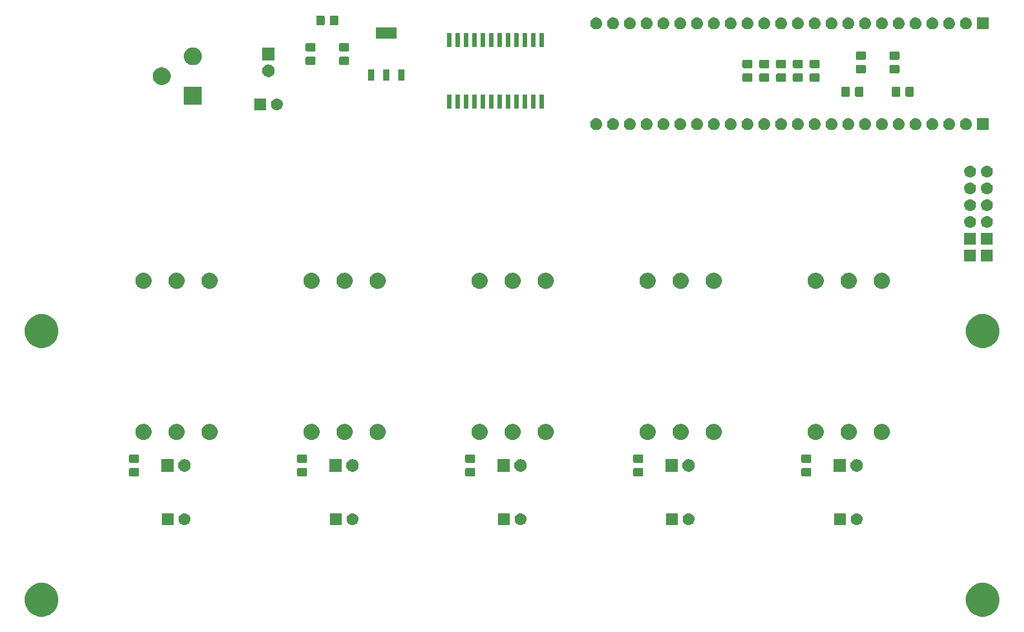
<source format=gts>
G04 #@! TF.GenerationSoftware,KiCad,Pcbnew,(5.1.2-1)-1*
G04 #@! TF.CreationDate,2019-05-15T17:13:11-07:00*
G04 #@! TF.ProjectId,control_board,636f6e74-726f-46c5-9f62-6f6172642e6b,rev?*
G04 #@! TF.SameCoordinates,Original*
G04 #@! TF.FileFunction,Soldermask,Top*
G04 #@! TF.FilePolarity,Negative*
%FSLAX46Y46*%
G04 Gerber Fmt 4.6, Leading zero omitted, Abs format (unit mm)*
G04 Created by KiCad (PCBNEW (5.1.2-1)-1) date 2019-05-15 17:13:11*
%MOMM*%
%LPD*%
G04 APERTURE LIST*
%ADD10C,0.100000*%
G04 APERTURE END LIST*
D10*
G36*
X221724098Y-129627033D02*
G01*
X222188350Y-129819332D01*
X222188352Y-129819333D01*
X222606168Y-130098509D01*
X222961491Y-130453832D01*
X223240667Y-130871648D01*
X223240668Y-130871650D01*
X223432967Y-131335902D01*
X223531000Y-131828747D01*
X223531000Y-132331253D01*
X223432967Y-132824098D01*
X223240668Y-133288350D01*
X223240667Y-133288352D01*
X222961491Y-133706168D01*
X222606168Y-134061491D01*
X222188352Y-134340667D01*
X222188351Y-134340668D01*
X222188350Y-134340668D01*
X221724098Y-134532967D01*
X221231253Y-134631000D01*
X220728747Y-134631000D01*
X220235902Y-134532967D01*
X219771650Y-134340668D01*
X219771649Y-134340668D01*
X219771648Y-134340667D01*
X219353832Y-134061491D01*
X218998509Y-133706168D01*
X218719333Y-133288352D01*
X218719332Y-133288350D01*
X218527033Y-132824098D01*
X218429000Y-132331253D01*
X218429000Y-131828747D01*
X218527033Y-131335902D01*
X218719332Y-130871650D01*
X218719333Y-130871648D01*
X218998509Y-130453832D01*
X219353832Y-130098509D01*
X219771648Y-129819333D01*
X219771650Y-129819332D01*
X220235902Y-129627033D01*
X220728747Y-129529000D01*
X221231253Y-129529000D01*
X221724098Y-129627033D01*
X221724098Y-129627033D01*
G37*
G36*
X79484098Y-129627033D02*
G01*
X79948350Y-129819332D01*
X79948352Y-129819333D01*
X80366168Y-130098509D01*
X80721491Y-130453832D01*
X81000667Y-130871648D01*
X81000668Y-130871650D01*
X81192967Y-131335902D01*
X81291000Y-131828747D01*
X81291000Y-132331253D01*
X81192967Y-132824098D01*
X81000668Y-133288350D01*
X81000667Y-133288352D01*
X80721491Y-133706168D01*
X80366168Y-134061491D01*
X79948352Y-134340667D01*
X79948351Y-134340668D01*
X79948350Y-134340668D01*
X79484098Y-134532967D01*
X78991253Y-134631000D01*
X78488747Y-134631000D01*
X77995902Y-134532967D01*
X77531650Y-134340668D01*
X77531649Y-134340668D01*
X77531648Y-134340667D01*
X77113832Y-134061491D01*
X76758509Y-133706168D01*
X76479333Y-133288352D01*
X76479332Y-133288350D01*
X76287033Y-132824098D01*
X76189000Y-132331253D01*
X76189000Y-131828747D01*
X76287033Y-131335902D01*
X76479332Y-130871650D01*
X76479333Y-130871648D01*
X76758509Y-130453832D01*
X77113832Y-130098509D01*
X77531648Y-129819333D01*
X77531650Y-129819332D01*
X77995902Y-129627033D01*
X78488747Y-129529000D01*
X78991253Y-129529000D01*
X79484098Y-129627033D01*
X79484098Y-129627033D01*
G37*
G36*
X176640442Y-118993518D02*
G01*
X176706627Y-119000037D01*
X176876466Y-119051557D01*
X177032991Y-119135222D01*
X177068729Y-119164552D01*
X177170186Y-119247814D01*
X177253448Y-119349271D01*
X177282778Y-119385009D01*
X177366443Y-119541534D01*
X177417963Y-119711373D01*
X177435359Y-119888000D01*
X177417963Y-120064627D01*
X177366443Y-120234466D01*
X177282778Y-120390991D01*
X177253448Y-120426729D01*
X177170186Y-120528186D01*
X177068729Y-120611448D01*
X177032991Y-120640778D01*
X176876466Y-120724443D01*
X176706627Y-120775963D01*
X176640442Y-120782482D01*
X176574260Y-120789000D01*
X176485740Y-120789000D01*
X176419558Y-120782482D01*
X176353373Y-120775963D01*
X176183534Y-120724443D01*
X176027009Y-120640778D01*
X175991271Y-120611448D01*
X175889814Y-120528186D01*
X175806552Y-120426729D01*
X175777222Y-120390991D01*
X175693557Y-120234466D01*
X175642037Y-120064627D01*
X175624641Y-119888000D01*
X175642037Y-119711373D01*
X175693557Y-119541534D01*
X175777222Y-119385009D01*
X175806552Y-119349271D01*
X175889814Y-119247814D01*
X175991271Y-119164552D01*
X176027009Y-119135222D01*
X176183534Y-119051557D01*
X176353373Y-119000037D01*
X176419558Y-118993518D01*
X176485740Y-118987000D01*
X176574260Y-118987000D01*
X176640442Y-118993518D01*
X176640442Y-118993518D01*
G37*
G36*
X174891000Y-120789000D02*
G01*
X173089000Y-120789000D01*
X173089000Y-118987000D01*
X174891000Y-118987000D01*
X174891000Y-120789000D01*
X174891000Y-120789000D01*
G37*
G36*
X151240442Y-118993518D02*
G01*
X151306627Y-119000037D01*
X151476466Y-119051557D01*
X151632991Y-119135222D01*
X151668729Y-119164552D01*
X151770186Y-119247814D01*
X151853448Y-119349271D01*
X151882778Y-119385009D01*
X151966443Y-119541534D01*
X152017963Y-119711373D01*
X152035359Y-119888000D01*
X152017963Y-120064627D01*
X151966443Y-120234466D01*
X151882778Y-120390991D01*
X151853448Y-120426729D01*
X151770186Y-120528186D01*
X151668729Y-120611448D01*
X151632991Y-120640778D01*
X151476466Y-120724443D01*
X151306627Y-120775963D01*
X151240442Y-120782482D01*
X151174260Y-120789000D01*
X151085740Y-120789000D01*
X151019558Y-120782482D01*
X150953373Y-120775963D01*
X150783534Y-120724443D01*
X150627009Y-120640778D01*
X150591271Y-120611448D01*
X150489814Y-120528186D01*
X150406552Y-120426729D01*
X150377222Y-120390991D01*
X150293557Y-120234466D01*
X150242037Y-120064627D01*
X150224641Y-119888000D01*
X150242037Y-119711373D01*
X150293557Y-119541534D01*
X150377222Y-119385009D01*
X150406552Y-119349271D01*
X150489814Y-119247814D01*
X150591271Y-119164552D01*
X150627009Y-119135222D01*
X150783534Y-119051557D01*
X150953373Y-119000037D01*
X151019558Y-118993518D01*
X151085740Y-118987000D01*
X151174260Y-118987000D01*
X151240442Y-118993518D01*
X151240442Y-118993518D01*
G37*
G36*
X149491000Y-120789000D02*
G01*
X147689000Y-120789000D01*
X147689000Y-118987000D01*
X149491000Y-118987000D01*
X149491000Y-120789000D01*
X149491000Y-120789000D01*
G37*
G36*
X125840442Y-118993518D02*
G01*
X125906627Y-119000037D01*
X126076466Y-119051557D01*
X126232991Y-119135222D01*
X126268729Y-119164552D01*
X126370186Y-119247814D01*
X126453448Y-119349271D01*
X126482778Y-119385009D01*
X126566443Y-119541534D01*
X126617963Y-119711373D01*
X126635359Y-119888000D01*
X126617963Y-120064627D01*
X126566443Y-120234466D01*
X126482778Y-120390991D01*
X126453448Y-120426729D01*
X126370186Y-120528186D01*
X126268729Y-120611448D01*
X126232991Y-120640778D01*
X126076466Y-120724443D01*
X125906627Y-120775963D01*
X125840442Y-120782482D01*
X125774260Y-120789000D01*
X125685740Y-120789000D01*
X125619558Y-120782482D01*
X125553373Y-120775963D01*
X125383534Y-120724443D01*
X125227009Y-120640778D01*
X125191271Y-120611448D01*
X125089814Y-120528186D01*
X125006552Y-120426729D01*
X124977222Y-120390991D01*
X124893557Y-120234466D01*
X124842037Y-120064627D01*
X124824641Y-119888000D01*
X124842037Y-119711373D01*
X124893557Y-119541534D01*
X124977222Y-119385009D01*
X125006552Y-119349271D01*
X125089814Y-119247814D01*
X125191271Y-119164552D01*
X125227009Y-119135222D01*
X125383534Y-119051557D01*
X125553373Y-119000037D01*
X125619558Y-118993518D01*
X125685740Y-118987000D01*
X125774260Y-118987000D01*
X125840442Y-118993518D01*
X125840442Y-118993518D01*
G37*
G36*
X124091000Y-120789000D02*
G01*
X122289000Y-120789000D01*
X122289000Y-118987000D01*
X124091000Y-118987000D01*
X124091000Y-120789000D01*
X124091000Y-120789000D01*
G37*
G36*
X100440442Y-118993518D02*
G01*
X100506627Y-119000037D01*
X100676466Y-119051557D01*
X100832991Y-119135222D01*
X100868729Y-119164552D01*
X100970186Y-119247814D01*
X101053448Y-119349271D01*
X101082778Y-119385009D01*
X101166443Y-119541534D01*
X101217963Y-119711373D01*
X101235359Y-119888000D01*
X101217963Y-120064627D01*
X101166443Y-120234466D01*
X101082778Y-120390991D01*
X101053448Y-120426729D01*
X100970186Y-120528186D01*
X100868729Y-120611448D01*
X100832991Y-120640778D01*
X100676466Y-120724443D01*
X100506627Y-120775963D01*
X100440442Y-120782482D01*
X100374260Y-120789000D01*
X100285740Y-120789000D01*
X100219558Y-120782482D01*
X100153373Y-120775963D01*
X99983534Y-120724443D01*
X99827009Y-120640778D01*
X99791271Y-120611448D01*
X99689814Y-120528186D01*
X99606552Y-120426729D01*
X99577222Y-120390991D01*
X99493557Y-120234466D01*
X99442037Y-120064627D01*
X99424641Y-119888000D01*
X99442037Y-119711373D01*
X99493557Y-119541534D01*
X99577222Y-119385009D01*
X99606552Y-119349271D01*
X99689814Y-119247814D01*
X99791271Y-119164552D01*
X99827009Y-119135222D01*
X99983534Y-119051557D01*
X100153373Y-119000037D01*
X100219558Y-118993518D01*
X100285740Y-118987000D01*
X100374260Y-118987000D01*
X100440442Y-118993518D01*
X100440442Y-118993518D01*
G37*
G36*
X98691000Y-120789000D02*
G01*
X96889000Y-120789000D01*
X96889000Y-118987000D01*
X98691000Y-118987000D01*
X98691000Y-120789000D01*
X98691000Y-120789000D01*
G37*
G36*
X202040442Y-118993518D02*
G01*
X202106627Y-119000037D01*
X202276466Y-119051557D01*
X202432991Y-119135222D01*
X202468729Y-119164552D01*
X202570186Y-119247814D01*
X202653448Y-119349271D01*
X202682778Y-119385009D01*
X202766443Y-119541534D01*
X202817963Y-119711373D01*
X202835359Y-119888000D01*
X202817963Y-120064627D01*
X202766443Y-120234466D01*
X202682778Y-120390991D01*
X202653448Y-120426729D01*
X202570186Y-120528186D01*
X202468729Y-120611448D01*
X202432991Y-120640778D01*
X202276466Y-120724443D01*
X202106627Y-120775963D01*
X202040442Y-120782482D01*
X201974260Y-120789000D01*
X201885740Y-120789000D01*
X201819558Y-120782482D01*
X201753373Y-120775963D01*
X201583534Y-120724443D01*
X201427009Y-120640778D01*
X201391271Y-120611448D01*
X201289814Y-120528186D01*
X201206552Y-120426729D01*
X201177222Y-120390991D01*
X201093557Y-120234466D01*
X201042037Y-120064627D01*
X201024641Y-119888000D01*
X201042037Y-119711373D01*
X201093557Y-119541534D01*
X201177222Y-119385009D01*
X201206552Y-119349271D01*
X201289814Y-119247814D01*
X201391271Y-119164552D01*
X201427009Y-119135222D01*
X201583534Y-119051557D01*
X201753373Y-119000037D01*
X201819558Y-118993518D01*
X201885740Y-118987000D01*
X201974260Y-118987000D01*
X202040442Y-118993518D01*
X202040442Y-118993518D01*
G37*
G36*
X200291000Y-120789000D02*
G01*
X198489000Y-120789000D01*
X198489000Y-118987000D01*
X200291000Y-118987000D01*
X200291000Y-120789000D01*
X200291000Y-120789000D01*
G37*
G36*
X194898674Y-112163465D02*
G01*
X194936367Y-112174899D01*
X194971103Y-112193466D01*
X195001548Y-112218452D01*
X195026534Y-112248897D01*
X195045101Y-112283633D01*
X195056535Y-112321326D01*
X195061000Y-112366661D01*
X195061000Y-113203339D01*
X195056535Y-113248674D01*
X195045101Y-113286367D01*
X195026534Y-113321103D01*
X195001548Y-113351548D01*
X194971103Y-113376534D01*
X194936367Y-113395101D01*
X194898674Y-113406535D01*
X194853339Y-113411000D01*
X193766661Y-113411000D01*
X193721326Y-113406535D01*
X193683633Y-113395101D01*
X193648897Y-113376534D01*
X193618452Y-113351548D01*
X193593466Y-113321103D01*
X193574899Y-113286367D01*
X193563465Y-113248674D01*
X193559000Y-113203339D01*
X193559000Y-112366661D01*
X193563465Y-112321326D01*
X193574899Y-112283633D01*
X193593466Y-112248897D01*
X193618452Y-112218452D01*
X193648897Y-112193466D01*
X193683633Y-112174899D01*
X193721326Y-112163465D01*
X193766661Y-112159000D01*
X194853339Y-112159000D01*
X194898674Y-112163465D01*
X194898674Y-112163465D01*
G37*
G36*
X93298674Y-112163465D02*
G01*
X93336367Y-112174899D01*
X93371103Y-112193466D01*
X93401548Y-112218452D01*
X93426534Y-112248897D01*
X93445101Y-112283633D01*
X93456535Y-112321326D01*
X93461000Y-112366661D01*
X93461000Y-113203339D01*
X93456535Y-113248674D01*
X93445101Y-113286367D01*
X93426534Y-113321103D01*
X93401548Y-113351548D01*
X93371103Y-113376534D01*
X93336367Y-113395101D01*
X93298674Y-113406535D01*
X93253339Y-113411000D01*
X92166661Y-113411000D01*
X92121326Y-113406535D01*
X92083633Y-113395101D01*
X92048897Y-113376534D01*
X92018452Y-113351548D01*
X91993466Y-113321103D01*
X91974899Y-113286367D01*
X91963465Y-113248674D01*
X91959000Y-113203339D01*
X91959000Y-112366661D01*
X91963465Y-112321326D01*
X91974899Y-112283633D01*
X91993466Y-112248897D01*
X92018452Y-112218452D01*
X92048897Y-112193466D01*
X92083633Y-112174899D01*
X92121326Y-112163465D01*
X92166661Y-112159000D01*
X93253339Y-112159000D01*
X93298674Y-112163465D01*
X93298674Y-112163465D01*
G37*
G36*
X118698674Y-112163465D02*
G01*
X118736367Y-112174899D01*
X118771103Y-112193466D01*
X118801548Y-112218452D01*
X118826534Y-112248897D01*
X118845101Y-112283633D01*
X118856535Y-112321326D01*
X118861000Y-112366661D01*
X118861000Y-113203339D01*
X118856535Y-113248674D01*
X118845101Y-113286367D01*
X118826534Y-113321103D01*
X118801548Y-113351548D01*
X118771103Y-113376534D01*
X118736367Y-113395101D01*
X118698674Y-113406535D01*
X118653339Y-113411000D01*
X117566661Y-113411000D01*
X117521326Y-113406535D01*
X117483633Y-113395101D01*
X117448897Y-113376534D01*
X117418452Y-113351548D01*
X117393466Y-113321103D01*
X117374899Y-113286367D01*
X117363465Y-113248674D01*
X117359000Y-113203339D01*
X117359000Y-112366661D01*
X117363465Y-112321326D01*
X117374899Y-112283633D01*
X117393466Y-112248897D01*
X117418452Y-112218452D01*
X117448897Y-112193466D01*
X117483633Y-112174899D01*
X117521326Y-112163465D01*
X117566661Y-112159000D01*
X118653339Y-112159000D01*
X118698674Y-112163465D01*
X118698674Y-112163465D01*
G37*
G36*
X144098674Y-112163465D02*
G01*
X144136367Y-112174899D01*
X144171103Y-112193466D01*
X144201548Y-112218452D01*
X144226534Y-112248897D01*
X144245101Y-112283633D01*
X144256535Y-112321326D01*
X144261000Y-112366661D01*
X144261000Y-113203339D01*
X144256535Y-113248674D01*
X144245101Y-113286367D01*
X144226534Y-113321103D01*
X144201548Y-113351548D01*
X144171103Y-113376534D01*
X144136367Y-113395101D01*
X144098674Y-113406535D01*
X144053339Y-113411000D01*
X142966661Y-113411000D01*
X142921326Y-113406535D01*
X142883633Y-113395101D01*
X142848897Y-113376534D01*
X142818452Y-113351548D01*
X142793466Y-113321103D01*
X142774899Y-113286367D01*
X142763465Y-113248674D01*
X142759000Y-113203339D01*
X142759000Y-112366661D01*
X142763465Y-112321326D01*
X142774899Y-112283633D01*
X142793466Y-112248897D01*
X142818452Y-112218452D01*
X142848897Y-112193466D01*
X142883633Y-112174899D01*
X142921326Y-112163465D01*
X142966661Y-112159000D01*
X144053339Y-112159000D01*
X144098674Y-112163465D01*
X144098674Y-112163465D01*
G37*
G36*
X169498674Y-112163465D02*
G01*
X169536367Y-112174899D01*
X169571103Y-112193466D01*
X169601548Y-112218452D01*
X169626534Y-112248897D01*
X169645101Y-112283633D01*
X169656535Y-112321326D01*
X169661000Y-112366661D01*
X169661000Y-113203339D01*
X169656535Y-113248674D01*
X169645101Y-113286367D01*
X169626534Y-113321103D01*
X169601548Y-113351548D01*
X169571103Y-113376534D01*
X169536367Y-113395101D01*
X169498674Y-113406535D01*
X169453339Y-113411000D01*
X168366661Y-113411000D01*
X168321326Y-113406535D01*
X168283633Y-113395101D01*
X168248897Y-113376534D01*
X168218452Y-113351548D01*
X168193466Y-113321103D01*
X168174899Y-113286367D01*
X168163465Y-113248674D01*
X168159000Y-113203339D01*
X168159000Y-112366661D01*
X168163465Y-112321326D01*
X168174899Y-112283633D01*
X168193466Y-112248897D01*
X168218452Y-112218452D01*
X168248897Y-112193466D01*
X168283633Y-112174899D01*
X168321326Y-112163465D01*
X168366661Y-112159000D01*
X169453339Y-112159000D01*
X169498674Y-112163465D01*
X169498674Y-112163465D01*
G37*
G36*
X124141000Y-112711000D02*
G01*
X122239000Y-112711000D01*
X122239000Y-110809000D01*
X124141000Y-110809000D01*
X124141000Y-112711000D01*
X124141000Y-112711000D01*
G37*
G36*
X202207395Y-110845546D02*
G01*
X202380466Y-110917234D01*
X202380467Y-110917235D01*
X202536227Y-111021310D01*
X202668690Y-111153773D01*
X202668691Y-111153775D01*
X202772766Y-111309534D01*
X202844454Y-111482605D01*
X202881000Y-111666333D01*
X202881000Y-111853667D01*
X202844454Y-112037395D01*
X202772766Y-112210466D01*
X202747087Y-112248897D01*
X202668690Y-112366227D01*
X202536227Y-112498690D01*
X202457818Y-112551081D01*
X202380466Y-112602766D01*
X202207395Y-112674454D01*
X202023667Y-112711000D01*
X201836333Y-112711000D01*
X201652605Y-112674454D01*
X201479534Y-112602766D01*
X201402182Y-112551081D01*
X201323773Y-112498690D01*
X201191310Y-112366227D01*
X201112913Y-112248897D01*
X201087234Y-112210466D01*
X201015546Y-112037395D01*
X200979000Y-111853667D01*
X200979000Y-111666333D01*
X201015546Y-111482605D01*
X201087234Y-111309534D01*
X201191309Y-111153775D01*
X201191310Y-111153773D01*
X201323773Y-111021310D01*
X201479533Y-110917235D01*
X201479534Y-110917234D01*
X201652605Y-110845546D01*
X201836333Y-110809000D01*
X202023667Y-110809000D01*
X202207395Y-110845546D01*
X202207395Y-110845546D01*
G37*
G36*
X100607395Y-110845546D02*
G01*
X100780466Y-110917234D01*
X100780467Y-110917235D01*
X100936227Y-111021310D01*
X101068690Y-111153773D01*
X101068691Y-111153775D01*
X101172766Y-111309534D01*
X101244454Y-111482605D01*
X101281000Y-111666333D01*
X101281000Y-111853667D01*
X101244454Y-112037395D01*
X101172766Y-112210466D01*
X101147087Y-112248897D01*
X101068690Y-112366227D01*
X100936227Y-112498690D01*
X100857818Y-112551081D01*
X100780466Y-112602766D01*
X100607395Y-112674454D01*
X100423667Y-112711000D01*
X100236333Y-112711000D01*
X100052605Y-112674454D01*
X99879534Y-112602766D01*
X99802182Y-112551081D01*
X99723773Y-112498690D01*
X99591310Y-112366227D01*
X99512913Y-112248897D01*
X99487234Y-112210466D01*
X99415546Y-112037395D01*
X99379000Y-111853667D01*
X99379000Y-111666333D01*
X99415546Y-111482605D01*
X99487234Y-111309534D01*
X99591309Y-111153775D01*
X99591310Y-111153773D01*
X99723773Y-111021310D01*
X99879533Y-110917235D01*
X99879534Y-110917234D01*
X100052605Y-110845546D01*
X100236333Y-110809000D01*
X100423667Y-110809000D01*
X100607395Y-110845546D01*
X100607395Y-110845546D01*
G37*
G36*
X98741000Y-112711000D02*
G01*
X96839000Y-112711000D01*
X96839000Y-110809000D01*
X98741000Y-110809000D01*
X98741000Y-112711000D01*
X98741000Y-112711000D01*
G37*
G36*
X126007395Y-110845546D02*
G01*
X126180466Y-110917234D01*
X126180467Y-110917235D01*
X126336227Y-111021310D01*
X126468690Y-111153773D01*
X126468691Y-111153775D01*
X126572766Y-111309534D01*
X126644454Y-111482605D01*
X126681000Y-111666333D01*
X126681000Y-111853667D01*
X126644454Y-112037395D01*
X126572766Y-112210466D01*
X126547087Y-112248897D01*
X126468690Y-112366227D01*
X126336227Y-112498690D01*
X126257818Y-112551081D01*
X126180466Y-112602766D01*
X126007395Y-112674454D01*
X125823667Y-112711000D01*
X125636333Y-112711000D01*
X125452605Y-112674454D01*
X125279534Y-112602766D01*
X125202182Y-112551081D01*
X125123773Y-112498690D01*
X124991310Y-112366227D01*
X124912913Y-112248897D01*
X124887234Y-112210466D01*
X124815546Y-112037395D01*
X124779000Y-111853667D01*
X124779000Y-111666333D01*
X124815546Y-111482605D01*
X124887234Y-111309534D01*
X124991309Y-111153775D01*
X124991310Y-111153773D01*
X125123773Y-111021310D01*
X125279533Y-110917235D01*
X125279534Y-110917234D01*
X125452605Y-110845546D01*
X125636333Y-110809000D01*
X125823667Y-110809000D01*
X126007395Y-110845546D01*
X126007395Y-110845546D01*
G37*
G36*
X149541000Y-112711000D02*
G01*
X147639000Y-112711000D01*
X147639000Y-110809000D01*
X149541000Y-110809000D01*
X149541000Y-112711000D01*
X149541000Y-112711000D01*
G37*
G36*
X151407395Y-110845546D02*
G01*
X151580466Y-110917234D01*
X151580467Y-110917235D01*
X151736227Y-111021310D01*
X151868690Y-111153773D01*
X151868691Y-111153775D01*
X151972766Y-111309534D01*
X152044454Y-111482605D01*
X152081000Y-111666333D01*
X152081000Y-111853667D01*
X152044454Y-112037395D01*
X151972766Y-112210466D01*
X151947087Y-112248897D01*
X151868690Y-112366227D01*
X151736227Y-112498690D01*
X151657818Y-112551081D01*
X151580466Y-112602766D01*
X151407395Y-112674454D01*
X151223667Y-112711000D01*
X151036333Y-112711000D01*
X150852605Y-112674454D01*
X150679534Y-112602766D01*
X150602182Y-112551081D01*
X150523773Y-112498690D01*
X150391310Y-112366227D01*
X150312913Y-112248897D01*
X150287234Y-112210466D01*
X150215546Y-112037395D01*
X150179000Y-111853667D01*
X150179000Y-111666333D01*
X150215546Y-111482605D01*
X150287234Y-111309534D01*
X150391309Y-111153775D01*
X150391310Y-111153773D01*
X150523773Y-111021310D01*
X150679533Y-110917235D01*
X150679534Y-110917234D01*
X150852605Y-110845546D01*
X151036333Y-110809000D01*
X151223667Y-110809000D01*
X151407395Y-110845546D01*
X151407395Y-110845546D01*
G37*
G36*
X174941000Y-112711000D02*
G01*
X173039000Y-112711000D01*
X173039000Y-110809000D01*
X174941000Y-110809000D01*
X174941000Y-112711000D01*
X174941000Y-112711000D01*
G37*
G36*
X176807395Y-110845546D02*
G01*
X176980466Y-110917234D01*
X176980467Y-110917235D01*
X177136227Y-111021310D01*
X177268690Y-111153773D01*
X177268691Y-111153775D01*
X177372766Y-111309534D01*
X177444454Y-111482605D01*
X177481000Y-111666333D01*
X177481000Y-111853667D01*
X177444454Y-112037395D01*
X177372766Y-112210466D01*
X177347087Y-112248897D01*
X177268690Y-112366227D01*
X177136227Y-112498690D01*
X177057818Y-112551081D01*
X176980466Y-112602766D01*
X176807395Y-112674454D01*
X176623667Y-112711000D01*
X176436333Y-112711000D01*
X176252605Y-112674454D01*
X176079534Y-112602766D01*
X176002182Y-112551081D01*
X175923773Y-112498690D01*
X175791310Y-112366227D01*
X175712913Y-112248897D01*
X175687234Y-112210466D01*
X175615546Y-112037395D01*
X175579000Y-111853667D01*
X175579000Y-111666333D01*
X175615546Y-111482605D01*
X175687234Y-111309534D01*
X175791309Y-111153775D01*
X175791310Y-111153773D01*
X175923773Y-111021310D01*
X176079533Y-110917235D01*
X176079534Y-110917234D01*
X176252605Y-110845546D01*
X176436333Y-110809000D01*
X176623667Y-110809000D01*
X176807395Y-110845546D01*
X176807395Y-110845546D01*
G37*
G36*
X200341000Y-112711000D02*
G01*
X198439000Y-112711000D01*
X198439000Y-110809000D01*
X200341000Y-110809000D01*
X200341000Y-112711000D01*
X200341000Y-112711000D01*
G37*
G36*
X93298674Y-110113465D02*
G01*
X93336367Y-110124899D01*
X93371103Y-110143466D01*
X93401548Y-110168452D01*
X93426534Y-110198897D01*
X93445101Y-110233633D01*
X93456535Y-110271326D01*
X93461000Y-110316661D01*
X93461000Y-111153339D01*
X93456535Y-111198674D01*
X93445101Y-111236367D01*
X93426534Y-111271103D01*
X93401548Y-111301548D01*
X93371103Y-111326534D01*
X93336367Y-111345101D01*
X93298674Y-111356535D01*
X93253339Y-111361000D01*
X92166661Y-111361000D01*
X92121326Y-111356535D01*
X92083633Y-111345101D01*
X92048897Y-111326534D01*
X92018452Y-111301548D01*
X91993466Y-111271103D01*
X91974899Y-111236367D01*
X91963465Y-111198674D01*
X91959000Y-111153339D01*
X91959000Y-110316661D01*
X91963465Y-110271326D01*
X91974899Y-110233633D01*
X91993466Y-110198897D01*
X92018452Y-110168452D01*
X92048897Y-110143466D01*
X92083633Y-110124899D01*
X92121326Y-110113465D01*
X92166661Y-110109000D01*
X93253339Y-110109000D01*
X93298674Y-110113465D01*
X93298674Y-110113465D01*
G37*
G36*
X118698674Y-110113465D02*
G01*
X118736367Y-110124899D01*
X118771103Y-110143466D01*
X118801548Y-110168452D01*
X118826534Y-110198897D01*
X118845101Y-110233633D01*
X118856535Y-110271326D01*
X118861000Y-110316661D01*
X118861000Y-111153339D01*
X118856535Y-111198674D01*
X118845101Y-111236367D01*
X118826534Y-111271103D01*
X118801548Y-111301548D01*
X118771103Y-111326534D01*
X118736367Y-111345101D01*
X118698674Y-111356535D01*
X118653339Y-111361000D01*
X117566661Y-111361000D01*
X117521326Y-111356535D01*
X117483633Y-111345101D01*
X117448897Y-111326534D01*
X117418452Y-111301548D01*
X117393466Y-111271103D01*
X117374899Y-111236367D01*
X117363465Y-111198674D01*
X117359000Y-111153339D01*
X117359000Y-110316661D01*
X117363465Y-110271326D01*
X117374899Y-110233633D01*
X117393466Y-110198897D01*
X117418452Y-110168452D01*
X117448897Y-110143466D01*
X117483633Y-110124899D01*
X117521326Y-110113465D01*
X117566661Y-110109000D01*
X118653339Y-110109000D01*
X118698674Y-110113465D01*
X118698674Y-110113465D01*
G37*
G36*
X144098674Y-110113465D02*
G01*
X144136367Y-110124899D01*
X144171103Y-110143466D01*
X144201548Y-110168452D01*
X144226534Y-110198897D01*
X144245101Y-110233633D01*
X144256535Y-110271326D01*
X144261000Y-110316661D01*
X144261000Y-111153339D01*
X144256535Y-111198674D01*
X144245101Y-111236367D01*
X144226534Y-111271103D01*
X144201548Y-111301548D01*
X144171103Y-111326534D01*
X144136367Y-111345101D01*
X144098674Y-111356535D01*
X144053339Y-111361000D01*
X142966661Y-111361000D01*
X142921326Y-111356535D01*
X142883633Y-111345101D01*
X142848897Y-111326534D01*
X142818452Y-111301548D01*
X142793466Y-111271103D01*
X142774899Y-111236367D01*
X142763465Y-111198674D01*
X142759000Y-111153339D01*
X142759000Y-110316661D01*
X142763465Y-110271326D01*
X142774899Y-110233633D01*
X142793466Y-110198897D01*
X142818452Y-110168452D01*
X142848897Y-110143466D01*
X142883633Y-110124899D01*
X142921326Y-110113465D01*
X142966661Y-110109000D01*
X144053339Y-110109000D01*
X144098674Y-110113465D01*
X144098674Y-110113465D01*
G37*
G36*
X194898674Y-110113465D02*
G01*
X194936367Y-110124899D01*
X194971103Y-110143466D01*
X195001548Y-110168452D01*
X195026534Y-110198897D01*
X195045101Y-110233633D01*
X195056535Y-110271326D01*
X195061000Y-110316661D01*
X195061000Y-111153339D01*
X195056535Y-111198674D01*
X195045101Y-111236367D01*
X195026534Y-111271103D01*
X195001548Y-111301548D01*
X194971103Y-111326534D01*
X194936367Y-111345101D01*
X194898674Y-111356535D01*
X194853339Y-111361000D01*
X193766661Y-111361000D01*
X193721326Y-111356535D01*
X193683633Y-111345101D01*
X193648897Y-111326534D01*
X193618452Y-111301548D01*
X193593466Y-111271103D01*
X193574899Y-111236367D01*
X193563465Y-111198674D01*
X193559000Y-111153339D01*
X193559000Y-110316661D01*
X193563465Y-110271326D01*
X193574899Y-110233633D01*
X193593466Y-110198897D01*
X193618452Y-110168452D01*
X193648897Y-110143466D01*
X193683633Y-110124899D01*
X193721326Y-110113465D01*
X193766661Y-110109000D01*
X194853339Y-110109000D01*
X194898674Y-110113465D01*
X194898674Y-110113465D01*
G37*
G36*
X169498674Y-110113465D02*
G01*
X169536367Y-110124899D01*
X169571103Y-110143466D01*
X169601548Y-110168452D01*
X169626534Y-110198897D01*
X169645101Y-110233633D01*
X169656535Y-110271326D01*
X169661000Y-110316661D01*
X169661000Y-111153339D01*
X169656535Y-111198674D01*
X169645101Y-111236367D01*
X169626534Y-111271103D01*
X169601548Y-111301548D01*
X169571103Y-111326534D01*
X169536367Y-111345101D01*
X169498674Y-111356535D01*
X169453339Y-111361000D01*
X168366661Y-111361000D01*
X168321326Y-111356535D01*
X168283633Y-111345101D01*
X168248897Y-111326534D01*
X168218452Y-111301548D01*
X168193466Y-111271103D01*
X168174899Y-111236367D01*
X168163465Y-111198674D01*
X168159000Y-111153339D01*
X168159000Y-110316661D01*
X168163465Y-110271326D01*
X168174899Y-110233633D01*
X168193466Y-110198897D01*
X168218452Y-110168452D01*
X168248897Y-110143466D01*
X168283633Y-110124899D01*
X168321326Y-110113465D01*
X168366661Y-110109000D01*
X169453339Y-110109000D01*
X169498674Y-110113465D01*
X169498674Y-110113465D01*
G37*
G36*
X175696153Y-105505922D02*
G01*
X175788194Y-105544047D01*
X175918359Y-105597963D01*
X176118342Y-105731587D01*
X176288413Y-105901658D01*
X176422037Y-106101641D01*
X176514078Y-106323848D01*
X176561000Y-106559741D01*
X176561000Y-106800259D01*
X176514078Y-107036152D01*
X176422037Y-107258359D01*
X176288413Y-107458342D01*
X176118342Y-107628413D01*
X175918359Y-107762037D01*
X175788194Y-107815953D01*
X175696153Y-107854078D01*
X175578205Y-107877539D01*
X175460259Y-107901000D01*
X175219741Y-107901000D01*
X175101795Y-107877539D01*
X174983847Y-107854078D01*
X174891806Y-107815953D01*
X174761641Y-107762037D01*
X174561658Y-107628413D01*
X174391587Y-107458342D01*
X174257963Y-107258359D01*
X174165922Y-107036152D01*
X174119000Y-106800259D01*
X174119000Y-106559741D01*
X174165922Y-106323848D01*
X174257963Y-106101641D01*
X174391587Y-105901658D01*
X174561658Y-105731587D01*
X174761641Y-105597963D01*
X174891806Y-105544047D01*
X174983847Y-105505922D01*
X175219741Y-105459000D01*
X175460259Y-105459000D01*
X175696153Y-105505922D01*
X175696153Y-105505922D01*
G37*
G36*
X170696153Y-105505922D02*
G01*
X170788194Y-105544047D01*
X170918359Y-105597963D01*
X171118342Y-105731587D01*
X171288413Y-105901658D01*
X171422037Y-106101641D01*
X171514078Y-106323848D01*
X171561000Y-106559741D01*
X171561000Y-106800259D01*
X171514078Y-107036152D01*
X171422037Y-107258359D01*
X171288413Y-107458342D01*
X171118342Y-107628413D01*
X170918359Y-107762037D01*
X170788194Y-107815953D01*
X170696153Y-107854078D01*
X170578205Y-107877539D01*
X170460259Y-107901000D01*
X170219741Y-107901000D01*
X170101795Y-107877539D01*
X169983847Y-107854078D01*
X169891806Y-107815953D01*
X169761641Y-107762037D01*
X169561658Y-107628413D01*
X169391587Y-107458342D01*
X169257963Y-107258359D01*
X169165922Y-107036152D01*
X169119000Y-106800259D01*
X169119000Y-106559741D01*
X169165922Y-106323848D01*
X169257963Y-106101641D01*
X169391587Y-105901658D01*
X169561658Y-105731587D01*
X169761641Y-105597963D01*
X169891806Y-105544047D01*
X169983847Y-105505922D01*
X170219741Y-105459000D01*
X170460259Y-105459000D01*
X170696153Y-105505922D01*
X170696153Y-105505922D01*
G37*
G36*
X180696153Y-105505922D02*
G01*
X180788194Y-105544047D01*
X180918359Y-105597963D01*
X181118342Y-105731587D01*
X181288413Y-105901658D01*
X181422037Y-106101641D01*
X181514078Y-106323848D01*
X181561000Y-106559741D01*
X181561000Y-106800259D01*
X181514078Y-107036152D01*
X181422037Y-107258359D01*
X181288413Y-107458342D01*
X181118342Y-107628413D01*
X180918359Y-107762037D01*
X180788194Y-107815953D01*
X180696153Y-107854078D01*
X180578205Y-107877539D01*
X180460259Y-107901000D01*
X180219741Y-107901000D01*
X180101795Y-107877539D01*
X179983847Y-107854078D01*
X179891806Y-107815953D01*
X179761641Y-107762037D01*
X179561658Y-107628413D01*
X179391587Y-107458342D01*
X179257963Y-107258359D01*
X179165922Y-107036152D01*
X179119000Y-106800259D01*
X179119000Y-106559741D01*
X179165922Y-106323848D01*
X179257963Y-106101641D01*
X179391587Y-105901658D01*
X179561658Y-105731587D01*
X179761641Y-105597963D01*
X179891806Y-105544047D01*
X179983847Y-105505922D01*
X180219741Y-105459000D01*
X180460259Y-105459000D01*
X180696153Y-105505922D01*
X180696153Y-105505922D01*
G37*
G36*
X94496153Y-105505922D02*
G01*
X94588194Y-105544047D01*
X94718359Y-105597963D01*
X94918342Y-105731587D01*
X95088413Y-105901658D01*
X95222037Y-106101641D01*
X95314078Y-106323848D01*
X95361000Y-106559741D01*
X95361000Y-106800259D01*
X95314078Y-107036152D01*
X95222037Y-107258359D01*
X95088413Y-107458342D01*
X94918342Y-107628413D01*
X94718359Y-107762037D01*
X94588194Y-107815953D01*
X94496153Y-107854078D01*
X94378205Y-107877539D01*
X94260259Y-107901000D01*
X94019741Y-107901000D01*
X93901795Y-107877539D01*
X93783847Y-107854078D01*
X93691806Y-107815953D01*
X93561641Y-107762037D01*
X93361658Y-107628413D01*
X93191587Y-107458342D01*
X93057963Y-107258359D01*
X92965922Y-107036152D01*
X92919000Y-106800259D01*
X92919000Y-106559741D01*
X92965922Y-106323848D01*
X93057963Y-106101641D01*
X93191587Y-105901658D01*
X93361658Y-105731587D01*
X93561641Y-105597963D01*
X93691806Y-105544047D01*
X93783847Y-105505922D01*
X94019741Y-105459000D01*
X94260259Y-105459000D01*
X94496153Y-105505922D01*
X94496153Y-105505922D01*
G37*
G36*
X196096153Y-105505922D02*
G01*
X196188194Y-105544047D01*
X196318359Y-105597963D01*
X196518342Y-105731587D01*
X196688413Y-105901658D01*
X196822037Y-106101641D01*
X196914078Y-106323848D01*
X196961000Y-106559741D01*
X196961000Y-106800259D01*
X196914078Y-107036152D01*
X196822037Y-107258359D01*
X196688413Y-107458342D01*
X196518342Y-107628413D01*
X196318359Y-107762037D01*
X196188194Y-107815953D01*
X196096153Y-107854078D01*
X195978205Y-107877539D01*
X195860259Y-107901000D01*
X195619741Y-107901000D01*
X195501795Y-107877539D01*
X195383847Y-107854078D01*
X195291806Y-107815953D01*
X195161641Y-107762037D01*
X194961658Y-107628413D01*
X194791587Y-107458342D01*
X194657963Y-107258359D01*
X194565922Y-107036152D01*
X194519000Y-106800259D01*
X194519000Y-106559741D01*
X194565922Y-106323848D01*
X194657963Y-106101641D01*
X194791587Y-105901658D01*
X194961658Y-105731587D01*
X195161641Y-105597963D01*
X195291806Y-105544047D01*
X195383847Y-105505922D01*
X195619741Y-105459000D01*
X195860259Y-105459000D01*
X196096153Y-105505922D01*
X196096153Y-105505922D01*
G37*
G36*
X99496153Y-105505922D02*
G01*
X99588194Y-105544047D01*
X99718359Y-105597963D01*
X99918342Y-105731587D01*
X100088413Y-105901658D01*
X100222037Y-106101641D01*
X100314078Y-106323848D01*
X100361000Y-106559741D01*
X100361000Y-106800259D01*
X100314078Y-107036152D01*
X100222037Y-107258359D01*
X100088413Y-107458342D01*
X99918342Y-107628413D01*
X99718359Y-107762037D01*
X99588194Y-107815953D01*
X99496153Y-107854078D01*
X99378205Y-107877539D01*
X99260259Y-107901000D01*
X99019741Y-107901000D01*
X98901795Y-107877539D01*
X98783847Y-107854078D01*
X98691806Y-107815953D01*
X98561641Y-107762037D01*
X98361658Y-107628413D01*
X98191587Y-107458342D01*
X98057963Y-107258359D01*
X97965922Y-107036152D01*
X97919000Y-106800259D01*
X97919000Y-106559741D01*
X97965922Y-106323848D01*
X98057963Y-106101641D01*
X98191587Y-105901658D01*
X98361658Y-105731587D01*
X98561641Y-105597963D01*
X98691806Y-105544047D01*
X98783847Y-105505922D01*
X99019741Y-105459000D01*
X99260259Y-105459000D01*
X99496153Y-105505922D01*
X99496153Y-105505922D01*
G37*
G36*
X206096153Y-105505922D02*
G01*
X206188194Y-105544047D01*
X206318359Y-105597963D01*
X206518342Y-105731587D01*
X206688413Y-105901658D01*
X206822037Y-106101641D01*
X206914078Y-106323848D01*
X206961000Y-106559741D01*
X206961000Y-106800259D01*
X206914078Y-107036152D01*
X206822037Y-107258359D01*
X206688413Y-107458342D01*
X206518342Y-107628413D01*
X206318359Y-107762037D01*
X206188194Y-107815953D01*
X206096153Y-107854078D01*
X205978205Y-107877539D01*
X205860259Y-107901000D01*
X205619741Y-107901000D01*
X205501795Y-107877539D01*
X205383847Y-107854078D01*
X205291806Y-107815953D01*
X205161641Y-107762037D01*
X204961658Y-107628413D01*
X204791587Y-107458342D01*
X204657963Y-107258359D01*
X204565922Y-107036152D01*
X204519000Y-106800259D01*
X204519000Y-106559741D01*
X204565922Y-106323848D01*
X204657963Y-106101641D01*
X204791587Y-105901658D01*
X204961658Y-105731587D01*
X205161641Y-105597963D01*
X205291806Y-105544047D01*
X205383847Y-105505922D01*
X205619741Y-105459000D01*
X205860259Y-105459000D01*
X206096153Y-105505922D01*
X206096153Y-105505922D01*
G37*
G36*
X201096153Y-105505922D02*
G01*
X201188194Y-105544047D01*
X201318359Y-105597963D01*
X201518342Y-105731587D01*
X201688413Y-105901658D01*
X201822037Y-106101641D01*
X201914078Y-106323848D01*
X201961000Y-106559741D01*
X201961000Y-106800259D01*
X201914078Y-107036152D01*
X201822037Y-107258359D01*
X201688413Y-107458342D01*
X201518342Y-107628413D01*
X201318359Y-107762037D01*
X201188194Y-107815953D01*
X201096153Y-107854078D01*
X200978205Y-107877539D01*
X200860259Y-107901000D01*
X200619741Y-107901000D01*
X200501795Y-107877539D01*
X200383847Y-107854078D01*
X200291806Y-107815953D01*
X200161641Y-107762037D01*
X199961658Y-107628413D01*
X199791587Y-107458342D01*
X199657963Y-107258359D01*
X199565922Y-107036152D01*
X199519000Y-106800259D01*
X199519000Y-106559741D01*
X199565922Y-106323848D01*
X199657963Y-106101641D01*
X199791587Y-105901658D01*
X199961658Y-105731587D01*
X200161641Y-105597963D01*
X200291806Y-105544047D01*
X200383847Y-105505922D01*
X200619741Y-105459000D01*
X200860259Y-105459000D01*
X201096153Y-105505922D01*
X201096153Y-105505922D01*
G37*
G36*
X104496153Y-105505922D02*
G01*
X104588194Y-105544047D01*
X104718359Y-105597963D01*
X104918342Y-105731587D01*
X105088413Y-105901658D01*
X105222037Y-106101641D01*
X105314078Y-106323848D01*
X105361000Y-106559741D01*
X105361000Y-106800259D01*
X105314078Y-107036152D01*
X105222037Y-107258359D01*
X105088413Y-107458342D01*
X104918342Y-107628413D01*
X104718359Y-107762037D01*
X104588194Y-107815953D01*
X104496153Y-107854078D01*
X104378205Y-107877539D01*
X104260259Y-107901000D01*
X104019741Y-107901000D01*
X103901795Y-107877539D01*
X103783847Y-107854078D01*
X103691806Y-107815953D01*
X103561641Y-107762037D01*
X103361658Y-107628413D01*
X103191587Y-107458342D01*
X103057963Y-107258359D01*
X102965922Y-107036152D01*
X102919000Y-106800259D01*
X102919000Y-106559741D01*
X102965922Y-106323848D01*
X103057963Y-106101641D01*
X103191587Y-105901658D01*
X103361658Y-105731587D01*
X103561641Y-105597963D01*
X103691806Y-105544047D01*
X103783847Y-105505922D01*
X104019741Y-105459000D01*
X104260259Y-105459000D01*
X104496153Y-105505922D01*
X104496153Y-105505922D01*
G37*
G36*
X119896153Y-105505922D02*
G01*
X119988194Y-105544047D01*
X120118359Y-105597963D01*
X120318342Y-105731587D01*
X120488413Y-105901658D01*
X120622037Y-106101641D01*
X120714078Y-106323848D01*
X120761000Y-106559741D01*
X120761000Y-106800259D01*
X120714078Y-107036152D01*
X120622037Y-107258359D01*
X120488413Y-107458342D01*
X120318342Y-107628413D01*
X120118359Y-107762037D01*
X119988194Y-107815953D01*
X119896153Y-107854078D01*
X119778205Y-107877539D01*
X119660259Y-107901000D01*
X119419741Y-107901000D01*
X119301795Y-107877539D01*
X119183847Y-107854078D01*
X119091806Y-107815953D01*
X118961641Y-107762037D01*
X118761658Y-107628413D01*
X118591587Y-107458342D01*
X118457963Y-107258359D01*
X118365922Y-107036152D01*
X118319000Y-106800259D01*
X118319000Y-106559741D01*
X118365922Y-106323848D01*
X118457963Y-106101641D01*
X118591587Y-105901658D01*
X118761658Y-105731587D01*
X118961641Y-105597963D01*
X119091806Y-105544047D01*
X119183847Y-105505922D01*
X119419741Y-105459000D01*
X119660259Y-105459000D01*
X119896153Y-105505922D01*
X119896153Y-105505922D01*
G37*
G36*
X124896153Y-105505922D02*
G01*
X124988194Y-105544047D01*
X125118359Y-105597963D01*
X125318342Y-105731587D01*
X125488413Y-105901658D01*
X125622037Y-106101641D01*
X125714078Y-106323848D01*
X125761000Y-106559741D01*
X125761000Y-106800259D01*
X125714078Y-107036152D01*
X125622037Y-107258359D01*
X125488413Y-107458342D01*
X125318342Y-107628413D01*
X125118359Y-107762037D01*
X124988194Y-107815953D01*
X124896153Y-107854078D01*
X124778205Y-107877539D01*
X124660259Y-107901000D01*
X124419741Y-107901000D01*
X124301795Y-107877539D01*
X124183847Y-107854078D01*
X124091806Y-107815953D01*
X123961641Y-107762037D01*
X123761658Y-107628413D01*
X123591587Y-107458342D01*
X123457963Y-107258359D01*
X123365922Y-107036152D01*
X123319000Y-106800259D01*
X123319000Y-106559741D01*
X123365922Y-106323848D01*
X123457963Y-106101641D01*
X123591587Y-105901658D01*
X123761658Y-105731587D01*
X123961641Y-105597963D01*
X124091806Y-105544047D01*
X124183847Y-105505922D01*
X124419741Y-105459000D01*
X124660259Y-105459000D01*
X124896153Y-105505922D01*
X124896153Y-105505922D01*
G37*
G36*
X129896153Y-105505922D02*
G01*
X129988194Y-105544047D01*
X130118359Y-105597963D01*
X130318342Y-105731587D01*
X130488413Y-105901658D01*
X130622037Y-106101641D01*
X130714078Y-106323848D01*
X130761000Y-106559741D01*
X130761000Y-106800259D01*
X130714078Y-107036152D01*
X130622037Y-107258359D01*
X130488413Y-107458342D01*
X130318342Y-107628413D01*
X130118359Y-107762037D01*
X129988194Y-107815953D01*
X129896153Y-107854078D01*
X129778205Y-107877539D01*
X129660259Y-107901000D01*
X129419741Y-107901000D01*
X129301795Y-107877539D01*
X129183847Y-107854078D01*
X129091806Y-107815953D01*
X128961641Y-107762037D01*
X128761658Y-107628413D01*
X128591587Y-107458342D01*
X128457963Y-107258359D01*
X128365922Y-107036152D01*
X128319000Y-106800259D01*
X128319000Y-106559741D01*
X128365922Y-106323848D01*
X128457963Y-106101641D01*
X128591587Y-105901658D01*
X128761658Y-105731587D01*
X128961641Y-105597963D01*
X129091806Y-105544047D01*
X129183847Y-105505922D01*
X129419741Y-105459000D01*
X129660259Y-105459000D01*
X129896153Y-105505922D01*
X129896153Y-105505922D01*
G37*
G36*
X145296153Y-105505922D02*
G01*
X145388194Y-105544047D01*
X145518359Y-105597963D01*
X145718342Y-105731587D01*
X145888413Y-105901658D01*
X146022037Y-106101641D01*
X146114078Y-106323848D01*
X146161000Y-106559741D01*
X146161000Y-106800259D01*
X146114078Y-107036152D01*
X146022037Y-107258359D01*
X145888413Y-107458342D01*
X145718342Y-107628413D01*
X145518359Y-107762037D01*
X145388194Y-107815953D01*
X145296153Y-107854078D01*
X145178205Y-107877539D01*
X145060259Y-107901000D01*
X144819741Y-107901000D01*
X144701795Y-107877539D01*
X144583847Y-107854078D01*
X144491806Y-107815953D01*
X144361641Y-107762037D01*
X144161658Y-107628413D01*
X143991587Y-107458342D01*
X143857963Y-107258359D01*
X143765922Y-107036152D01*
X143719000Y-106800259D01*
X143719000Y-106559741D01*
X143765922Y-106323848D01*
X143857963Y-106101641D01*
X143991587Y-105901658D01*
X144161658Y-105731587D01*
X144361641Y-105597963D01*
X144491806Y-105544047D01*
X144583847Y-105505922D01*
X144819741Y-105459000D01*
X145060259Y-105459000D01*
X145296153Y-105505922D01*
X145296153Y-105505922D01*
G37*
G36*
X150296153Y-105505922D02*
G01*
X150388194Y-105544047D01*
X150518359Y-105597963D01*
X150718342Y-105731587D01*
X150888413Y-105901658D01*
X151022037Y-106101641D01*
X151114078Y-106323848D01*
X151161000Y-106559741D01*
X151161000Y-106800259D01*
X151114078Y-107036152D01*
X151022037Y-107258359D01*
X150888413Y-107458342D01*
X150718342Y-107628413D01*
X150518359Y-107762037D01*
X150388194Y-107815953D01*
X150296153Y-107854078D01*
X150178205Y-107877539D01*
X150060259Y-107901000D01*
X149819741Y-107901000D01*
X149701795Y-107877539D01*
X149583847Y-107854078D01*
X149491806Y-107815953D01*
X149361641Y-107762037D01*
X149161658Y-107628413D01*
X148991587Y-107458342D01*
X148857963Y-107258359D01*
X148765922Y-107036152D01*
X148719000Y-106800259D01*
X148719000Y-106559741D01*
X148765922Y-106323848D01*
X148857963Y-106101641D01*
X148991587Y-105901658D01*
X149161658Y-105731587D01*
X149361641Y-105597963D01*
X149491806Y-105544047D01*
X149583847Y-105505922D01*
X149819741Y-105459000D01*
X150060259Y-105459000D01*
X150296153Y-105505922D01*
X150296153Y-105505922D01*
G37*
G36*
X155296153Y-105505922D02*
G01*
X155388194Y-105544047D01*
X155518359Y-105597963D01*
X155718342Y-105731587D01*
X155888413Y-105901658D01*
X156022037Y-106101641D01*
X156114078Y-106323848D01*
X156161000Y-106559741D01*
X156161000Y-106800259D01*
X156114078Y-107036152D01*
X156022037Y-107258359D01*
X155888413Y-107458342D01*
X155718342Y-107628413D01*
X155518359Y-107762037D01*
X155388194Y-107815953D01*
X155296153Y-107854078D01*
X155178205Y-107877539D01*
X155060259Y-107901000D01*
X154819741Y-107901000D01*
X154701795Y-107877539D01*
X154583847Y-107854078D01*
X154491806Y-107815953D01*
X154361641Y-107762037D01*
X154161658Y-107628413D01*
X153991587Y-107458342D01*
X153857963Y-107258359D01*
X153765922Y-107036152D01*
X153719000Y-106800259D01*
X153719000Y-106559741D01*
X153765922Y-106323848D01*
X153857963Y-106101641D01*
X153991587Y-105901658D01*
X154161658Y-105731587D01*
X154361641Y-105597963D01*
X154491806Y-105544047D01*
X154583847Y-105505922D01*
X154819741Y-105459000D01*
X155060259Y-105459000D01*
X155296153Y-105505922D01*
X155296153Y-105505922D01*
G37*
G36*
X221724098Y-88987033D02*
G01*
X222188350Y-89179332D01*
X222188352Y-89179333D01*
X222606168Y-89458509D01*
X222961491Y-89813832D01*
X223240667Y-90231648D01*
X223240668Y-90231650D01*
X223432967Y-90695902D01*
X223531000Y-91188747D01*
X223531000Y-91691253D01*
X223432967Y-92184098D01*
X223240668Y-92648350D01*
X223240667Y-92648352D01*
X222961491Y-93066168D01*
X222606168Y-93421491D01*
X222188352Y-93700667D01*
X222188351Y-93700668D01*
X222188350Y-93700668D01*
X221724098Y-93892967D01*
X221231253Y-93991000D01*
X220728747Y-93991000D01*
X220235902Y-93892967D01*
X219771650Y-93700668D01*
X219771649Y-93700668D01*
X219771648Y-93700667D01*
X219353832Y-93421491D01*
X218998509Y-93066168D01*
X218719333Y-92648352D01*
X218719332Y-92648350D01*
X218527033Y-92184098D01*
X218429000Y-91691253D01*
X218429000Y-91188747D01*
X218527033Y-90695902D01*
X218719332Y-90231650D01*
X218719333Y-90231648D01*
X218998509Y-89813832D01*
X219353832Y-89458509D01*
X219771648Y-89179333D01*
X219771650Y-89179332D01*
X220235902Y-88987033D01*
X220728747Y-88889000D01*
X221231253Y-88889000D01*
X221724098Y-88987033D01*
X221724098Y-88987033D01*
G37*
G36*
X79484098Y-88987033D02*
G01*
X79948350Y-89179332D01*
X79948352Y-89179333D01*
X80366168Y-89458509D01*
X80721491Y-89813832D01*
X81000667Y-90231648D01*
X81000668Y-90231650D01*
X81192967Y-90695902D01*
X81291000Y-91188747D01*
X81291000Y-91691253D01*
X81192967Y-92184098D01*
X81000668Y-92648350D01*
X81000667Y-92648352D01*
X80721491Y-93066168D01*
X80366168Y-93421491D01*
X79948352Y-93700667D01*
X79948351Y-93700668D01*
X79948350Y-93700668D01*
X79484098Y-93892967D01*
X78991253Y-93991000D01*
X78488747Y-93991000D01*
X77995902Y-93892967D01*
X77531650Y-93700668D01*
X77531649Y-93700668D01*
X77531648Y-93700667D01*
X77113832Y-93421491D01*
X76758509Y-93066168D01*
X76479333Y-92648352D01*
X76479332Y-92648350D01*
X76287033Y-92184098D01*
X76189000Y-91691253D01*
X76189000Y-91188747D01*
X76287033Y-90695902D01*
X76479332Y-90231650D01*
X76479333Y-90231648D01*
X76758509Y-89813832D01*
X77113832Y-89458509D01*
X77531648Y-89179333D01*
X77531650Y-89179332D01*
X77995902Y-88987033D01*
X78488747Y-88889000D01*
X78991253Y-88889000D01*
X79484098Y-88987033D01*
X79484098Y-88987033D01*
G37*
G36*
X104378205Y-82622461D02*
G01*
X104496153Y-82645922D01*
X104588194Y-82684047D01*
X104718359Y-82737963D01*
X104918342Y-82871587D01*
X105088413Y-83041658D01*
X105222037Y-83241641D01*
X105314078Y-83463848D01*
X105361000Y-83699741D01*
X105361000Y-83940259D01*
X105314078Y-84176152D01*
X105222037Y-84398359D01*
X105088413Y-84598342D01*
X104918342Y-84768413D01*
X104718359Y-84902037D01*
X104588194Y-84955953D01*
X104496153Y-84994078D01*
X104378205Y-85017539D01*
X104260259Y-85041000D01*
X104019741Y-85041000D01*
X103901795Y-85017539D01*
X103783847Y-84994078D01*
X103691806Y-84955953D01*
X103561641Y-84902037D01*
X103361658Y-84768413D01*
X103191587Y-84598342D01*
X103057963Y-84398359D01*
X102965922Y-84176152D01*
X102919000Y-83940259D01*
X102919000Y-83699741D01*
X102965922Y-83463848D01*
X103057963Y-83241641D01*
X103191587Y-83041658D01*
X103361658Y-82871587D01*
X103561641Y-82737963D01*
X103691806Y-82684047D01*
X103783847Y-82645922D01*
X103901795Y-82622461D01*
X104019741Y-82599000D01*
X104260259Y-82599000D01*
X104378205Y-82622461D01*
X104378205Y-82622461D01*
G37*
G36*
X94378205Y-82622461D02*
G01*
X94496153Y-82645922D01*
X94588194Y-82684047D01*
X94718359Y-82737963D01*
X94918342Y-82871587D01*
X95088413Y-83041658D01*
X95222037Y-83241641D01*
X95314078Y-83463848D01*
X95361000Y-83699741D01*
X95361000Y-83940259D01*
X95314078Y-84176152D01*
X95222037Y-84398359D01*
X95088413Y-84598342D01*
X94918342Y-84768413D01*
X94718359Y-84902037D01*
X94588194Y-84955953D01*
X94496153Y-84994078D01*
X94378205Y-85017539D01*
X94260259Y-85041000D01*
X94019741Y-85041000D01*
X93901795Y-85017539D01*
X93783847Y-84994078D01*
X93691806Y-84955953D01*
X93561641Y-84902037D01*
X93361658Y-84768413D01*
X93191587Y-84598342D01*
X93057963Y-84398359D01*
X92965922Y-84176152D01*
X92919000Y-83940259D01*
X92919000Y-83699741D01*
X92965922Y-83463848D01*
X93057963Y-83241641D01*
X93191587Y-83041658D01*
X93361658Y-82871587D01*
X93561641Y-82737963D01*
X93691806Y-82684047D01*
X93783847Y-82645922D01*
X93901795Y-82622461D01*
X94019741Y-82599000D01*
X94260259Y-82599000D01*
X94378205Y-82622461D01*
X94378205Y-82622461D01*
G37*
G36*
X205978205Y-82622461D02*
G01*
X206096153Y-82645922D01*
X206188194Y-82684047D01*
X206318359Y-82737963D01*
X206518342Y-82871587D01*
X206688413Y-83041658D01*
X206822037Y-83241641D01*
X206914078Y-83463848D01*
X206961000Y-83699741D01*
X206961000Y-83940259D01*
X206914078Y-84176152D01*
X206822037Y-84398359D01*
X206688413Y-84598342D01*
X206518342Y-84768413D01*
X206318359Y-84902037D01*
X206188194Y-84955953D01*
X206096153Y-84994078D01*
X205978205Y-85017539D01*
X205860259Y-85041000D01*
X205619741Y-85041000D01*
X205501795Y-85017539D01*
X205383847Y-84994078D01*
X205291806Y-84955953D01*
X205161641Y-84902037D01*
X204961658Y-84768413D01*
X204791587Y-84598342D01*
X204657963Y-84398359D01*
X204565922Y-84176152D01*
X204519000Y-83940259D01*
X204519000Y-83699741D01*
X204565922Y-83463848D01*
X204657963Y-83241641D01*
X204791587Y-83041658D01*
X204961658Y-82871587D01*
X205161641Y-82737963D01*
X205291806Y-82684047D01*
X205383847Y-82645922D01*
X205619741Y-82599000D01*
X205860259Y-82599000D01*
X205978205Y-82622461D01*
X205978205Y-82622461D01*
G37*
G36*
X99378205Y-82622461D02*
G01*
X99496153Y-82645922D01*
X99588194Y-82684047D01*
X99718359Y-82737963D01*
X99918342Y-82871587D01*
X100088413Y-83041658D01*
X100222037Y-83241641D01*
X100314078Y-83463848D01*
X100361000Y-83699741D01*
X100361000Y-83940259D01*
X100314078Y-84176152D01*
X100222037Y-84398359D01*
X100088413Y-84598342D01*
X99918342Y-84768413D01*
X99718359Y-84902037D01*
X99588194Y-84955953D01*
X99496153Y-84994078D01*
X99378205Y-85017539D01*
X99260259Y-85041000D01*
X99019741Y-85041000D01*
X98901795Y-85017539D01*
X98783847Y-84994078D01*
X98691806Y-84955953D01*
X98561641Y-84902037D01*
X98361658Y-84768413D01*
X98191587Y-84598342D01*
X98057963Y-84398359D01*
X97965922Y-84176152D01*
X97919000Y-83940259D01*
X97919000Y-83699741D01*
X97965922Y-83463848D01*
X98057963Y-83241641D01*
X98191587Y-83041658D01*
X98361658Y-82871587D01*
X98561641Y-82737963D01*
X98691806Y-82684047D01*
X98783847Y-82645922D01*
X98901795Y-82622461D01*
X99019741Y-82599000D01*
X99260259Y-82599000D01*
X99378205Y-82622461D01*
X99378205Y-82622461D01*
G37*
G36*
X200978205Y-82622461D02*
G01*
X201096153Y-82645922D01*
X201188194Y-82684047D01*
X201318359Y-82737963D01*
X201518342Y-82871587D01*
X201688413Y-83041658D01*
X201822037Y-83241641D01*
X201914078Y-83463848D01*
X201961000Y-83699741D01*
X201961000Y-83940259D01*
X201914078Y-84176152D01*
X201822037Y-84398359D01*
X201688413Y-84598342D01*
X201518342Y-84768413D01*
X201318359Y-84902037D01*
X201188194Y-84955953D01*
X201096153Y-84994078D01*
X200978205Y-85017539D01*
X200860259Y-85041000D01*
X200619741Y-85041000D01*
X200501795Y-85017539D01*
X200383847Y-84994078D01*
X200291806Y-84955953D01*
X200161641Y-84902037D01*
X199961658Y-84768413D01*
X199791587Y-84598342D01*
X199657963Y-84398359D01*
X199565922Y-84176152D01*
X199519000Y-83940259D01*
X199519000Y-83699741D01*
X199565922Y-83463848D01*
X199657963Y-83241641D01*
X199791587Y-83041658D01*
X199961658Y-82871587D01*
X200161641Y-82737963D01*
X200291806Y-82684047D01*
X200383847Y-82645922D01*
X200619741Y-82599000D01*
X200860259Y-82599000D01*
X200978205Y-82622461D01*
X200978205Y-82622461D01*
G37*
G36*
X195978205Y-82622461D02*
G01*
X196096153Y-82645922D01*
X196188194Y-82684047D01*
X196318359Y-82737963D01*
X196518342Y-82871587D01*
X196688413Y-83041658D01*
X196822037Y-83241641D01*
X196914078Y-83463848D01*
X196961000Y-83699741D01*
X196961000Y-83940259D01*
X196914078Y-84176152D01*
X196822037Y-84398359D01*
X196688413Y-84598342D01*
X196518342Y-84768413D01*
X196318359Y-84902037D01*
X196188194Y-84955953D01*
X196096153Y-84994078D01*
X195978205Y-85017539D01*
X195860259Y-85041000D01*
X195619741Y-85041000D01*
X195501795Y-85017539D01*
X195383847Y-84994078D01*
X195291806Y-84955953D01*
X195161641Y-84902037D01*
X194961658Y-84768413D01*
X194791587Y-84598342D01*
X194657963Y-84398359D01*
X194565922Y-84176152D01*
X194519000Y-83940259D01*
X194519000Y-83699741D01*
X194565922Y-83463848D01*
X194657963Y-83241641D01*
X194791587Y-83041658D01*
X194961658Y-82871587D01*
X195161641Y-82737963D01*
X195291806Y-82684047D01*
X195383847Y-82645922D01*
X195619741Y-82599000D01*
X195860259Y-82599000D01*
X195978205Y-82622461D01*
X195978205Y-82622461D01*
G37*
G36*
X180578205Y-82622461D02*
G01*
X180696153Y-82645922D01*
X180788194Y-82684047D01*
X180918359Y-82737963D01*
X181118342Y-82871587D01*
X181288413Y-83041658D01*
X181422037Y-83241641D01*
X181514078Y-83463848D01*
X181561000Y-83699741D01*
X181561000Y-83940259D01*
X181514078Y-84176152D01*
X181422037Y-84398359D01*
X181288413Y-84598342D01*
X181118342Y-84768413D01*
X180918359Y-84902037D01*
X180788194Y-84955953D01*
X180696153Y-84994078D01*
X180578205Y-85017539D01*
X180460259Y-85041000D01*
X180219741Y-85041000D01*
X180101795Y-85017539D01*
X179983847Y-84994078D01*
X179891806Y-84955953D01*
X179761641Y-84902037D01*
X179561658Y-84768413D01*
X179391587Y-84598342D01*
X179257963Y-84398359D01*
X179165922Y-84176152D01*
X179119000Y-83940259D01*
X179119000Y-83699741D01*
X179165922Y-83463848D01*
X179257963Y-83241641D01*
X179391587Y-83041658D01*
X179561658Y-82871587D01*
X179761641Y-82737963D01*
X179891806Y-82684047D01*
X179983847Y-82645922D01*
X180219741Y-82599000D01*
X180460259Y-82599000D01*
X180578205Y-82622461D01*
X180578205Y-82622461D01*
G37*
G36*
X129778205Y-82622461D02*
G01*
X129896153Y-82645922D01*
X129988194Y-82684047D01*
X130118359Y-82737963D01*
X130318342Y-82871587D01*
X130488413Y-83041658D01*
X130622037Y-83241641D01*
X130714078Y-83463848D01*
X130761000Y-83699741D01*
X130761000Y-83940259D01*
X130714078Y-84176152D01*
X130622037Y-84398359D01*
X130488413Y-84598342D01*
X130318342Y-84768413D01*
X130118359Y-84902037D01*
X129988194Y-84955953D01*
X129896153Y-84994078D01*
X129778205Y-85017539D01*
X129660259Y-85041000D01*
X129419741Y-85041000D01*
X129301795Y-85017539D01*
X129183847Y-84994078D01*
X129091806Y-84955953D01*
X128961641Y-84902037D01*
X128761658Y-84768413D01*
X128591587Y-84598342D01*
X128457963Y-84398359D01*
X128365922Y-84176152D01*
X128319000Y-83940259D01*
X128319000Y-83699741D01*
X128365922Y-83463848D01*
X128457963Y-83241641D01*
X128591587Y-83041658D01*
X128761658Y-82871587D01*
X128961641Y-82737963D01*
X129091806Y-82684047D01*
X129183847Y-82645922D01*
X129419741Y-82599000D01*
X129660259Y-82599000D01*
X129778205Y-82622461D01*
X129778205Y-82622461D01*
G37*
G36*
X124778205Y-82622461D02*
G01*
X124896153Y-82645922D01*
X124988194Y-82684047D01*
X125118359Y-82737963D01*
X125318342Y-82871587D01*
X125488413Y-83041658D01*
X125622037Y-83241641D01*
X125714078Y-83463848D01*
X125761000Y-83699741D01*
X125761000Y-83940259D01*
X125714078Y-84176152D01*
X125622037Y-84398359D01*
X125488413Y-84598342D01*
X125318342Y-84768413D01*
X125118359Y-84902037D01*
X124988194Y-84955953D01*
X124896153Y-84994078D01*
X124778205Y-85017539D01*
X124660259Y-85041000D01*
X124419741Y-85041000D01*
X124301795Y-85017539D01*
X124183847Y-84994078D01*
X124091806Y-84955953D01*
X123961641Y-84902037D01*
X123761658Y-84768413D01*
X123591587Y-84598342D01*
X123457963Y-84398359D01*
X123365922Y-84176152D01*
X123319000Y-83940259D01*
X123319000Y-83699741D01*
X123365922Y-83463848D01*
X123457963Y-83241641D01*
X123591587Y-83041658D01*
X123761658Y-82871587D01*
X123961641Y-82737963D01*
X124091806Y-82684047D01*
X124183847Y-82645922D01*
X124419741Y-82599000D01*
X124660259Y-82599000D01*
X124778205Y-82622461D01*
X124778205Y-82622461D01*
G37*
G36*
X119778205Y-82622461D02*
G01*
X119896153Y-82645922D01*
X119988194Y-82684047D01*
X120118359Y-82737963D01*
X120318342Y-82871587D01*
X120488413Y-83041658D01*
X120622037Y-83241641D01*
X120714078Y-83463848D01*
X120761000Y-83699741D01*
X120761000Y-83940259D01*
X120714078Y-84176152D01*
X120622037Y-84398359D01*
X120488413Y-84598342D01*
X120318342Y-84768413D01*
X120118359Y-84902037D01*
X119988194Y-84955953D01*
X119896153Y-84994078D01*
X119778205Y-85017539D01*
X119660259Y-85041000D01*
X119419741Y-85041000D01*
X119301795Y-85017539D01*
X119183847Y-84994078D01*
X119091806Y-84955953D01*
X118961641Y-84902037D01*
X118761658Y-84768413D01*
X118591587Y-84598342D01*
X118457963Y-84398359D01*
X118365922Y-84176152D01*
X118319000Y-83940259D01*
X118319000Y-83699741D01*
X118365922Y-83463848D01*
X118457963Y-83241641D01*
X118591587Y-83041658D01*
X118761658Y-82871587D01*
X118961641Y-82737963D01*
X119091806Y-82684047D01*
X119183847Y-82645922D01*
X119301795Y-82622461D01*
X119419741Y-82599000D01*
X119660259Y-82599000D01*
X119778205Y-82622461D01*
X119778205Y-82622461D01*
G37*
G36*
X175578205Y-82622461D02*
G01*
X175696153Y-82645922D01*
X175788194Y-82684047D01*
X175918359Y-82737963D01*
X176118342Y-82871587D01*
X176288413Y-83041658D01*
X176422037Y-83241641D01*
X176514078Y-83463848D01*
X176561000Y-83699741D01*
X176561000Y-83940259D01*
X176514078Y-84176152D01*
X176422037Y-84398359D01*
X176288413Y-84598342D01*
X176118342Y-84768413D01*
X175918359Y-84902037D01*
X175788194Y-84955953D01*
X175696153Y-84994078D01*
X175578205Y-85017539D01*
X175460259Y-85041000D01*
X175219741Y-85041000D01*
X175101795Y-85017539D01*
X174983847Y-84994078D01*
X174891806Y-84955953D01*
X174761641Y-84902037D01*
X174561658Y-84768413D01*
X174391587Y-84598342D01*
X174257963Y-84398359D01*
X174165922Y-84176152D01*
X174119000Y-83940259D01*
X174119000Y-83699741D01*
X174165922Y-83463848D01*
X174257963Y-83241641D01*
X174391587Y-83041658D01*
X174561658Y-82871587D01*
X174761641Y-82737963D01*
X174891806Y-82684047D01*
X174983847Y-82645922D01*
X175219741Y-82599000D01*
X175460259Y-82599000D01*
X175578205Y-82622461D01*
X175578205Y-82622461D01*
G37*
G36*
X170578205Y-82622461D02*
G01*
X170696153Y-82645922D01*
X170788194Y-82684047D01*
X170918359Y-82737963D01*
X171118342Y-82871587D01*
X171288413Y-83041658D01*
X171422037Y-83241641D01*
X171514078Y-83463848D01*
X171561000Y-83699741D01*
X171561000Y-83940259D01*
X171514078Y-84176152D01*
X171422037Y-84398359D01*
X171288413Y-84598342D01*
X171118342Y-84768413D01*
X170918359Y-84902037D01*
X170788194Y-84955953D01*
X170696153Y-84994078D01*
X170578205Y-85017539D01*
X170460259Y-85041000D01*
X170219741Y-85041000D01*
X170101795Y-85017539D01*
X169983847Y-84994078D01*
X169891806Y-84955953D01*
X169761641Y-84902037D01*
X169561658Y-84768413D01*
X169391587Y-84598342D01*
X169257963Y-84398359D01*
X169165922Y-84176152D01*
X169119000Y-83940259D01*
X169119000Y-83699741D01*
X169165922Y-83463848D01*
X169257963Y-83241641D01*
X169391587Y-83041658D01*
X169561658Y-82871587D01*
X169761641Y-82737963D01*
X169891806Y-82684047D01*
X169983847Y-82645922D01*
X170219741Y-82599000D01*
X170460259Y-82599000D01*
X170578205Y-82622461D01*
X170578205Y-82622461D01*
G37*
G36*
X155178205Y-82622461D02*
G01*
X155296153Y-82645922D01*
X155388194Y-82684047D01*
X155518359Y-82737963D01*
X155718342Y-82871587D01*
X155888413Y-83041658D01*
X156022037Y-83241641D01*
X156114078Y-83463848D01*
X156161000Y-83699741D01*
X156161000Y-83940259D01*
X156114078Y-84176152D01*
X156022037Y-84398359D01*
X155888413Y-84598342D01*
X155718342Y-84768413D01*
X155518359Y-84902037D01*
X155388194Y-84955953D01*
X155296153Y-84994078D01*
X155178205Y-85017539D01*
X155060259Y-85041000D01*
X154819741Y-85041000D01*
X154701795Y-85017539D01*
X154583847Y-84994078D01*
X154491806Y-84955953D01*
X154361641Y-84902037D01*
X154161658Y-84768413D01*
X153991587Y-84598342D01*
X153857963Y-84398359D01*
X153765922Y-84176152D01*
X153719000Y-83940259D01*
X153719000Y-83699741D01*
X153765922Y-83463848D01*
X153857963Y-83241641D01*
X153991587Y-83041658D01*
X154161658Y-82871587D01*
X154361641Y-82737963D01*
X154491806Y-82684047D01*
X154583847Y-82645922D01*
X154819741Y-82599000D01*
X155060259Y-82599000D01*
X155178205Y-82622461D01*
X155178205Y-82622461D01*
G37*
G36*
X150178205Y-82622461D02*
G01*
X150296153Y-82645922D01*
X150388194Y-82684047D01*
X150518359Y-82737963D01*
X150718342Y-82871587D01*
X150888413Y-83041658D01*
X151022037Y-83241641D01*
X151114078Y-83463848D01*
X151161000Y-83699741D01*
X151161000Y-83940259D01*
X151114078Y-84176152D01*
X151022037Y-84398359D01*
X150888413Y-84598342D01*
X150718342Y-84768413D01*
X150518359Y-84902037D01*
X150388194Y-84955953D01*
X150296153Y-84994078D01*
X150178205Y-85017539D01*
X150060259Y-85041000D01*
X149819741Y-85041000D01*
X149701795Y-85017539D01*
X149583847Y-84994078D01*
X149491806Y-84955953D01*
X149361641Y-84902037D01*
X149161658Y-84768413D01*
X148991587Y-84598342D01*
X148857963Y-84398359D01*
X148765922Y-84176152D01*
X148719000Y-83940259D01*
X148719000Y-83699741D01*
X148765922Y-83463848D01*
X148857963Y-83241641D01*
X148991587Y-83041658D01*
X149161658Y-82871587D01*
X149361641Y-82737963D01*
X149491806Y-82684047D01*
X149583847Y-82645922D01*
X149819741Y-82599000D01*
X150060259Y-82599000D01*
X150178205Y-82622461D01*
X150178205Y-82622461D01*
G37*
G36*
X145178205Y-82622461D02*
G01*
X145296153Y-82645922D01*
X145388194Y-82684047D01*
X145518359Y-82737963D01*
X145718342Y-82871587D01*
X145888413Y-83041658D01*
X146022037Y-83241641D01*
X146114078Y-83463848D01*
X146161000Y-83699741D01*
X146161000Y-83940259D01*
X146114078Y-84176152D01*
X146022037Y-84398359D01*
X145888413Y-84598342D01*
X145718342Y-84768413D01*
X145518359Y-84902037D01*
X145388194Y-84955953D01*
X145296153Y-84994078D01*
X145178205Y-85017539D01*
X145060259Y-85041000D01*
X144819741Y-85041000D01*
X144701795Y-85017539D01*
X144583847Y-84994078D01*
X144491806Y-84955953D01*
X144361641Y-84902037D01*
X144161658Y-84768413D01*
X143991587Y-84598342D01*
X143857963Y-84398359D01*
X143765922Y-84176152D01*
X143719000Y-83940259D01*
X143719000Y-83699741D01*
X143765922Y-83463848D01*
X143857963Y-83241641D01*
X143991587Y-83041658D01*
X144161658Y-82871587D01*
X144361641Y-82737963D01*
X144491806Y-82684047D01*
X144583847Y-82645922D01*
X144819741Y-82599000D01*
X145060259Y-82599000D01*
X145178205Y-82622461D01*
X145178205Y-82622461D01*
G37*
G36*
X219976000Y-80911000D02*
G01*
X218174000Y-80911000D01*
X218174000Y-79109000D01*
X219976000Y-79109000D01*
X219976000Y-80911000D01*
X219976000Y-80911000D01*
G37*
G36*
X222516000Y-80911000D02*
G01*
X220714000Y-80911000D01*
X220714000Y-79109000D01*
X222516000Y-79109000D01*
X222516000Y-80911000D01*
X222516000Y-80911000D01*
G37*
G36*
X219976000Y-78371000D02*
G01*
X218174000Y-78371000D01*
X218174000Y-76569000D01*
X219976000Y-76569000D01*
X219976000Y-78371000D01*
X219976000Y-78371000D01*
G37*
G36*
X222516000Y-78371000D02*
G01*
X220714000Y-78371000D01*
X220714000Y-76569000D01*
X222516000Y-76569000D01*
X222516000Y-78371000D01*
X222516000Y-78371000D01*
G37*
G36*
X219185442Y-74035518D02*
G01*
X219251627Y-74042037D01*
X219421466Y-74093557D01*
X219577991Y-74177222D01*
X219613729Y-74206552D01*
X219715186Y-74289814D01*
X219798448Y-74391271D01*
X219827778Y-74427009D01*
X219911443Y-74583534D01*
X219962963Y-74753373D01*
X219980359Y-74930000D01*
X219962963Y-75106627D01*
X219911443Y-75276466D01*
X219827778Y-75432991D01*
X219798448Y-75468729D01*
X219715186Y-75570186D01*
X219613729Y-75653448D01*
X219577991Y-75682778D01*
X219421466Y-75766443D01*
X219251627Y-75817963D01*
X219185442Y-75824482D01*
X219119260Y-75831000D01*
X219030740Y-75831000D01*
X218964558Y-75824482D01*
X218898373Y-75817963D01*
X218728534Y-75766443D01*
X218572009Y-75682778D01*
X218536271Y-75653448D01*
X218434814Y-75570186D01*
X218351552Y-75468729D01*
X218322222Y-75432991D01*
X218238557Y-75276466D01*
X218187037Y-75106627D01*
X218169641Y-74930000D01*
X218187037Y-74753373D01*
X218238557Y-74583534D01*
X218322222Y-74427009D01*
X218351552Y-74391271D01*
X218434814Y-74289814D01*
X218536271Y-74206552D01*
X218572009Y-74177222D01*
X218728534Y-74093557D01*
X218898373Y-74042037D01*
X218964558Y-74035518D01*
X219030740Y-74029000D01*
X219119260Y-74029000D01*
X219185442Y-74035518D01*
X219185442Y-74035518D01*
G37*
G36*
X221725442Y-74035518D02*
G01*
X221791627Y-74042037D01*
X221961466Y-74093557D01*
X222117991Y-74177222D01*
X222153729Y-74206552D01*
X222255186Y-74289814D01*
X222338448Y-74391271D01*
X222367778Y-74427009D01*
X222451443Y-74583534D01*
X222502963Y-74753373D01*
X222520359Y-74930000D01*
X222502963Y-75106627D01*
X222451443Y-75276466D01*
X222367778Y-75432991D01*
X222338448Y-75468729D01*
X222255186Y-75570186D01*
X222153729Y-75653448D01*
X222117991Y-75682778D01*
X221961466Y-75766443D01*
X221791627Y-75817963D01*
X221725442Y-75824482D01*
X221659260Y-75831000D01*
X221570740Y-75831000D01*
X221504558Y-75824482D01*
X221438373Y-75817963D01*
X221268534Y-75766443D01*
X221112009Y-75682778D01*
X221076271Y-75653448D01*
X220974814Y-75570186D01*
X220891552Y-75468729D01*
X220862222Y-75432991D01*
X220778557Y-75276466D01*
X220727037Y-75106627D01*
X220709641Y-74930000D01*
X220727037Y-74753373D01*
X220778557Y-74583534D01*
X220862222Y-74427009D01*
X220891552Y-74391271D01*
X220974814Y-74289814D01*
X221076271Y-74206552D01*
X221112009Y-74177222D01*
X221268534Y-74093557D01*
X221438373Y-74042037D01*
X221504558Y-74035518D01*
X221570740Y-74029000D01*
X221659260Y-74029000D01*
X221725442Y-74035518D01*
X221725442Y-74035518D01*
G37*
G36*
X219185443Y-71495519D02*
G01*
X219251627Y-71502037D01*
X219421466Y-71553557D01*
X219577991Y-71637222D01*
X219613729Y-71666552D01*
X219715186Y-71749814D01*
X219798448Y-71851271D01*
X219827778Y-71887009D01*
X219911443Y-72043534D01*
X219962963Y-72213373D01*
X219980359Y-72390000D01*
X219962963Y-72566627D01*
X219911443Y-72736466D01*
X219827778Y-72892991D01*
X219798448Y-72928729D01*
X219715186Y-73030186D01*
X219613729Y-73113448D01*
X219577991Y-73142778D01*
X219421466Y-73226443D01*
X219251627Y-73277963D01*
X219185443Y-73284481D01*
X219119260Y-73291000D01*
X219030740Y-73291000D01*
X218964557Y-73284481D01*
X218898373Y-73277963D01*
X218728534Y-73226443D01*
X218572009Y-73142778D01*
X218536271Y-73113448D01*
X218434814Y-73030186D01*
X218351552Y-72928729D01*
X218322222Y-72892991D01*
X218238557Y-72736466D01*
X218187037Y-72566627D01*
X218169641Y-72390000D01*
X218187037Y-72213373D01*
X218238557Y-72043534D01*
X218322222Y-71887009D01*
X218351552Y-71851271D01*
X218434814Y-71749814D01*
X218536271Y-71666552D01*
X218572009Y-71637222D01*
X218728534Y-71553557D01*
X218898373Y-71502037D01*
X218964557Y-71495519D01*
X219030740Y-71489000D01*
X219119260Y-71489000D01*
X219185443Y-71495519D01*
X219185443Y-71495519D01*
G37*
G36*
X221725443Y-71495519D02*
G01*
X221791627Y-71502037D01*
X221961466Y-71553557D01*
X222117991Y-71637222D01*
X222153729Y-71666552D01*
X222255186Y-71749814D01*
X222338448Y-71851271D01*
X222367778Y-71887009D01*
X222451443Y-72043534D01*
X222502963Y-72213373D01*
X222520359Y-72390000D01*
X222502963Y-72566627D01*
X222451443Y-72736466D01*
X222367778Y-72892991D01*
X222338448Y-72928729D01*
X222255186Y-73030186D01*
X222153729Y-73113448D01*
X222117991Y-73142778D01*
X221961466Y-73226443D01*
X221791627Y-73277963D01*
X221725443Y-73284481D01*
X221659260Y-73291000D01*
X221570740Y-73291000D01*
X221504557Y-73284481D01*
X221438373Y-73277963D01*
X221268534Y-73226443D01*
X221112009Y-73142778D01*
X221076271Y-73113448D01*
X220974814Y-73030186D01*
X220891552Y-72928729D01*
X220862222Y-72892991D01*
X220778557Y-72736466D01*
X220727037Y-72566627D01*
X220709641Y-72390000D01*
X220727037Y-72213373D01*
X220778557Y-72043534D01*
X220862222Y-71887009D01*
X220891552Y-71851271D01*
X220974814Y-71749814D01*
X221076271Y-71666552D01*
X221112009Y-71637222D01*
X221268534Y-71553557D01*
X221438373Y-71502037D01*
X221504557Y-71495519D01*
X221570740Y-71489000D01*
X221659260Y-71489000D01*
X221725443Y-71495519D01*
X221725443Y-71495519D01*
G37*
G36*
X219185443Y-68955519D02*
G01*
X219251627Y-68962037D01*
X219421466Y-69013557D01*
X219577991Y-69097222D01*
X219613729Y-69126552D01*
X219715186Y-69209814D01*
X219798448Y-69311271D01*
X219827778Y-69347009D01*
X219911443Y-69503534D01*
X219962963Y-69673373D01*
X219980359Y-69850000D01*
X219962963Y-70026627D01*
X219911443Y-70196466D01*
X219827778Y-70352991D01*
X219798448Y-70388729D01*
X219715186Y-70490186D01*
X219613729Y-70573448D01*
X219577991Y-70602778D01*
X219421466Y-70686443D01*
X219251627Y-70737963D01*
X219185443Y-70744481D01*
X219119260Y-70751000D01*
X219030740Y-70751000D01*
X218964557Y-70744481D01*
X218898373Y-70737963D01*
X218728534Y-70686443D01*
X218572009Y-70602778D01*
X218536271Y-70573448D01*
X218434814Y-70490186D01*
X218351552Y-70388729D01*
X218322222Y-70352991D01*
X218238557Y-70196466D01*
X218187037Y-70026627D01*
X218169641Y-69850000D01*
X218187037Y-69673373D01*
X218238557Y-69503534D01*
X218322222Y-69347009D01*
X218351552Y-69311271D01*
X218434814Y-69209814D01*
X218536271Y-69126552D01*
X218572009Y-69097222D01*
X218728534Y-69013557D01*
X218898373Y-68962037D01*
X218964557Y-68955519D01*
X219030740Y-68949000D01*
X219119260Y-68949000D01*
X219185443Y-68955519D01*
X219185443Y-68955519D01*
G37*
G36*
X221725443Y-68955519D02*
G01*
X221791627Y-68962037D01*
X221961466Y-69013557D01*
X222117991Y-69097222D01*
X222153729Y-69126552D01*
X222255186Y-69209814D01*
X222338448Y-69311271D01*
X222367778Y-69347009D01*
X222451443Y-69503534D01*
X222502963Y-69673373D01*
X222520359Y-69850000D01*
X222502963Y-70026627D01*
X222451443Y-70196466D01*
X222367778Y-70352991D01*
X222338448Y-70388729D01*
X222255186Y-70490186D01*
X222153729Y-70573448D01*
X222117991Y-70602778D01*
X221961466Y-70686443D01*
X221791627Y-70737963D01*
X221725443Y-70744481D01*
X221659260Y-70751000D01*
X221570740Y-70751000D01*
X221504557Y-70744481D01*
X221438373Y-70737963D01*
X221268534Y-70686443D01*
X221112009Y-70602778D01*
X221076271Y-70573448D01*
X220974814Y-70490186D01*
X220891552Y-70388729D01*
X220862222Y-70352991D01*
X220778557Y-70196466D01*
X220727037Y-70026627D01*
X220709641Y-69850000D01*
X220727037Y-69673373D01*
X220778557Y-69503534D01*
X220862222Y-69347009D01*
X220891552Y-69311271D01*
X220974814Y-69209814D01*
X221076271Y-69126552D01*
X221112009Y-69097222D01*
X221268534Y-69013557D01*
X221438373Y-68962037D01*
X221504557Y-68955519D01*
X221570740Y-68949000D01*
X221659260Y-68949000D01*
X221725443Y-68955519D01*
X221725443Y-68955519D01*
G37*
G36*
X219185443Y-66415519D02*
G01*
X219251627Y-66422037D01*
X219421466Y-66473557D01*
X219577991Y-66557222D01*
X219613729Y-66586552D01*
X219715186Y-66669814D01*
X219798448Y-66771271D01*
X219827778Y-66807009D01*
X219911443Y-66963534D01*
X219962963Y-67133373D01*
X219980359Y-67310000D01*
X219962963Y-67486627D01*
X219911443Y-67656466D01*
X219827778Y-67812991D01*
X219798448Y-67848729D01*
X219715186Y-67950186D01*
X219613729Y-68033448D01*
X219577991Y-68062778D01*
X219421466Y-68146443D01*
X219251627Y-68197963D01*
X219185443Y-68204481D01*
X219119260Y-68211000D01*
X219030740Y-68211000D01*
X218964557Y-68204481D01*
X218898373Y-68197963D01*
X218728534Y-68146443D01*
X218572009Y-68062778D01*
X218536271Y-68033448D01*
X218434814Y-67950186D01*
X218351552Y-67848729D01*
X218322222Y-67812991D01*
X218238557Y-67656466D01*
X218187037Y-67486627D01*
X218169641Y-67310000D01*
X218187037Y-67133373D01*
X218238557Y-66963534D01*
X218322222Y-66807009D01*
X218351552Y-66771271D01*
X218434814Y-66669814D01*
X218536271Y-66586552D01*
X218572009Y-66557222D01*
X218728534Y-66473557D01*
X218898373Y-66422037D01*
X218964557Y-66415519D01*
X219030740Y-66409000D01*
X219119260Y-66409000D01*
X219185443Y-66415519D01*
X219185443Y-66415519D01*
G37*
G36*
X221725443Y-66415519D02*
G01*
X221791627Y-66422037D01*
X221961466Y-66473557D01*
X222117991Y-66557222D01*
X222153729Y-66586552D01*
X222255186Y-66669814D01*
X222338448Y-66771271D01*
X222367778Y-66807009D01*
X222451443Y-66963534D01*
X222502963Y-67133373D01*
X222520359Y-67310000D01*
X222502963Y-67486627D01*
X222451443Y-67656466D01*
X222367778Y-67812991D01*
X222338448Y-67848729D01*
X222255186Y-67950186D01*
X222153729Y-68033448D01*
X222117991Y-68062778D01*
X221961466Y-68146443D01*
X221791627Y-68197963D01*
X221725443Y-68204481D01*
X221659260Y-68211000D01*
X221570740Y-68211000D01*
X221504557Y-68204481D01*
X221438373Y-68197963D01*
X221268534Y-68146443D01*
X221112009Y-68062778D01*
X221076271Y-68033448D01*
X220974814Y-67950186D01*
X220891552Y-67848729D01*
X220862222Y-67812991D01*
X220778557Y-67656466D01*
X220727037Y-67486627D01*
X220709641Y-67310000D01*
X220727037Y-67133373D01*
X220778557Y-66963534D01*
X220862222Y-66807009D01*
X220891552Y-66771271D01*
X220974814Y-66669814D01*
X221076271Y-66586552D01*
X221112009Y-66557222D01*
X221268534Y-66473557D01*
X221438373Y-66422037D01*
X221504557Y-66415519D01*
X221570740Y-66409000D01*
X221659260Y-66409000D01*
X221725443Y-66415519D01*
X221725443Y-66415519D01*
G37*
G36*
X162670442Y-59257518D02*
G01*
X162736627Y-59264037D01*
X162906466Y-59315557D01*
X163062991Y-59399222D01*
X163098729Y-59428552D01*
X163200186Y-59511814D01*
X163283448Y-59613271D01*
X163312778Y-59649009D01*
X163396443Y-59805534D01*
X163447963Y-59975373D01*
X163465359Y-60152000D01*
X163447963Y-60328627D01*
X163396443Y-60498466D01*
X163312778Y-60654991D01*
X163283448Y-60690729D01*
X163200186Y-60792186D01*
X163098729Y-60875448D01*
X163062991Y-60904778D01*
X162906466Y-60988443D01*
X162736627Y-61039963D01*
X162670442Y-61046482D01*
X162604260Y-61053000D01*
X162515740Y-61053000D01*
X162449558Y-61046482D01*
X162383373Y-61039963D01*
X162213534Y-60988443D01*
X162057009Y-60904778D01*
X162021271Y-60875448D01*
X161919814Y-60792186D01*
X161836552Y-60690729D01*
X161807222Y-60654991D01*
X161723557Y-60498466D01*
X161672037Y-60328627D01*
X161654641Y-60152000D01*
X161672037Y-59975373D01*
X161723557Y-59805534D01*
X161807222Y-59649009D01*
X161836552Y-59613271D01*
X161919814Y-59511814D01*
X162021271Y-59428552D01*
X162057009Y-59399222D01*
X162213534Y-59315557D01*
X162383373Y-59264037D01*
X162449558Y-59257518D01*
X162515740Y-59251000D01*
X162604260Y-59251000D01*
X162670442Y-59257518D01*
X162670442Y-59257518D01*
G37*
G36*
X221881000Y-61053000D02*
G01*
X220079000Y-61053000D01*
X220079000Y-59251000D01*
X221881000Y-59251000D01*
X221881000Y-61053000D01*
X221881000Y-61053000D01*
G37*
G36*
X218550442Y-59257518D02*
G01*
X218616627Y-59264037D01*
X218786466Y-59315557D01*
X218942991Y-59399222D01*
X218978729Y-59428552D01*
X219080186Y-59511814D01*
X219163448Y-59613271D01*
X219192778Y-59649009D01*
X219276443Y-59805534D01*
X219327963Y-59975373D01*
X219345359Y-60152000D01*
X219327963Y-60328627D01*
X219276443Y-60498466D01*
X219192778Y-60654991D01*
X219163448Y-60690729D01*
X219080186Y-60792186D01*
X218978729Y-60875448D01*
X218942991Y-60904778D01*
X218786466Y-60988443D01*
X218616627Y-61039963D01*
X218550442Y-61046482D01*
X218484260Y-61053000D01*
X218395740Y-61053000D01*
X218329558Y-61046482D01*
X218263373Y-61039963D01*
X218093534Y-60988443D01*
X217937009Y-60904778D01*
X217901271Y-60875448D01*
X217799814Y-60792186D01*
X217716552Y-60690729D01*
X217687222Y-60654991D01*
X217603557Y-60498466D01*
X217552037Y-60328627D01*
X217534641Y-60152000D01*
X217552037Y-59975373D01*
X217603557Y-59805534D01*
X217687222Y-59649009D01*
X217716552Y-59613271D01*
X217799814Y-59511814D01*
X217901271Y-59428552D01*
X217937009Y-59399222D01*
X218093534Y-59315557D01*
X218263373Y-59264037D01*
X218329558Y-59257518D01*
X218395740Y-59251000D01*
X218484260Y-59251000D01*
X218550442Y-59257518D01*
X218550442Y-59257518D01*
G37*
G36*
X216010442Y-59257518D02*
G01*
X216076627Y-59264037D01*
X216246466Y-59315557D01*
X216402991Y-59399222D01*
X216438729Y-59428552D01*
X216540186Y-59511814D01*
X216623448Y-59613271D01*
X216652778Y-59649009D01*
X216736443Y-59805534D01*
X216787963Y-59975373D01*
X216805359Y-60152000D01*
X216787963Y-60328627D01*
X216736443Y-60498466D01*
X216652778Y-60654991D01*
X216623448Y-60690729D01*
X216540186Y-60792186D01*
X216438729Y-60875448D01*
X216402991Y-60904778D01*
X216246466Y-60988443D01*
X216076627Y-61039963D01*
X216010442Y-61046482D01*
X215944260Y-61053000D01*
X215855740Y-61053000D01*
X215789558Y-61046482D01*
X215723373Y-61039963D01*
X215553534Y-60988443D01*
X215397009Y-60904778D01*
X215361271Y-60875448D01*
X215259814Y-60792186D01*
X215176552Y-60690729D01*
X215147222Y-60654991D01*
X215063557Y-60498466D01*
X215012037Y-60328627D01*
X214994641Y-60152000D01*
X215012037Y-59975373D01*
X215063557Y-59805534D01*
X215147222Y-59649009D01*
X215176552Y-59613271D01*
X215259814Y-59511814D01*
X215361271Y-59428552D01*
X215397009Y-59399222D01*
X215553534Y-59315557D01*
X215723373Y-59264037D01*
X215789558Y-59257518D01*
X215855740Y-59251000D01*
X215944260Y-59251000D01*
X216010442Y-59257518D01*
X216010442Y-59257518D01*
G37*
G36*
X213470442Y-59257518D02*
G01*
X213536627Y-59264037D01*
X213706466Y-59315557D01*
X213862991Y-59399222D01*
X213898729Y-59428552D01*
X214000186Y-59511814D01*
X214083448Y-59613271D01*
X214112778Y-59649009D01*
X214196443Y-59805534D01*
X214247963Y-59975373D01*
X214265359Y-60152000D01*
X214247963Y-60328627D01*
X214196443Y-60498466D01*
X214112778Y-60654991D01*
X214083448Y-60690729D01*
X214000186Y-60792186D01*
X213898729Y-60875448D01*
X213862991Y-60904778D01*
X213706466Y-60988443D01*
X213536627Y-61039963D01*
X213470442Y-61046482D01*
X213404260Y-61053000D01*
X213315740Y-61053000D01*
X213249558Y-61046482D01*
X213183373Y-61039963D01*
X213013534Y-60988443D01*
X212857009Y-60904778D01*
X212821271Y-60875448D01*
X212719814Y-60792186D01*
X212636552Y-60690729D01*
X212607222Y-60654991D01*
X212523557Y-60498466D01*
X212472037Y-60328627D01*
X212454641Y-60152000D01*
X212472037Y-59975373D01*
X212523557Y-59805534D01*
X212607222Y-59649009D01*
X212636552Y-59613271D01*
X212719814Y-59511814D01*
X212821271Y-59428552D01*
X212857009Y-59399222D01*
X213013534Y-59315557D01*
X213183373Y-59264037D01*
X213249558Y-59257518D01*
X213315740Y-59251000D01*
X213404260Y-59251000D01*
X213470442Y-59257518D01*
X213470442Y-59257518D01*
G37*
G36*
X210930442Y-59257518D02*
G01*
X210996627Y-59264037D01*
X211166466Y-59315557D01*
X211322991Y-59399222D01*
X211358729Y-59428552D01*
X211460186Y-59511814D01*
X211543448Y-59613271D01*
X211572778Y-59649009D01*
X211656443Y-59805534D01*
X211707963Y-59975373D01*
X211725359Y-60152000D01*
X211707963Y-60328627D01*
X211656443Y-60498466D01*
X211572778Y-60654991D01*
X211543448Y-60690729D01*
X211460186Y-60792186D01*
X211358729Y-60875448D01*
X211322991Y-60904778D01*
X211166466Y-60988443D01*
X210996627Y-61039963D01*
X210930442Y-61046482D01*
X210864260Y-61053000D01*
X210775740Y-61053000D01*
X210709558Y-61046482D01*
X210643373Y-61039963D01*
X210473534Y-60988443D01*
X210317009Y-60904778D01*
X210281271Y-60875448D01*
X210179814Y-60792186D01*
X210096552Y-60690729D01*
X210067222Y-60654991D01*
X209983557Y-60498466D01*
X209932037Y-60328627D01*
X209914641Y-60152000D01*
X209932037Y-59975373D01*
X209983557Y-59805534D01*
X210067222Y-59649009D01*
X210096552Y-59613271D01*
X210179814Y-59511814D01*
X210281271Y-59428552D01*
X210317009Y-59399222D01*
X210473534Y-59315557D01*
X210643373Y-59264037D01*
X210709558Y-59257518D01*
X210775740Y-59251000D01*
X210864260Y-59251000D01*
X210930442Y-59257518D01*
X210930442Y-59257518D01*
G37*
G36*
X208390442Y-59257518D02*
G01*
X208456627Y-59264037D01*
X208626466Y-59315557D01*
X208782991Y-59399222D01*
X208818729Y-59428552D01*
X208920186Y-59511814D01*
X209003448Y-59613271D01*
X209032778Y-59649009D01*
X209116443Y-59805534D01*
X209167963Y-59975373D01*
X209185359Y-60152000D01*
X209167963Y-60328627D01*
X209116443Y-60498466D01*
X209032778Y-60654991D01*
X209003448Y-60690729D01*
X208920186Y-60792186D01*
X208818729Y-60875448D01*
X208782991Y-60904778D01*
X208626466Y-60988443D01*
X208456627Y-61039963D01*
X208390442Y-61046482D01*
X208324260Y-61053000D01*
X208235740Y-61053000D01*
X208169558Y-61046482D01*
X208103373Y-61039963D01*
X207933534Y-60988443D01*
X207777009Y-60904778D01*
X207741271Y-60875448D01*
X207639814Y-60792186D01*
X207556552Y-60690729D01*
X207527222Y-60654991D01*
X207443557Y-60498466D01*
X207392037Y-60328627D01*
X207374641Y-60152000D01*
X207392037Y-59975373D01*
X207443557Y-59805534D01*
X207527222Y-59649009D01*
X207556552Y-59613271D01*
X207639814Y-59511814D01*
X207741271Y-59428552D01*
X207777009Y-59399222D01*
X207933534Y-59315557D01*
X208103373Y-59264037D01*
X208169558Y-59257518D01*
X208235740Y-59251000D01*
X208324260Y-59251000D01*
X208390442Y-59257518D01*
X208390442Y-59257518D01*
G37*
G36*
X205850442Y-59257518D02*
G01*
X205916627Y-59264037D01*
X206086466Y-59315557D01*
X206242991Y-59399222D01*
X206278729Y-59428552D01*
X206380186Y-59511814D01*
X206463448Y-59613271D01*
X206492778Y-59649009D01*
X206576443Y-59805534D01*
X206627963Y-59975373D01*
X206645359Y-60152000D01*
X206627963Y-60328627D01*
X206576443Y-60498466D01*
X206492778Y-60654991D01*
X206463448Y-60690729D01*
X206380186Y-60792186D01*
X206278729Y-60875448D01*
X206242991Y-60904778D01*
X206086466Y-60988443D01*
X205916627Y-61039963D01*
X205850442Y-61046482D01*
X205784260Y-61053000D01*
X205695740Y-61053000D01*
X205629558Y-61046482D01*
X205563373Y-61039963D01*
X205393534Y-60988443D01*
X205237009Y-60904778D01*
X205201271Y-60875448D01*
X205099814Y-60792186D01*
X205016552Y-60690729D01*
X204987222Y-60654991D01*
X204903557Y-60498466D01*
X204852037Y-60328627D01*
X204834641Y-60152000D01*
X204852037Y-59975373D01*
X204903557Y-59805534D01*
X204987222Y-59649009D01*
X205016552Y-59613271D01*
X205099814Y-59511814D01*
X205201271Y-59428552D01*
X205237009Y-59399222D01*
X205393534Y-59315557D01*
X205563373Y-59264037D01*
X205629558Y-59257518D01*
X205695740Y-59251000D01*
X205784260Y-59251000D01*
X205850442Y-59257518D01*
X205850442Y-59257518D01*
G37*
G36*
X203310442Y-59257518D02*
G01*
X203376627Y-59264037D01*
X203546466Y-59315557D01*
X203702991Y-59399222D01*
X203738729Y-59428552D01*
X203840186Y-59511814D01*
X203923448Y-59613271D01*
X203952778Y-59649009D01*
X204036443Y-59805534D01*
X204087963Y-59975373D01*
X204105359Y-60152000D01*
X204087963Y-60328627D01*
X204036443Y-60498466D01*
X203952778Y-60654991D01*
X203923448Y-60690729D01*
X203840186Y-60792186D01*
X203738729Y-60875448D01*
X203702991Y-60904778D01*
X203546466Y-60988443D01*
X203376627Y-61039963D01*
X203310442Y-61046482D01*
X203244260Y-61053000D01*
X203155740Y-61053000D01*
X203089558Y-61046482D01*
X203023373Y-61039963D01*
X202853534Y-60988443D01*
X202697009Y-60904778D01*
X202661271Y-60875448D01*
X202559814Y-60792186D01*
X202476552Y-60690729D01*
X202447222Y-60654991D01*
X202363557Y-60498466D01*
X202312037Y-60328627D01*
X202294641Y-60152000D01*
X202312037Y-59975373D01*
X202363557Y-59805534D01*
X202447222Y-59649009D01*
X202476552Y-59613271D01*
X202559814Y-59511814D01*
X202661271Y-59428552D01*
X202697009Y-59399222D01*
X202853534Y-59315557D01*
X203023373Y-59264037D01*
X203089558Y-59257518D01*
X203155740Y-59251000D01*
X203244260Y-59251000D01*
X203310442Y-59257518D01*
X203310442Y-59257518D01*
G37*
G36*
X200770442Y-59257518D02*
G01*
X200836627Y-59264037D01*
X201006466Y-59315557D01*
X201162991Y-59399222D01*
X201198729Y-59428552D01*
X201300186Y-59511814D01*
X201383448Y-59613271D01*
X201412778Y-59649009D01*
X201496443Y-59805534D01*
X201547963Y-59975373D01*
X201565359Y-60152000D01*
X201547963Y-60328627D01*
X201496443Y-60498466D01*
X201412778Y-60654991D01*
X201383448Y-60690729D01*
X201300186Y-60792186D01*
X201198729Y-60875448D01*
X201162991Y-60904778D01*
X201006466Y-60988443D01*
X200836627Y-61039963D01*
X200770442Y-61046482D01*
X200704260Y-61053000D01*
X200615740Y-61053000D01*
X200549558Y-61046482D01*
X200483373Y-61039963D01*
X200313534Y-60988443D01*
X200157009Y-60904778D01*
X200121271Y-60875448D01*
X200019814Y-60792186D01*
X199936552Y-60690729D01*
X199907222Y-60654991D01*
X199823557Y-60498466D01*
X199772037Y-60328627D01*
X199754641Y-60152000D01*
X199772037Y-59975373D01*
X199823557Y-59805534D01*
X199907222Y-59649009D01*
X199936552Y-59613271D01*
X200019814Y-59511814D01*
X200121271Y-59428552D01*
X200157009Y-59399222D01*
X200313534Y-59315557D01*
X200483373Y-59264037D01*
X200549558Y-59257518D01*
X200615740Y-59251000D01*
X200704260Y-59251000D01*
X200770442Y-59257518D01*
X200770442Y-59257518D01*
G37*
G36*
X198230442Y-59257518D02*
G01*
X198296627Y-59264037D01*
X198466466Y-59315557D01*
X198622991Y-59399222D01*
X198658729Y-59428552D01*
X198760186Y-59511814D01*
X198843448Y-59613271D01*
X198872778Y-59649009D01*
X198956443Y-59805534D01*
X199007963Y-59975373D01*
X199025359Y-60152000D01*
X199007963Y-60328627D01*
X198956443Y-60498466D01*
X198872778Y-60654991D01*
X198843448Y-60690729D01*
X198760186Y-60792186D01*
X198658729Y-60875448D01*
X198622991Y-60904778D01*
X198466466Y-60988443D01*
X198296627Y-61039963D01*
X198230442Y-61046482D01*
X198164260Y-61053000D01*
X198075740Y-61053000D01*
X198009558Y-61046482D01*
X197943373Y-61039963D01*
X197773534Y-60988443D01*
X197617009Y-60904778D01*
X197581271Y-60875448D01*
X197479814Y-60792186D01*
X197396552Y-60690729D01*
X197367222Y-60654991D01*
X197283557Y-60498466D01*
X197232037Y-60328627D01*
X197214641Y-60152000D01*
X197232037Y-59975373D01*
X197283557Y-59805534D01*
X197367222Y-59649009D01*
X197396552Y-59613271D01*
X197479814Y-59511814D01*
X197581271Y-59428552D01*
X197617009Y-59399222D01*
X197773534Y-59315557D01*
X197943373Y-59264037D01*
X198009558Y-59257518D01*
X198075740Y-59251000D01*
X198164260Y-59251000D01*
X198230442Y-59257518D01*
X198230442Y-59257518D01*
G37*
G36*
X195690442Y-59257518D02*
G01*
X195756627Y-59264037D01*
X195926466Y-59315557D01*
X196082991Y-59399222D01*
X196118729Y-59428552D01*
X196220186Y-59511814D01*
X196303448Y-59613271D01*
X196332778Y-59649009D01*
X196416443Y-59805534D01*
X196467963Y-59975373D01*
X196485359Y-60152000D01*
X196467963Y-60328627D01*
X196416443Y-60498466D01*
X196332778Y-60654991D01*
X196303448Y-60690729D01*
X196220186Y-60792186D01*
X196118729Y-60875448D01*
X196082991Y-60904778D01*
X195926466Y-60988443D01*
X195756627Y-61039963D01*
X195690442Y-61046482D01*
X195624260Y-61053000D01*
X195535740Y-61053000D01*
X195469558Y-61046482D01*
X195403373Y-61039963D01*
X195233534Y-60988443D01*
X195077009Y-60904778D01*
X195041271Y-60875448D01*
X194939814Y-60792186D01*
X194856552Y-60690729D01*
X194827222Y-60654991D01*
X194743557Y-60498466D01*
X194692037Y-60328627D01*
X194674641Y-60152000D01*
X194692037Y-59975373D01*
X194743557Y-59805534D01*
X194827222Y-59649009D01*
X194856552Y-59613271D01*
X194939814Y-59511814D01*
X195041271Y-59428552D01*
X195077009Y-59399222D01*
X195233534Y-59315557D01*
X195403373Y-59264037D01*
X195469558Y-59257518D01*
X195535740Y-59251000D01*
X195624260Y-59251000D01*
X195690442Y-59257518D01*
X195690442Y-59257518D01*
G37*
G36*
X193150442Y-59257518D02*
G01*
X193216627Y-59264037D01*
X193386466Y-59315557D01*
X193542991Y-59399222D01*
X193578729Y-59428552D01*
X193680186Y-59511814D01*
X193763448Y-59613271D01*
X193792778Y-59649009D01*
X193876443Y-59805534D01*
X193927963Y-59975373D01*
X193945359Y-60152000D01*
X193927963Y-60328627D01*
X193876443Y-60498466D01*
X193792778Y-60654991D01*
X193763448Y-60690729D01*
X193680186Y-60792186D01*
X193578729Y-60875448D01*
X193542991Y-60904778D01*
X193386466Y-60988443D01*
X193216627Y-61039963D01*
X193150442Y-61046482D01*
X193084260Y-61053000D01*
X192995740Y-61053000D01*
X192929558Y-61046482D01*
X192863373Y-61039963D01*
X192693534Y-60988443D01*
X192537009Y-60904778D01*
X192501271Y-60875448D01*
X192399814Y-60792186D01*
X192316552Y-60690729D01*
X192287222Y-60654991D01*
X192203557Y-60498466D01*
X192152037Y-60328627D01*
X192134641Y-60152000D01*
X192152037Y-59975373D01*
X192203557Y-59805534D01*
X192287222Y-59649009D01*
X192316552Y-59613271D01*
X192399814Y-59511814D01*
X192501271Y-59428552D01*
X192537009Y-59399222D01*
X192693534Y-59315557D01*
X192863373Y-59264037D01*
X192929558Y-59257518D01*
X192995740Y-59251000D01*
X193084260Y-59251000D01*
X193150442Y-59257518D01*
X193150442Y-59257518D01*
G37*
G36*
X190610442Y-59257518D02*
G01*
X190676627Y-59264037D01*
X190846466Y-59315557D01*
X191002991Y-59399222D01*
X191038729Y-59428552D01*
X191140186Y-59511814D01*
X191223448Y-59613271D01*
X191252778Y-59649009D01*
X191336443Y-59805534D01*
X191387963Y-59975373D01*
X191405359Y-60152000D01*
X191387963Y-60328627D01*
X191336443Y-60498466D01*
X191252778Y-60654991D01*
X191223448Y-60690729D01*
X191140186Y-60792186D01*
X191038729Y-60875448D01*
X191002991Y-60904778D01*
X190846466Y-60988443D01*
X190676627Y-61039963D01*
X190610442Y-61046482D01*
X190544260Y-61053000D01*
X190455740Y-61053000D01*
X190389558Y-61046482D01*
X190323373Y-61039963D01*
X190153534Y-60988443D01*
X189997009Y-60904778D01*
X189961271Y-60875448D01*
X189859814Y-60792186D01*
X189776552Y-60690729D01*
X189747222Y-60654991D01*
X189663557Y-60498466D01*
X189612037Y-60328627D01*
X189594641Y-60152000D01*
X189612037Y-59975373D01*
X189663557Y-59805534D01*
X189747222Y-59649009D01*
X189776552Y-59613271D01*
X189859814Y-59511814D01*
X189961271Y-59428552D01*
X189997009Y-59399222D01*
X190153534Y-59315557D01*
X190323373Y-59264037D01*
X190389558Y-59257518D01*
X190455740Y-59251000D01*
X190544260Y-59251000D01*
X190610442Y-59257518D01*
X190610442Y-59257518D01*
G37*
G36*
X165210442Y-59257518D02*
G01*
X165276627Y-59264037D01*
X165446466Y-59315557D01*
X165602991Y-59399222D01*
X165638729Y-59428552D01*
X165740186Y-59511814D01*
X165823448Y-59613271D01*
X165852778Y-59649009D01*
X165936443Y-59805534D01*
X165987963Y-59975373D01*
X166005359Y-60152000D01*
X165987963Y-60328627D01*
X165936443Y-60498466D01*
X165852778Y-60654991D01*
X165823448Y-60690729D01*
X165740186Y-60792186D01*
X165638729Y-60875448D01*
X165602991Y-60904778D01*
X165446466Y-60988443D01*
X165276627Y-61039963D01*
X165210442Y-61046482D01*
X165144260Y-61053000D01*
X165055740Y-61053000D01*
X164989558Y-61046482D01*
X164923373Y-61039963D01*
X164753534Y-60988443D01*
X164597009Y-60904778D01*
X164561271Y-60875448D01*
X164459814Y-60792186D01*
X164376552Y-60690729D01*
X164347222Y-60654991D01*
X164263557Y-60498466D01*
X164212037Y-60328627D01*
X164194641Y-60152000D01*
X164212037Y-59975373D01*
X164263557Y-59805534D01*
X164347222Y-59649009D01*
X164376552Y-59613271D01*
X164459814Y-59511814D01*
X164561271Y-59428552D01*
X164597009Y-59399222D01*
X164753534Y-59315557D01*
X164923373Y-59264037D01*
X164989558Y-59257518D01*
X165055740Y-59251000D01*
X165144260Y-59251000D01*
X165210442Y-59257518D01*
X165210442Y-59257518D01*
G37*
G36*
X167750442Y-59257518D02*
G01*
X167816627Y-59264037D01*
X167986466Y-59315557D01*
X168142991Y-59399222D01*
X168178729Y-59428552D01*
X168280186Y-59511814D01*
X168363448Y-59613271D01*
X168392778Y-59649009D01*
X168476443Y-59805534D01*
X168527963Y-59975373D01*
X168545359Y-60152000D01*
X168527963Y-60328627D01*
X168476443Y-60498466D01*
X168392778Y-60654991D01*
X168363448Y-60690729D01*
X168280186Y-60792186D01*
X168178729Y-60875448D01*
X168142991Y-60904778D01*
X167986466Y-60988443D01*
X167816627Y-61039963D01*
X167750442Y-61046482D01*
X167684260Y-61053000D01*
X167595740Y-61053000D01*
X167529558Y-61046482D01*
X167463373Y-61039963D01*
X167293534Y-60988443D01*
X167137009Y-60904778D01*
X167101271Y-60875448D01*
X166999814Y-60792186D01*
X166916552Y-60690729D01*
X166887222Y-60654991D01*
X166803557Y-60498466D01*
X166752037Y-60328627D01*
X166734641Y-60152000D01*
X166752037Y-59975373D01*
X166803557Y-59805534D01*
X166887222Y-59649009D01*
X166916552Y-59613271D01*
X166999814Y-59511814D01*
X167101271Y-59428552D01*
X167137009Y-59399222D01*
X167293534Y-59315557D01*
X167463373Y-59264037D01*
X167529558Y-59257518D01*
X167595740Y-59251000D01*
X167684260Y-59251000D01*
X167750442Y-59257518D01*
X167750442Y-59257518D01*
G37*
G36*
X170290442Y-59257518D02*
G01*
X170356627Y-59264037D01*
X170526466Y-59315557D01*
X170682991Y-59399222D01*
X170718729Y-59428552D01*
X170820186Y-59511814D01*
X170903448Y-59613271D01*
X170932778Y-59649009D01*
X171016443Y-59805534D01*
X171067963Y-59975373D01*
X171085359Y-60152000D01*
X171067963Y-60328627D01*
X171016443Y-60498466D01*
X170932778Y-60654991D01*
X170903448Y-60690729D01*
X170820186Y-60792186D01*
X170718729Y-60875448D01*
X170682991Y-60904778D01*
X170526466Y-60988443D01*
X170356627Y-61039963D01*
X170290442Y-61046482D01*
X170224260Y-61053000D01*
X170135740Y-61053000D01*
X170069558Y-61046482D01*
X170003373Y-61039963D01*
X169833534Y-60988443D01*
X169677009Y-60904778D01*
X169641271Y-60875448D01*
X169539814Y-60792186D01*
X169456552Y-60690729D01*
X169427222Y-60654991D01*
X169343557Y-60498466D01*
X169292037Y-60328627D01*
X169274641Y-60152000D01*
X169292037Y-59975373D01*
X169343557Y-59805534D01*
X169427222Y-59649009D01*
X169456552Y-59613271D01*
X169539814Y-59511814D01*
X169641271Y-59428552D01*
X169677009Y-59399222D01*
X169833534Y-59315557D01*
X170003373Y-59264037D01*
X170069558Y-59257518D01*
X170135740Y-59251000D01*
X170224260Y-59251000D01*
X170290442Y-59257518D01*
X170290442Y-59257518D01*
G37*
G36*
X172830442Y-59257518D02*
G01*
X172896627Y-59264037D01*
X173066466Y-59315557D01*
X173222991Y-59399222D01*
X173258729Y-59428552D01*
X173360186Y-59511814D01*
X173443448Y-59613271D01*
X173472778Y-59649009D01*
X173556443Y-59805534D01*
X173607963Y-59975373D01*
X173625359Y-60152000D01*
X173607963Y-60328627D01*
X173556443Y-60498466D01*
X173472778Y-60654991D01*
X173443448Y-60690729D01*
X173360186Y-60792186D01*
X173258729Y-60875448D01*
X173222991Y-60904778D01*
X173066466Y-60988443D01*
X172896627Y-61039963D01*
X172830442Y-61046482D01*
X172764260Y-61053000D01*
X172675740Y-61053000D01*
X172609558Y-61046482D01*
X172543373Y-61039963D01*
X172373534Y-60988443D01*
X172217009Y-60904778D01*
X172181271Y-60875448D01*
X172079814Y-60792186D01*
X171996552Y-60690729D01*
X171967222Y-60654991D01*
X171883557Y-60498466D01*
X171832037Y-60328627D01*
X171814641Y-60152000D01*
X171832037Y-59975373D01*
X171883557Y-59805534D01*
X171967222Y-59649009D01*
X171996552Y-59613271D01*
X172079814Y-59511814D01*
X172181271Y-59428552D01*
X172217009Y-59399222D01*
X172373534Y-59315557D01*
X172543373Y-59264037D01*
X172609558Y-59257518D01*
X172675740Y-59251000D01*
X172764260Y-59251000D01*
X172830442Y-59257518D01*
X172830442Y-59257518D01*
G37*
G36*
X175370442Y-59257518D02*
G01*
X175436627Y-59264037D01*
X175606466Y-59315557D01*
X175762991Y-59399222D01*
X175798729Y-59428552D01*
X175900186Y-59511814D01*
X175983448Y-59613271D01*
X176012778Y-59649009D01*
X176096443Y-59805534D01*
X176147963Y-59975373D01*
X176165359Y-60152000D01*
X176147963Y-60328627D01*
X176096443Y-60498466D01*
X176012778Y-60654991D01*
X175983448Y-60690729D01*
X175900186Y-60792186D01*
X175798729Y-60875448D01*
X175762991Y-60904778D01*
X175606466Y-60988443D01*
X175436627Y-61039963D01*
X175370442Y-61046482D01*
X175304260Y-61053000D01*
X175215740Y-61053000D01*
X175149558Y-61046482D01*
X175083373Y-61039963D01*
X174913534Y-60988443D01*
X174757009Y-60904778D01*
X174721271Y-60875448D01*
X174619814Y-60792186D01*
X174536552Y-60690729D01*
X174507222Y-60654991D01*
X174423557Y-60498466D01*
X174372037Y-60328627D01*
X174354641Y-60152000D01*
X174372037Y-59975373D01*
X174423557Y-59805534D01*
X174507222Y-59649009D01*
X174536552Y-59613271D01*
X174619814Y-59511814D01*
X174721271Y-59428552D01*
X174757009Y-59399222D01*
X174913534Y-59315557D01*
X175083373Y-59264037D01*
X175149558Y-59257518D01*
X175215740Y-59251000D01*
X175304260Y-59251000D01*
X175370442Y-59257518D01*
X175370442Y-59257518D01*
G37*
G36*
X177910442Y-59257518D02*
G01*
X177976627Y-59264037D01*
X178146466Y-59315557D01*
X178302991Y-59399222D01*
X178338729Y-59428552D01*
X178440186Y-59511814D01*
X178523448Y-59613271D01*
X178552778Y-59649009D01*
X178636443Y-59805534D01*
X178687963Y-59975373D01*
X178705359Y-60152000D01*
X178687963Y-60328627D01*
X178636443Y-60498466D01*
X178552778Y-60654991D01*
X178523448Y-60690729D01*
X178440186Y-60792186D01*
X178338729Y-60875448D01*
X178302991Y-60904778D01*
X178146466Y-60988443D01*
X177976627Y-61039963D01*
X177910442Y-61046482D01*
X177844260Y-61053000D01*
X177755740Y-61053000D01*
X177689558Y-61046482D01*
X177623373Y-61039963D01*
X177453534Y-60988443D01*
X177297009Y-60904778D01*
X177261271Y-60875448D01*
X177159814Y-60792186D01*
X177076552Y-60690729D01*
X177047222Y-60654991D01*
X176963557Y-60498466D01*
X176912037Y-60328627D01*
X176894641Y-60152000D01*
X176912037Y-59975373D01*
X176963557Y-59805534D01*
X177047222Y-59649009D01*
X177076552Y-59613271D01*
X177159814Y-59511814D01*
X177261271Y-59428552D01*
X177297009Y-59399222D01*
X177453534Y-59315557D01*
X177623373Y-59264037D01*
X177689558Y-59257518D01*
X177755740Y-59251000D01*
X177844260Y-59251000D01*
X177910442Y-59257518D01*
X177910442Y-59257518D01*
G37*
G36*
X180450442Y-59257518D02*
G01*
X180516627Y-59264037D01*
X180686466Y-59315557D01*
X180842991Y-59399222D01*
X180878729Y-59428552D01*
X180980186Y-59511814D01*
X181063448Y-59613271D01*
X181092778Y-59649009D01*
X181176443Y-59805534D01*
X181227963Y-59975373D01*
X181245359Y-60152000D01*
X181227963Y-60328627D01*
X181176443Y-60498466D01*
X181092778Y-60654991D01*
X181063448Y-60690729D01*
X180980186Y-60792186D01*
X180878729Y-60875448D01*
X180842991Y-60904778D01*
X180686466Y-60988443D01*
X180516627Y-61039963D01*
X180450442Y-61046482D01*
X180384260Y-61053000D01*
X180295740Y-61053000D01*
X180229558Y-61046482D01*
X180163373Y-61039963D01*
X179993534Y-60988443D01*
X179837009Y-60904778D01*
X179801271Y-60875448D01*
X179699814Y-60792186D01*
X179616552Y-60690729D01*
X179587222Y-60654991D01*
X179503557Y-60498466D01*
X179452037Y-60328627D01*
X179434641Y-60152000D01*
X179452037Y-59975373D01*
X179503557Y-59805534D01*
X179587222Y-59649009D01*
X179616552Y-59613271D01*
X179699814Y-59511814D01*
X179801271Y-59428552D01*
X179837009Y-59399222D01*
X179993534Y-59315557D01*
X180163373Y-59264037D01*
X180229558Y-59257518D01*
X180295740Y-59251000D01*
X180384260Y-59251000D01*
X180450442Y-59257518D01*
X180450442Y-59257518D01*
G37*
G36*
X182990442Y-59257518D02*
G01*
X183056627Y-59264037D01*
X183226466Y-59315557D01*
X183382991Y-59399222D01*
X183418729Y-59428552D01*
X183520186Y-59511814D01*
X183603448Y-59613271D01*
X183632778Y-59649009D01*
X183716443Y-59805534D01*
X183767963Y-59975373D01*
X183785359Y-60152000D01*
X183767963Y-60328627D01*
X183716443Y-60498466D01*
X183632778Y-60654991D01*
X183603448Y-60690729D01*
X183520186Y-60792186D01*
X183418729Y-60875448D01*
X183382991Y-60904778D01*
X183226466Y-60988443D01*
X183056627Y-61039963D01*
X182990442Y-61046482D01*
X182924260Y-61053000D01*
X182835740Y-61053000D01*
X182769558Y-61046482D01*
X182703373Y-61039963D01*
X182533534Y-60988443D01*
X182377009Y-60904778D01*
X182341271Y-60875448D01*
X182239814Y-60792186D01*
X182156552Y-60690729D01*
X182127222Y-60654991D01*
X182043557Y-60498466D01*
X181992037Y-60328627D01*
X181974641Y-60152000D01*
X181992037Y-59975373D01*
X182043557Y-59805534D01*
X182127222Y-59649009D01*
X182156552Y-59613271D01*
X182239814Y-59511814D01*
X182341271Y-59428552D01*
X182377009Y-59399222D01*
X182533534Y-59315557D01*
X182703373Y-59264037D01*
X182769558Y-59257518D01*
X182835740Y-59251000D01*
X182924260Y-59251000D01*
X182990442Y-59257518D01*
X182990442Y-59257518D01*
G37*
G36*
X185530442Y-59257518D02*
G01*
X185596627Y-59264037D01*
X185766466Y-59315557D01*
X185922991Y-59399222D01*
X185958729Y-59428552D01*
X186060186Y-59511814D01*
X186143448Y-59613271D01*
X186172778Y-59649009D01*
X186256443Y-59805534D01*
X186307963Y-59975373D01*
X186325359Y-60152000D01*
X186307963Y-60328627D01*
X186256443Y-60498466D01*
X186172778Y-60654991D01*
X186143448Y-60690729D01*
X186060186Y-60792186D01*
X185958729Y-60875448D01*
X185922991Y-60904778D01*
X185766466Y-60988443D01*
X185596627Y-61039963D01*
X185530442Y-61046482D01*
X185464260Y-61053000D01*
X185375740Y-61053000D01*
X185309558Y-61046482D01*
X185243373Y-61039963D01*
X185073534Y-60988443D01*
X184917009Y-60904778D01*
X184881271Y-60875448D01*
X184779814Y-60792186D01*
X184696552Y-60690729D01*
X184667222Y-60654991D01*
X184583557Y-60498466D01*
X184532037Y-60328627D01*
X184514641Y-60152000D01*
X184532037Y-59975373D01*
X184583557Y-59805534D01*
X184667222Y-59649009D01*
X184696552Y-59613271D01*
X184779814Y-59511814D01*
X184881271Y-59428552D01*
X184917009Y-59399222D01*
X185073534Y-59315557D01*
X185243373Y-59264037D01*
X185309558Y-59257518D01*
X185375740Y-59251000D01*
X185464260Y-59251000D01*
X185530442Y-59257518D01*
X185530442Y-59257518D01*
G37*
G36*
X188070442Y-59257518D02*
G01*
X188136627Y-59264037D01*
X188306466Y-59315557D01*
X188462991Y-59399222D01*
X188498729Y-59428552D01*
X188600186Y-59511814D01*
X188683448Y-59613271D01*
X188712778Y-59649009D01*
X188796443Y-59805534D01*
X188847963Y-59975373D01*
X188865359Y-60152000D01*
X188847963Y-60328627D01*
X188796443Y-60498466D01*
X188712778Y-60654991D01*
X188683448Y-60690729D01*
X188600186Y-60792186D01*
X188498729Y-60875448D01*
X188462991Y-60904778D01*
X188306466Y-60988443D01*
X188136627Y-61039963D01*
X188070442Y-61046482D01*
X188004260Y-61053000D01*
X187915740Y-61053000D01*
X187849558Y-61046482D01*
X187783373Y-61039963D01*
X187613534Y-60988443D01*
X187457009Y-60904778D01*
X187421271Y-60875448D01*
X187319814Y-60792186D01*
X187236552Y-60690729D01*
X187207222Y-60654991D01*
X187123557Y-60498466D01*
X187072037Y-60328627D01*
X187054641Y-60152000D01*
X187072037Y-59975373D01*
X187123557Y-59805534D01*
X187207222Y-59649009D01*
X187236552Y-59613271D01*
X187319814Y-59511814D01*
X187421271Y-59428552D01*
X187457009Y-59399222D01*
X187613534Y-59315557D01*
X187783373Y-59264037D01*
X187849558Y-59257518D01*
X187915740Y-59251000D01*
X188004260Y-59251000D01*
X188070442Y-59257518D01*
X188070442Y-59257518D01*
G37*
G36*
X112661000Y-58051000D02*
G01*
X110859000Y-58051000D01*
X110859000Y-56249000D01*
X112661000Y-56249000D01*
X112661000Y-58051000D01*
X112661000Y-58051000D01*
G37*
G36*
X114410443Y-56255519D02*
G01*
X114476627Y-56262037D01*
X114646466Y-56313557D01*
X114802991Y-56397222D01*
X114838729Y-56426552D01*
X114940186Y-56509814D01*
X115023448Y-56611271D01*
X115052778Y-56647009D01*
X115136443Y-56803534D01*
X115187963Y-56973373D01*
X115205359Y-57150000D01*
X115187963Y-57326627D01*
X115136443Y-57496466D01*
X115052778Y-57652991D01*
X115051344Y-57654738D01*
X114940186Y-57790186D01*
X114838729Y-57873448D01*
X114802991Y-57902778D01*
X114646466Y-57986443D01*
X114476627Y-58037963D01*
X114410442Y-58044482D01*
X114344260Y-58051000D01*
X114255740Y-58051000D01*
X114189558Y-58044482D01*
X114123373Y-58037963D01*
X113953534Y-57986443D01*
X113797009Y-57902778D01*
X113761271Y-57873448D01*
X113659814Y-57790186D01*
X113548656Y-57654738D01*
X113547222Y-57652991D01*
X113463557Y-57496466D01*
X113412037Y-57326627D01*
X113394641Y-57150000D01*
X113412037Y-56973373D01*
X113463557Y-56803534D01*
X113547222Y-56647009D01*
X113576552Y-56611271D01*
X113659814Y-56509814D01*
X113761271Y-56426552D01*
X113797009Y-56397222D01*
X113953534Y-56313557D01*
X114123373Y-56262037D01*
X114189557Y-56255519D01*
X114255740Y-56249000D01*
X114344260Y-56249000D01*
X114410443Y-56255519D01*
X114410443Y-56255519D01*
G37*
G36*
X153294928Y-55646764D02*
G01*
X153316009Y-55653160D01*
X153335445Y-55663548D01*
X153352476Y-55677524D01*
X153366452Y-55694555D01*
X153376840Y-55713991D01*
X153383236Y-55735072D01*
X153386000Y-55763140D01*
X153386000Y-57676860D01*
X153383236Y-57704928D01*
X153376840Y-57726009D01*
X153366452Y-57745445D01*
X153352476Y-57762476D01*
X153335445Y-57776452D01*
X153316009Y-57786840D01*
X153294928Y-57793236D01*
X153266860Y-57796000D01*
X152803140Y-57796000D01*
X152775072Y-57793236D01*
X152753991Y-57786840D01*
X152734555Y-57776452D01*
X152717524Y-57762476D01*
X152703548Y-57745445D01*
X152693160Y-57726009D01*
X152686764Y-57704928D01*
X152684000Y-57676860D01*
X152684000Y-55763140D01*
X152686764Y-55735072D01*
X152693160Y-55713991D01*
X152703548Y-55694555D01*
X152717524Y-55677524D01*
X152734555Y-55663548D01*
X152753991Y-55653160D01*
X152775072Y-55646764D01*
X152803140Y-55644000D01*
X153266860Y-55644000D01*
X153294928Y-55646764D01*
X153294928Y-55646764D01*
G37*
G36*
X140594928Y-55646764D02*
G01*
X140616009Y-55653160D01*
X140635445Y-55663548D01*
X140652476Y-55677524D01*
X140666452Y-55694555D01*
X140676840Y-55713991D01*
X140683236Y-55735072D01*
X140686000Y-55763140D01*
X140686000Y-57676860D01*
X140683236Y-57704928D01*
X140676840Y-57726009D01*
X140666452Y-57745445D01*
X140652476Y-57762476D01*
X140635445Y-57776452D01*
X140616009Y-57786840D01*
X140594928Y-57793236D01*
X140566860Y-57796000D01*
X140103140Y-57796000D01*
X140075072Y-57793236D01*
X140053991Y-57786840D01*
X140034555Y-57776452D01*
X140017524Y-57762476D01*
X140003548Y-57745445D01*
X139993160Y-57726009D01*
X139986764Y-57704928D01*
X139984000Y-57676860D01*
X139984000Y-55763140D01*
X139986764Y-55735072D01*
X139993160Y-55713991D01*
X140003548Y-55694555D01*
X140017524Y-55677524D01*
X140034555Y-55663548D01*
X140053991Y-55653160D01*
X140075072Y-55646764D01*
X140103140Y-55644000D01*
X140566860Y-55644000D01*
X140594928Y-55646764D01*
X140594928Y-55646764D01*
G37*
G36*
X141864928Y-55646764D02*
G01*
X141886009Y-55653160D01*
X141905445Y-55663548D01*
X141922476Y-55677524D01*
X141936452Y-55694555D01*
X141946840Y-55713991D01*
X141953236Y-55735072D01*
X141956000Y-55763140D01*
X141956000Y-57676860D01*
X141953236Y-57704928D01*
X141946840Y-57726009D01*
X141936452Y-57745445D01*
X141922476Y-57762476D01*
X141905445Y-57776452D01*
X141886009Y-57786840D01*
X141864928Y-57793236D01*
X141836860Y-57796000D01*
X141373140Y-57796000D01*
X141345072Y-57793236D01*
X141323991Y-57786840D01*
X141304555Y-57776452D01*
X141287524Y-57762476D01*
X141273548Y-57745445D01*
X141263160Y-57726009D01*
X141256764Y-57704928D01*
X141254000Y-57676860D01*
X141254000Y-55763140D01*
X141256764Y-55735072D01*
X141263160Y-55713991D01*
X141273548Y-55694555D01*
X141287524Y-55677524D01*
X141304555Y-55663548D01*
X141323991Y-55653160D01*
X141345072Y-55646764D01*
X141373140Y-55644000D01*
X141836860Y-55644000D01*
X141864928Y-55646764D01*
X141864928Y-55646764D01*
G37*
G36*
X143134928Y-55646764D02*
G01*
X143156009Y-55653160D01*
X143175445Y-55663548D01*
X143192476Y-55677524D01*
X143206452Y-55694555D01*
X143216840Y-55713991D01*
X143223236Y-55735072D01*
X143226000Y-55763140D01*
X143226000Y-57676860D01*
X143223236Y-57704928D01*
X143216840Y-57726009D01*
X143206452Y-57745445D01*
X143192476Y-57762476D01*
X143175445Y-57776452D01*
X143156009Y-57786840D01*
X143134928Y-57793236D01*
X143106860Y-57796000D01*
X142643140Y-57796000D01*
X142615072Y-57793236D01*
X142593991Y-57786840D01*
X142574555Y-57776452D01*
X142557524Y-57762476D01*
X142543548Y-57745445D01*
X142533160Y-57726009D01*
X142526764Y-57704928D01*
X142524000Y-57676860D01*
X142524000Y-55763140D01*
X142526764Y-55735072D01*
X142533160Y-55713991D01*
X142543548Y-55694555D01*
X142557524Y-55677524D01*
X142574555Y-55663548D01*
X142593991Y-55653160D01*
X142615072Y-55646764D01*
X142643140Y-55644000D01*
X143106860Y-55644000D01*
X143134928Y-55646764D01*
X143134928Y-55646764D01*
G37*
G36*
X144404928Y-55646764D02*
G01*
X144426009Y-55653160D01*
X144445445Y-55663548D01*
X144462476Y-55677524D01*
X144476452Y-55694555D01*
X144486840Y-55713991D01*
X144493236Y-55735072D01*
X144496000Y-55763140D01*
X144496000Y-57676860D01*
X144493236Y-57704928D01*
X144486840Y-57726009D01*
X144476452Y-57745445D01*
X144462476Y-57762476D01*
X144445445Y-57776452D01*
X144426009Y-57786840D01*
X144404928Y-57793236D01*
X144376860Y-57796000D01*
X143913140Y-57796000D01*
X143885072Y-57793236D01*
X143863991Y-57786840D01*
X143844555Y-57776452D01*
X143827524Y-57762476D01*
X143813548Y-57745445D01*
X143803160Y-57726009D01*
X143796764Y-57704928D01*
X143794000Y-57676860D01*
X143794000Y-55763140D01*
X143796764Y-55735072D01*
X143803160Y-55713991D01*
X143813548Y-55694555D01*
X143827524Y-55677524D01*
X143844555Y-55663548D01*
X143863991Y-55653160D01*
X143885072Y-55646764D01*
X143913140Y-55644000D01*
X144376860Y-55644000D01*
X144404928Y-55646764D01*
X144404928Y-55646764D01*
G37*
G36*
X145674928Y-55646764D02*
G01*
X145696009Y-55653160D01*
X145715445Y-55663548D01*
X145732476Y-55677524D01*
X145746452Y-55694555D01*
X145756840Y-55713991D01*
X145763236Y-55735072D01*
X145766000Y-55763140D01*
X145766000Y-57676860D01*
X145763236Y-57704928D01*
X145756840Y-57726009D01*
X145746452Y-57745445D01*
X145732476Y-57762476D01*
X145715445Y-57776452D01*
X145696009Y-57786840D01*
X145674928Y-57793236D01*
X145646860Y-57796000D01*
X145183140Y-57796000D01*
X145155072Y-57793236D01*
X145133991Y-57786840D01*
X145114555Y-57776452D01*
X145097524Y-57762476D01*
X145083548Y-57745445D01*
X145073160Y-57726009D01*
X145066764Y-57704928D01*
X145064000Y-57676860D01*
X145064000Y-55763140D01*
X145066764Y-55735072D01*
X145073160Y-55713991D01*
X145083548Y-55694555D01*
X145097524Y-55677524D01*
X145114555Y-55663548D01*
X145133991Y-55653160D01*
X145155072Y-55646764D01*
X145183140Y-55644000D01*
X145646860Y-55644000D01*
X145674928Y-55646764D01*
X145674928Y-55646764D01*
G37*
G36*
X146944928Y-55646764D02*
G01*
X146966009Y-55653160D01*
X146985445Y-55663548D01*
X147002476Y-55677524D01*
X147016452Y-55694555D01*
X147026840Y-55713991D01*
X147033236Y-55735072D01*
X147036000Y-55763140D01*
X147036000Y-57676860D01*
X147033236Y-57704928D01*
X147026840Y-57726009D01*
X147016452Y-57745445D01*
X147002476Y-57762476D01*
X146985445Y-57776452D01*
X146966009Y-57786840D01*
X146944928Y-57793236D01*
X146916860Y-57796000D01*
X146453140Y-57796000D01*
X146425072Y-57793236D01*
X146403991Y-57786840D01*
X146384555Y-57776452D01*
X146367524Y-57762476D01*
X146353548Y-57745445D01*
X146343160Y-57726009D01*
X146336764Y-57704928D01*
X146334000Y-57676860D01*
X146334000Y-55763140D01*
X146336764Y-55735072D01*
X146343160Y-55713991D01*
X146353548Y-55694555D01*
X146367524Y-55677524D01*
X146384555Y-55663548D01*
X146403991Y-55653160D01*
X146425072Y-55646764D01*
X146453140Y-55644000D01*
X146916860Y-55644000D01*
X146944928Y-55646764D01*
X146944928Y-55646764D01*
G37*
G36*
X148214928Y-55646764D02*
G01*
X148236009Y-55653160D01*
X148255445Y-55663548D01*
X148272476Y-55677524D01*
X148286452Y-55694555D01*
X148296840Y-55713991D01*
X148303236Y-55735072D01*
X148306000Y-55763140D01*
X148306000Y-57676860D01*
X148303236Y-57704928D01*
X148296840Y-57726009D01*
X148286452Y-57745445D01*
X148272476Y-57762476D01*
X148255445Y-57776452D01*
X148236009Y-57786840D01*
X148214928Y-57793236D01*
X148186860Y-57796000D01*
X147723140Y-57796000D01*
X147695072Y-57793236D01*
X147673991Y-57786840D01*
X147654555Y-57776452D01*
X147637524Y-57762476D01*
X147623548Y-57745445D01*
X147613160Y-57726009D01*
X147606764Y-57704928D01*
X147604000Y-57676860D01*
X147604000Y-55763140D01*
X147606764Y-55735072D01*
X147613160Y-55713991D01*
X147623548Y-55694555D01*
X147637524Y-55677524D01*
X147654555Y-55663548D01*
X147673991Y-55653160D01*
X147695072Y-55646764D01*
X147723140Y-55644000D01*
X148186860Y-55644000D01*
X148214928Y-55646764D01*
X148214928Y-55646764D01*
G37*
G36*
X149484928Y-55646764D02*
G01*
X149506009Y-55653160D01*
X149525445Y-55663548D01*
X149542476Y-55677524D01*
X149556452Y-55694555D01*
X149566840Y-55713991D01*
X149573236Y-55735072D01*
X149576000Y-55763140D01*
X149576000Y-57676860D01*
X149573236Y-57704928D01*
X149566840Y-57726009D01*
X149556452Y-57745445D01*
X149542476Y-57762476D01*
X149525445Y-57776452D01*
X149506009Y-57786840D01*
X149484928Y-57793236D01*
X149456860Y-57796000D01*
X148993140Y-57796000D01*
X148965072Y-57793236D01*
X148943991Y-57786840D01*
X148924555Y-57776452D01*
X148907524Y-57762476D01*
X148893548Y-57745445D01*
X148883160Y-57726009D01*
X148876764Y-57704928D01*
X148874000Y-57676860D01*
X148874000Y-55763140D01*
X148876764Y-55735072D01*
X148883160Y-55713991D01*
X148893548Y-55694555D01*
X148907524Y-55677524D01*
X148924555Y-55663548D01*
X148943991Y-55653160D01*
X148965072Y-55646764D01*
X148993140Y-55644000D01*
X149456860Y-55644000D01*
X149484928Y-55646764D01*
X149484928Y-55646764D01*
G37*
G36*
X150754928Y-55646764D02*
G01*
X150776009Y-55653160D01*
X150795445Y-55663548D01*
X150812476Y-55677524D01*
X150826452Y-55694555D01*
X150836840Y-55713991D01*
X150843236Y-55735072D01*
X150846000Y-55763140D01*
X150846000Y-57676860D01*
X150843236Y-57704928D01*
X150836840Y-57726009D01*
X150826452Y-57745445D01*
X150812476Y-57762476D01*
X150795445Y-57776452D01*
X150776009Y-57786840D01*
X150754928Y-57793236D01*
X150726860Y-57796000D01*
X150263140Y-57796000D01*
X150235072Y-57793236D01*
X150213991Y-57786840D01*
X150194555Y-57776452D01*
X150177524Y-57762476D01*
X150163548Y-57745445D01*
X150153160Y-57726009D01*
X150146764Y-57704928D01*
X150144000Y-57676860D01*
X150144000Y-55763140D01*
X150146764Y-55735072D01*
X150153160Y-55713991D01*
X150163548Y-55694555D01*
X150177524Y-55677524D01*
X150194555Y-55663548D01*
X150213991Y-55653160D01*
X150235072Y-55646764D01*
X150263140Y-55644000D01*
X150726860Y-55644000D01*
X150754928Y-55646764D01*
X150754928Y-55646764D01*
G37*
G36*
X152024928Y-55646764D02*
G01*
X152046009Y-55653160D01*
X152065445Y-55663548D01*
X152082476Y-55677524D01*
X152096452Y-55694555D01*
X152106840Y-55713991D01*
X152113236Y-55735072D01*
X152116000Y-55763140D01*
X152116000Y-57676860D01*
X152113236Y-57704928D01*
X152106840Y-57726009D01*
X152096452Y-57745445D01*
X152082476Y-57762476D01*
X152065445Y-57776452D01*
X152046009Y-57786840D01*
X152024928Y-57793236D01*
X151996860Y-57796000D01*
X151533140Y-57796000D01*
X151505072Y-57793236D01*
X151483991Y-57786840D01*
X151464555Y-57776452D01*
X151447524Y-57762476D01*
X151433548Y-57745445D01*
X151423160Y-57726009D01*
X151416764Y-57704928D01*
X151414000Y-57676860D01*
X151414000Y-55763140D01*
X151416764Y-55735072D01*
X151423160Y-55713991D01*
X151433548Y-55694555D01*
X151447524Y-55677524D01*
X151464555Y-55663548D01*
X151483991Y-55653160D01*
X151505072Y-55646764D01*
X151533140Y-55644000D01*
X151996860Y-55644000D01*
X152024928Y-55646764D01*
X152024928Y-55646764D01*
G37*
G36*
X154564928Y-55646764D02*
G01*
X154586009Y-55653160D01*
X154605445Y-55663548D01*
X154622476Y-55677524D01*
X154636452Y-55694555D01*
X154646840Y-55713991D01*
X154653236Y-55735072D01*
X154656000Y-55763140D01*
X154656000Y-57676860D01*
X154653236Y-57704928D01*
X154646840Y-57726009D01*
X154636452Y-57745445D01*
X154622476Y-57762476D01*
X154605445Y-57776452D01*
X154586009Y-57786840D01*
X154564928Y-57793236D01*
X154536860Y-57796000D01*
X154073140Y-57796000D01*
X154045072Y-57793236D01*
X154023991Y-57786840D01*
X154004555Y-57776452D01*
X153987524Y-57762476D01*
X153973548Y-57745445D01*
X153963160Y-57726009D01*
X153956764Y-57704928D01*
X153954000Y-57676860D01*
X153954000Y-55763140D01*
X153956764Y-55735072D01*
X153963160Y-55713991D01*
X153973548Y-55694555D01*
X153987524Y-55677524D01*
X154004555Y-55663548D01*
X154023991Y-55653160D01*
X154045072Y-55646764D01*
X154073140Y-55644000D01*
X154536860Y-55644000D01*
X154564928Y-55646764D01*
X154564928Y-55646764D01*
G37*
G36*
X102951000Y-57231000D02*
G01*
X100249000Y-57231000D01*
X100249000Y-54529000D01*
X102951000Y-54529000D01*
X102951000Y-57231000D01*
X102951000Y-57231000D01*
G37*
G36*
X208353674Y-54498465D02*
G01*
X208391367Y-54509899D01*
X208426103Y-54528466D01*
X208456548Y-54553452D01*
X208481534Y-54583897D01*
X208500101Y-54618633D01*
X208511535Y-54656326D01*
X208516000Y-54701661D01*
X208516000Y-55788339D01*
X208511535Y-55833674D01*
X208500101Y-55871367D01*
X208481534Y-55906103D01*
X208456548Y-55936548D01*
X208426103Y-55961534D01*
X208391367Y-55980101D01*
X208353674Y-55991535D01*
X208308339Y-55996000D01*
X207471661Y-55996000D01*
X207426326Y-55991535D01*
X207388633Y-55980101D01*
X207353897Y-55961534D01*
X207323452Y-55936548D01*
X207298466Y-55906103D01*
X207279899Y-55871367D01*
X207268465Y-55833674D01*
X207264000Y-55788339D01*
X207264000Y-54701661D01*
X207268465Y-54656326D01*
X207279899Y-54618633D01*
X207298466Y-54583897D01*
X207323452Y-54553452D01*
X207353897Y-54528466D01*
X207388633Y-54509899D01*
X207426326Y-54498465D01*
X207471661Y-54494000D01*
X208308339Y-54494000D01*
X208353674Y-54498465D01*
X208353674Y-54498465D01*
G37*
G36*
X210403674Y-54498465D02*
G01*
X210441367Y-54509899D01*
X210476103Y-54528466D01*
X210506548Y-54553452D01*
X210531534Y-54583897D01*
X210550101Y-54618633D01*
X210561535Y-54656326D01*
X210566000Y-54701661D01*
X210566000Y-55788339D01*
X210561535Y-55833674D01*
X210550101Y-55871367D01*
X210531534Y-55906103D01*
X210506548Y-55936548D01*
X210476103Y-55961534D01*
X210441367Y-55980101D01*
X210403674Y-55991535D01*
X210358339Y-55996000D01*
X209521661Y-55996000D01*
X209476326Y-55991535D01*
X209438633Y-55980101D01*
X209403897Y-55961534D01*
X209373452Y-55936548D01*
X209348466Y-55906103D01*
X209329899Y-55871367D01*
X209318465Y-55833674D01*
X209314000Y-55788339D01*
X209314000Y-54701661D01*
X209318465Y-54656326D01*
X209329899Y-54618633D01*
X209348466Y-54583897D01*
X209373452Y-54553452D01*
X209403897Y-54528466D01*
X209438633Y-54509899D01*
X209476326Y-54498465D01*
X209521661Y-54494000D01*
X210358339Y-54494000D01*
X210403674Y-54498465D01*
X210403674Y-54498465D01*
G37*
G36*
X202783674Y-54498465D02*
G01*
X202821367Y-54509899D01*
X202856103Y-54528466D01*
X202886548Y-54553452D01*
X202911534Y-54583897D01*
X202930101Y-54618633D01*
X202941535Y-54656326D01*
X202946000Y-54701661D01*
X202946000Y-55788339D01*
X202941535Y-55833674D01*
X202930101Y-55871367D01*
X202911534Y-55906103D01*
X202886548Y-55936548D01*
X202856103Y-55961534D01*
X202821367Y-55980101D01*
X202783674Y-55991535D01*
X202738339Y-55996000D01*
X201901661Y-55996000D01*
X201856326Y-55991535D01*
X201818633Y-55980101D01*
X201783897Y-55961534D01*
X201753452Y-55936548D01*
X201728466Y-55906103D01*
X201709899Y-55871367D01*
X201698465Y-55833674D01*
X201694000Y-55788339D01*
X201694000Y-54701661D01*
X201698465Y-54656326D01*
X201709899Y-54618633D01*
X201728466Y-54583897D01*
X201753452Y-54553452D01*
X201783897Y-54528466D01*
X201818633Y-54509899D01*
X201856326Y-54498465D01*
X201901661Y-54494000D01*
X202738339Y-54494000D01*
X202783674Y-54498465D01*
X202783674Y-54498465D01*
G37*
G36*
X200733674Y-54498465D02*
G01*
X200771367Y-54509899D01*
X200806103Y-54528466D01*
X200836548Y-54553452D01*
X200861534Y-54583897D01*
X200880101Y-54618633D01*
X200891535Y-54656326D01*
X200896000Y-54701661D01*
X200896000Y-55788339D01*
X200891535Y-55833674D01*
X200880101Y-55871367D01*
X200861534Y-55906103D01*
X200836548Y-55936548D01*
X200806103Y-55961534D01*
X200771367Y-55980101D01*
X200733674Y-55991535D01*
X200688339Y-55996000D01*
X199851661Y-55996000D01*
X199806326Y-55991535D01*
X199768633Y-55980101D01*
X199733897Y-55961534D01*
X199703452Y-55936548D01*
X199678466Y-55906103D01*
X199659899Y-55871367D01*
X199648465Y-55833674D01*
X199644000Y-55788339D01*
X199644000Y-54701661D01*
X199648465Y-54656326D01*
X199659899Y-54618633D01*
X199678466Y-54583897D01*
X199703452Y-54553452D01*
X199733897Y-54528466D01*
X199768633Y-54509899D01*
X199806326Y-54498465D01*
X199851661Y-54494000D01*
X200688339Y-54494000D01*
X200733674Y-54498465D01*
X200733674Y-54498465D01*
G37*
G36*
X97294072Y-51580918D02*
G01*
X97511551Y-51671000D01*
X97539939Y-51682759D01*
X97651328Y-51757187D01*
X97704333Y-51792604D01*
X97761212Y-51830610D01*
X97949390Y-52018788D01*
X98091805Y-52231925D01*
X98097242Y-52240063D01*
X98199082Y-52485928D01*
X98251000Y-52746937D01*
X98251000Y-53013063D01*
X98199082Y-53274072D01*
X98126697Y-53448827D01*
X98097241Y-53519939D01*
X98071359Y-53558674D01*
X97962896Y-53721000D01*
X97949390Y-53741212D01*
X97761212Y-53929390D01*
X97539939Y-54077241D01*
X97539938Y-54077242D01*
X97539937Y-54077242D01*
X97294072Y-54179082D01*
X97033063Y-54231000D01*
X96766937Y-54231000D01*
X96505928Y-54179082D01*
X96260063Y-54077242D01*
X96260062Y-54077242D01*
X96260061Y-54077241D01*
X96038788Y-53929390D01*
X95850610Y-53741212D01*
X95837105Y-53721000D01*
X95728641Y-53558674D01*
X95702759Y-53519939D01*
X95673304Y-53448827D01*
X95600918Y-53274072D01*
X95549000Y-53013063D01*
X95549000Y-52746937D01*
X95600918Y-52485928D01*
X95702758Y-52240063D01*
X95708196Y-52231925D01*
X95850610Y-52018788D01*
X96038788Y-51830610D01*
X96095668Y-51792604D01*
X96148672Y-51757187D01*
X96260061Y-51682759D01*
X96288450Y-51671000D01*
X96505928Y-51580918D01*
X96766937Y-51529000D01*
X97033063Y-51529000D01*
X97294072Y-51580918D01*
X97294072Y-51580918D01*
G37*
G36*
X188548674Y-52473465D02*
G01*
X188586367Y-52484899D01*
X188621103Y-52503466D01*
X188651548Y-52528452D01*
X188676534Y-52558897D01*
X188695101Y-52593633D01*
X188706535Y-52631326D01*
X188711000Y-52676661D01*
X188711000Y-53513339D01*
X188706535Y-53558674D01*
X188695101Y-53596367D01*
X188676534Y-53631103D01*
X188651548Y-53661548D01*
X188621103Y-53686534D01*
X188586367Y-53705101D01*
X188548674Y-53716535D01*
X188503339Y-53721000D01*
X187416661Y-53721000D01*
X187371326Y-53716535D01*
X187333633Y-53705101D01*
X187298897Y-53686534D01*
X187268452Y-53661548D01*
X187243466Y-53631103D01*
X187224899Y-53596367D01*
X187213465Y-53558674D01*
X187209000Y-53513339D01*
X187209000Y-52676661D01*
X187213465Y-52631326D01*
X187224899Y-52593633D01*
X187243466Y-52558897D01*
X187268452Y-52528452D01*
X187298897Y-52503466D01*
X187333633Y-52484899D01*
X187371326Y-52473465D01*
X187416661Y-52469000D01*
X188503339Y-52469000D01*
X188548674Y-52473465D01*
X188548674Y-52473465D01*
G37*
G36*
X186008674Y-52473465D02*
G01*
X186046367Y-52484899D01*
X186081103Y-52503466D01*
X186111548Y-52528452D01*
X186136534Y-52558897D01*
X186155101Y-52593633D01*
X186166535Y-52631326D01*
X186171000Y-52676661D01*
X186171000Y-53513339D01*
X186166535Y-53558674D01*
X186155101Y-53596367D01*
X186136534Y-53631103D01*
X186111548Y-53661548D01*
X186081103Y-53686534D01*
X186046367Y-53705101D01*
X186008674Y-53716535D01*
X185963339Y-53721000D01*
X184876661Y-53721000D01*
X184831326Y-53716535D01*
X184793633Y-53705101D01*
X184758897Y-53686534D01*
X184728452Y-53661548D01*
X184703466Y-53631103D01*
X184684899Y-53596367D01*
X184673465Y-53558674D01*
X184669000Y-53513339D01*
X184669000Y-52676661D01*
X184673465Y-52631326D01*
X184684899Y-52593633D01*
X184703466Y-52558897D01*
X184728452Y-52528452D01*
X184758897Y-52503466D01*
X184793633Y-52484899D01*
X184831326Y-52473465D01*
X184876661Y-52469000D01*
X185963339Y-52469000D01*
X186008674Y-52473465D01*
X186008674Y-52473465D01*
G37*
G36*
X196168674Y-52473465D02*
G01*
X196206367Y-52484899D01*
X196241103Y-52503466D01*
X196271548Y-52528452D01*
X196296534Y-52558897D01*
X196315101Y-52593633D01*
X196326535Y-52631326D01*
X196331000Y-52676661D01*
X196331000Y-53513339D01*
X196326535Y-53558674D01*
X196315101Y-53596367D01*
X196296534Y-53631103D01*
X196271548Y-53661548D01*
X196241103Y-53686534D01*
X196206367Y-53705101D01*
X196168674Y-53716535D01*
X196123339Y-53721000D01*
X195036661Y-53721000D01*
X194991326Y-53716535D01*
X194953633Y-53705101D01*
X194918897Y-53686534D01*
X194888452Y-53661548D01*
X194863466Y-53631103D01*
X194844899Y-53596367D01*
X194833465Y-53558674D01*
X194829000Y-53513339D01*
X194829000Y-52676661D01*
X194833465Y-52631326D01*
X194844899Y-52593633D01*
X194863466Y-52558897D01*
X194888452Y-52528452D01*
X194918897Y-52503466D01*
X194953633Y-52484899D01*
X194991326Y-52473465D01*
X195036661Y-52469000D01*
X196123339Y-52469000D01*
X196168674Y-52473465D01*
X196168674Y-52473465D01*
G37*
G36*
X193628674Y-52473465D02*
G01*
X193666367Y-52484899D01*
X193701103Y-52503466D01*
X193731548Y-52528452D01*
X193756534Y-52558897D01*
X193775101Y-52593633D01*
X193786535Y-52631326D01*
X193791000Y-52676661D01*
X193791000Y-53513339D01*
X193786535Y-53558674D01*
X193775101Y-53596367D01*
X193756534Y-53631103D01*
X193731548Y-53661548D01*
X193701103Y-53686534D01*
X193666367Y-53705101D01*
X193628674Y-53716535D01*
X193583339Y-53721000D01*
X192496661Y-53721000D01*
X192451326Y-53716535D01*
X192413633Y-53705101D01*
X192378897Y-53686534D01*
X192348452Y-53661548D01*
X192323466Y-53631103D01*
X192304899Y-53596367D01*
X192293465Y-53558674D01*
X192289000Y-53513339D01*
X192289000Y-52676661D01*
X192293465Y-52631326D01*
X192304899Y-52593633D01*
X192323466Y-52558897D01*
X192348452Y-52528452D01*
X192378897Y-52503466D01*
X192413633Y-52484899D01*
X192451326Y-52473465D01*
X192496661Y-52469000D01*
X193583339Y-52469000D01*
X193628674Y-52473465D01*
X193628674Y-52473465D01*
G37*
G36*
X191088674Y-52473465D02*
G01*
X191126367Y-52484899D01*
X191161103Y-52503466D01*
X191191548Y-52528452D01*
X191216534Y-52558897D01*
X191235101Y-52593633D01*
X191246535Y-52631326D01*
X191251000Y-52676661D01*
X191251000Y-53513339D01*
X191246535Y-53558674D01*
X191235101Y-53596367D01*
X191216534Y-53631103D01*
X191191548Y-53661548D01*
X191161103Y-53686534D01*
X191126367Y-53705101D01*
X191088674Y-53716535D01*
X191043339Y-53721000D01*
X189956661Y-53721000D01*
X189911326Y-53716535D01*
X189873633Y-53705101D01*
X189838897Y-53686534D01*
X189808452Y-53661548D01*
X189783466Y-53631103D01*
X189764899Y-53596367D01*
X189753465Y-53558674D01*
X189749000Y-53513339D01*
X189749000Y-52676661D01*
X189753465Y-52631326D01*
X189764899Y-52593633D01*
X189783466Y-52558897D01*
X189808452Y-52528452D01*
X189838897Y-52503466D01*
X189873633Y-52484899D01*
X189911326Y-52473465D01*
X189956661Y-52469000D01*
X191043339Y-52469000D01*
X191088674Y-52473465D01*
X191088674Y-52473465D01*
G37*
G36*
X128980100Y-53581500D02*
G01*
X128039900Y-53581500D01*
X128039900Y-51879300D01*
X128980100Y-51879300D01*
X128980100Y-53581500D01*
X128980100Y-53581500D01*
G37*
G36*
X131280100Y-53581500D02*
G01*
X130339900Y-53581500D01*
X130339900Y-51879300D01*
X131280100Y-51879300D01*
X131280100Y-53581500D01*
X131280100Y-53581500D01*
G37*
G36*
X133580100Y-53581500D02*
G01*
X132639900Y-53581500D01*
X132639900Y-51879300D01*
X133580100Y-51879300D01*
X133580100Y-53581500D01*
X133580100Y-53581500D01*
G37*
G36*
X113307395Y-51155546D02*
G01*
X113480466Y-51227234D01*
X113527187Y-51258452D01*
X113636227Y-51331310D01*
X113768690Y-51463773D01*
X113768691Y-51463775D01*
X113872766Y-51619534D01*
X113944454Y-51792605D01*
X113981000Y-51976333D01*
X113981000Y-52163667D01*
X113944454Y-52347395D01*
X113872766Y-52520466D01*
X113847087Y-52558897D01*
X113768690Y-52676227D01*
X113636227Y-52808690D01*
X113557818Y-52861081D01*
X113480466Y-52912766D01*
X113307395Y-52984454D01*
X113123667Y-53021000D01*
X112936333Y-53021000D01*
X112752605Y-52984454D01*
X112579534Y-52912766D01*
X112502182Y-52861081D01*
X112423773Y-52808690D01*
X112291310Y-52676227D01*
X112212913Y-52558897D01*
X112187234Y-52520466D01*
X112115546Y-52347395D01*
X112079000Y-52163667D01*
X112079000Y-51976333D01*
X112115546Y-51792605D01*
X112187234Y-51619534D01*
X112291309Y-51463775D01*
X112291310Y-51463773D01*
X112423773Y-51331310D01*
X112532813Y-51258452D01*
X112579534Y-51227234D01*
X112752605Y-51155546D01*
X112936333Y-51119000D01*
X113123667Y-51119000D01*
X113307395Y-51155546D01*
X113307395Y-51155546D01*
G37*
G36*
X208233674Y-51203465D02*
G01*
X208271367Y-51214899D01*
X208306103Y-51233466D01*
X208336548Y-51258452D01*
X208361534Y-51288897D01*
X208380101Y-51323633D01*
X208391535Y-51361326D01*
X208396000Y-51406661D01*
X208396000Y-52243339D01*
X208391535Y-52288674D01*
X208380101Y-52326367D01*
X208361534Y-52361103D01*
X208336548Y-52391548D01*
X208306103Y-52416534D01*
X208271367Y-52435101D01*
X208233674Y-52446535D01*
X208188339Y-52451000D01*
X207101661Y-52451000D01*
X207056326Y-52446535D01*
X207018633Y-52435101D01*
X206983897Y-52416534D01*
X206953452Y-52391548D01*
X206928466Y-52361103D01*
X206909899Y-52326367D01*
X206898465Y-52288674D01*
X206894000Y-52243339D01*
X206894000Y-51406661D01*
X206898465Y-51361326D01*
X206909899Y-51323633D01*
X206928466Y-51288897D01*
X206953452Y-51258452D01*
X206983897Y-51233466D01*
X207018633Y-51214899D01*
X207056326Y-51203465D01*
X207101661Y-51199000D01*
X208188339Y-51199000D01*
X208233674Y-51203465D01*
X208233674Y-51203465D01*
G37*
G36*
X203153674Y-51203465D02*
G01*
X203191367Y-51214899D01*
X203226103Y-51233466D01*
X203256548Y-51258452D01*
X203281534Y-51288897D01*
X203300101Y-51323633D01*
X203311535Y-51361326D01*
X203316000Y-51406661D01*
X203316000Y-52243339D01*
X203311535Y-52288674D01*
X203300101Y-52326367D01*
X203281534Y-52361103D01*
X203256548Y-52391548D01*
X203226103Y-52416534D01*
X203191367Y-52435101D01*
X203153674Y-52446535D01*
X203108339Y-52451000D01*
X202021661Y-52451000D01*
X201976326Y-52446535D01*
X201938633Y-52435101D01*
X201903897Y-52416534D01*
X201873452Y-52391548D01*
X201848466Y-52361103D01*
X201829899Y-52326367D01*
X201818465Y-52288674D01*
X201814000Y-52243339D01*
X201814000Y-51406661D01*
X201818465Y-51361326D01*
X201829899Y-51323633D01*
X201848466Y-51288897D01*
X201873452Y-51258452D01*
X201903897Y-51233466D01*
X201938633Y-51214899D01*
X201976326Y-51203465D01*
X202021661Y-51199000D01*
X203108339Y-51199000D01*
X203153674Y-51203465D01*
X203153674Y-51203465D01*
G37*
G36*
X186008674Y-50423465D02*
G01*
X186046367Y-50434899D01*
X186081103Y-50453466D01*
X186111548Y-50478452D01*
X186136534Y-50508897D01*
X186155101Y-50543633D01*
X186166535Y-50581326D01*
X186171000Y-50626661D01*
X186171000Y-51463339D01*
X186166535Y-51508674D01*
X186155101Y-51546367D01*
X186136534Y-51581103D01*
X186111548Y-51611548D01*
X186081103Y-51636534D01*
X186046367Y-51655101D01*
X186008674Y-51666535D01*
X185963339Y-51671000D01*
X184876661Y-51671000D01*
X184831326Y-51666535D01*
X184793633Y-51655101D01*
X184758897Y-51636534D01*
X184728452Y-51611548D01*
X184703466Y-51581103D01*
X184684899Y-51546367D01*
X184673465Y-51508674D01*
X184669000Y-51463339D01*
X184669000Y-50626661D01*
X184673465Y-50581326D01*
X184684899Y-50543633D01*
X184703466Y-50508897D01*
X184728452Y-50478452D01*
X184758897Y-50453466D01*
X184793633Y-50434899D01*
X184831326Y-50423465D01*
X184876661Y-50419000D01*
X185963339Y-50419000D01*
X186008674Y-50423465D01*
X186008674Y-50423465D01*
G37*
G36*
X188548674Y-50423465D02*
G01*
X188586367Y-50434899D01*
X188621103Y-50453466D01*
X188651548Y-50478452D01*
X188676534Y-50508897D01*
X188695101Y-50543633D01*
X188706535Y-50581326D01*
X188711000Y-50626661D01*
X188711000Y-51463339D01*
X188706535Y-51508674D01*
X188695101Y-51546367D01*
X188676534Y-51581103D01*
X188651548Y-51611548D01*
X188621103Y-51636534D01*
X188586367Y-51655101D01*
X188548674Y-51666535D01*
X188503339Y-51671000D01*
X187416661Y-51671000D01*
X187371326Y-51666535D01*
X187333633Y-51655101D01*
X187298897Y-51636534D01*
X187268452Y-51611548D01*
X187243466Y-51581103D01*
X187224899Y-51546367D01*
X187213465Y-51508674D01*
X187209000Y-51463339D01*
X187209000Y-50626661D01*
X187213465Y-50581326D01*
X187224899Y-50543633D01*
X187243466Y-50508897D01*
X187268452Y-50478452D01*
X187298897Y-50453466D01*
X187333633Y-50434899D01*
X187371326Y-50423465D01*
X187416661Y-50419000D01*
X188503339Y-50419000D01*
X188548674Y-50423465D01*
X188548674Y-50423465D01*
G37*
G36*
X196168674Y-50423465D02*
G01*
X196206367Y-50434899D01*
X196241103Y-50453466D01*
X196271548Y-50478452D01*
X196296534Y-50508897D01*
X196315101Y-50543633D01*
X196326535Y-50581326D01*
X196331000Y-50626661D01*
X196331000Y-51463339D01*
X196326535Y-51508674D01*
X196315101Y-51546367D01*
X196296534Y-51581103D01*
X196271548Y-51611548D01*
X196241103Y-51636534D01*
X196206367Y-51655101D01*
X196168674Y-51666535D01*
X196123339Y-51671000D01*
X195036661Y-51671000D01*
X194991326Y-51666535D01*
X194953633Y-51655101D01*
X194918897Y-51636534D01*
X194888452Y-51611548D01*
X194863466Y-51581103D01*
X194844899Y-51546367D01*
X194833465Y-51508674D01*
X194829000Y-51463339D01*
X194829000Y-50626661D01*
X194833465Y-50581326D01*
X194844899Y-50543633D01*
X194863466Y-50508897D01*
X194888452Y-50478452D01*
X194918897Y-50453466D01*
X194953633Y-50434899D01*
X194991326Y-50423465D01*
X195036661Y-50419000D01*
X196123339Y-50419000D01*
X196168674Y-50423465D01*
X196168674Y-50423465D01*
G37*
G36*
X193628674Y-50423465D02*
G01*
X193666367Y-50434899D01*
X193701103Y-50453466D01*
X193731548Y-50478452D01*
X193756534Y-50508897D01*
X193775101Y-50543633D01*
X193786535Y-50581326D01*
X193791000Y-50626661D01*
X193791000Y-51463339D01*
X193786535Y-51508674D01*
X193775101Y-51546367D01*
X193756534Y-51581103D01*
X193731548Y-51611548D01*
X193701103Y-51636534D01*
X193666367Y-51655101D01*
X193628674Y-51666535D01*
X193583339Y-51671000D01*
X192496661Y-51671000D01*
X192451326Y-51666535D01*
X192413633Y-51655101D01*
X192378897Y-51636534D01*
X192348452Y-51611548D01*
X192323466Y-51581103D01*
X192304899Y-51546367D01*
X192293465Y-51508674D01*
X192289000Y-51463339D01*
X192289000Y-50626661D01*
X192293465Y-50581326D01*
X192304899Y-50543633D01*
X192323466Y-50508897D01*
X192348452Y-50478452D01*
X192378897Y-50453466D01*
X192413633Y-50434899D01*
X192451326Y-50423465D01*
X192496661Y-50419000D01*
X193583339Y-50419000D01*
X193628674Y-50423465D01*
X193628674Y-50423465D01*
G37*
G36*
X191088674Y-50423465D02*
G01*
X191126367Y-50434899D01*
X191161103Y-50453466D01*
X191191548Y-50478452D01*
X191216534Y-50508897D01*
X191235101Y-50543633D01*
X191246535Y-50581326D01*
X191251000Y-50626661D01*
X191251000Y-51463339D01*
X191246535Y-51508674D01*
X191235101Y-51546367D01*
X191216534Y-51581103D01*
X191191548Y-51611548D01*
X191161103Y-51636534D01*
X191126367Y-51655101D01*
X191088674Y-51666535D01*
X191043339Y-51671000D01*
X189956661Y-51671000D01*
X189911326Y-51666535D01*
X189873633Y-51655101D01*
X189838897Y-51636534D01*
X189808452Y-51611548D01*
X189783466Y-51581103D01*
X189764899Y-51546367D01*
X189753465Y-51508674D01*
X189749000Y-51463339D01*
X189749000Y-50626661D01*
X189753465Y-50581326D01*
X189764899Y-50543633D01*
X189783466Y-50508897D01*
X189808452Y-50478452D01*
X189838897Y-50453466D01*
X189873633Y-50434899D01*
X189911326Y-50423465D01*
X189956661Y-50419000D01*
X191043339Y-50419000D01*
X191088674Y-50423465D01*
X191088674Y-50423465D01*
G37*
G36*
X101984430Y-48579000D02*
G01*
X101994072Y-48580918D01*
X102239939Y-48682759D01*
X102351328Y-48757187D01*
X102461211Y-48830609D01*
X102649391Y-49018789D01*
X102693719Y-49085131D01*
X102789662Y-49228718D01*
X102797242Y-49240063D01*
X102899082Y-49485928D01*
X102951000Y-49746937D01*
X102951000Y-50013063D01*
X102899082Y-50274072D01*
X102814426Y-50478452D01*
X102797241Y-50519939D01*
X102725931Y-50626661D01*
X102649391Y-50741211D01*
X102461211Y-50929391D01*
X102395438Y-50973339D01*
X102239939Y-51077241D01*
X102239938Y-51077242D01*
X102239937Y-51077242D01*
X101994072Y-51179082D01*
X101733063Y-51231000D01*
X101466937Y-51231000D01*
X101205928Y-51179082D01*
X100960063Y-51077242D01*
X100960062Y-51077242D01*
X100960061Y-51077241D01*
X100804562Y-50973339D01*
X100738789Y-50929391D01*
X100550609Y-50741211D01*
X100474069Y-50626661D01*
X100402759Y-50519939D01*
X100385575Y-50478452D01*
X100300918Y-50274072D01*
X100249000Y-50013063D01*
X100249000Y-49746937D01*
X100300918Y-49485928D01*
X100402758Y-49240063D01*
X100410339Y-49228718D01*
X100506281Y-49085131D01*
X100550609Y-49018789D01*
X100738789Y-48830609D01*
X100848672Y-48757187D01*
X100960061Y-48682759D01*
X101205928Y-48580918D01*
X101215570Y-48579000D01*
X101466937Y-48529000D01*
X101733063Y-48529000D01*
X101984430Y-48579000D01*
X101984430Y-48579000D01*
G37*
G36*
X119968674Y-49933465D02*
G01*
X120006367Y-49944899D01*
X120041103Y-49963466D01*
X120071548Y-49988452D01*
X120096534Y-50018897D01*
X120115101Y-50053633D01*
X120126535Y-50091326D01*
X120131000Y-50136661D01*
X120131000Y-50973339D01*
X120126535Y-51018674D01*
X120115101Y-51056367D01*
X120096534Y-51091103D01*
X120071548Y-51121548D01*
X120041103Y-51146534D01*
X120006367Y-51165101D01*
X119968674Y-51176535D01*
X119923339Y-51181000D01*
X118836661Y-51181000D01*
X118791326Y-51176535D01*
X118753633Y-51165101D01*
X118718897Y-51146534D01*
X118688452Y-51121548D01*
X118663466Y-51091103D01*
X118644899Y-51056367D01*
X118633465Y-51018674D01*
X118629000Y-50973339D01*
X118629000Y-50136661D01*
X118633465Y-50091326D01*
X118644899Y-50053633D01*
X118663466Y-50018897D01*
X118688452Y-49988452D01*
X118718897Y-49963466D01*
X118753633Y-49944899D01*
X118791326Y-49933465D01*
X118836661Y-49929000D01*
X119923339Y-49929000D01*
X119968674Y-49933465D01*
X119968674Y-49933465D01*
G37*
G36*
X125048674Y-49933465D02*
G01*
X125086367Y-49944899D01*
X125121103Y-49963466D01*
X125151548Y-49988452D01*
X125176534Y-50018897D01*
X125195101Y-50053633D01*
X125206535Y-50091326D01*
X125211000Y-50136661D01*
X125211000Y-50973339D01*
X125206535Y-51018674D01*
X125195101Y-51056367D01*
X125176534Y-51091103D01*
X125151548Y-51121548D01*
X125121103Y-51146534D01*
X125086367Y-51165101D01*
X125048674Y-51176535D01*
X125003339Y-51181000D01*
X123916661Y-51181000D01*
X123871326Y-51176535D01*
X123833633Y-51165101D01*
X123798897Y-51146534D01*
X123768452Y-51121548D01*
X123743466Y-51091103D01*
X123724899Y-51056367D01*
X123713465Y-51018674D01*
X123709000Y-50973339D01*
X123709000Y-50136661D01*
X123713465Y-50091326D01*
X123724899Y-50053633D01*
X123743466Y-50018897D01*
X123768452Y-49988452D01*
X123798897Y-49963466D01*
X123833633Y-49944899D01*
X123871326Y-49933465D01*
X123916661Y-49929000D01*
X125003339Y-49929000D01*
X125048674Y-49933465D01*
X125048674Y-49933465D01*
G37*
G36*
X113981000Y-50481000D02*
G01*
X112079000Y-50481000D01*
X112079000Y-48579000D01*
X113981000Y-48579000D01*
X113981000Y-50481000D01*
X113981000Y-50481000D01*
G37*
G36*
X203153674Y-49153465D02*
G01*
X203191367Y-49164899D01*
X203226103Y-49183466D01*
X203256548Y-49208452D01*
X203281534Y-49238897D01*
X203300101Y-49273633D01*
X203311535Y-49311326D01*
X203316000Y-49356661D01*
X203316000Y-50193339D01*
X203311535Y-50238674D01*
X203300101Y-50276367D01*
X203281534Y-50311103D01*
X203256548Y-50341548D01*
X203226103Y-50366534D01*
X203191367Y-50385101D01*
X203153674Y-50396535D01*
X203108339Y-50401000D01*
X202021661Y-50401000D01*
X201976326Y-50396535D01*
X201938633Y-50385101D01*
X201903897Y-50366534D01*
X201873452Y-50341548D01*
X201848466Y-50311103D01*
X201829899Y-50276367D01*
X201818465Y-50238674D01*
X201814000Y-50193339D01*
X201814000Y-49356661D01*
X201818465Y-49311326D01*
X201829899Y-49273633D01*
X201848466Y-49238897D01*
X201873452Y-49208452D01*
X201903897Y-49183466D01*
X201938633Y-49164899D01*
X201976326Y-49153465D01*
X202021661Y-49149000D01*
X203108339Y-49149000D01*
X203153674Y-49153465D01*
X203153674Y-49153465D01*
G37*
G36*
X208233674Y-49153465D02*
G01*
X208271367Y-49164899D01*
X208306103Y-49183466D01*
X208336548Y-49208452D01*
X208361534Y-49238897D01*
X208380101Y-49273633D01*
X208391535Y-49311326D01*
X208396000Y-49356661D01*
X208396000Y-50193339D01*
X208391535Y-50238674D01*
X208380101Y-50276367D01*
X208361534Y-50311103D01*
X208336548Y-50341548D01*
X208306103Y-50366534D01*
X208271367Y-50385101D01*
X208233674Y-50396535D01*
X208188339Y-50401000D01*
X207101661Y-50401000D01*
X207056326Y-50396535D01*
X207018633Y-50385101D01*
X206983897Y-50366534D01*
X206953452Y-50341548D01*
X206928466Y-50311103D01*
X206909899Y-50276367D01*
X206898465Y-50238674D01*
X206894000Y-50193339D01*
X206894000Y-49356661D01*
X206898465Y-49311326D01*
X206909899Y-49273633D01*
X206928466Y-49238897D01*
X206953452Y-49208452D01*
X206983897Y-49183466D01*
X207018633Y-49164899D01*
X207056326Y-49153465D01*
X207101661Y-49149000D01*
X208188339Y-49149000D01*
X208233674Y-49153465D01*
X208233674Y-49153465D01*
G37*
G36*
X125048674Y-47883465D02*
G01*
X125086367Y-47894899D01*
X125121103Y-47913466D01*
X125151548Y-47938452D01*
X125176534Y-47968897D01*
X125195101Y-48003633D01*
X125206535Y-48041326D01*
X125211000Y-48086661D01*
X125211000Y-48923339D01*
X125206535Y-48968674D01*
X125195101Y-49006367D01*
X125176534Y-49041103D01*
X125151548Y-49071548D01*
X125121103Y-49096534D01*
X125086367Y-49115101D01*
X125048674Y-49126535D01*
X125003339Y-49131000D01*
X123916661Y-49131000D01*
X123871326Y-49126535D01*
X123833633Y-49115101D01*
X123798897Y-49096534D01*
X123768452Y-49071548D01*
X123743466Y-49041103D01*
X123724899Y-49006367D01*
X123713465Y-48968674D01*
X123709000Y-48923339D01*
X123709000Y-48086661D01*
X123713465Y-48041326D01*
X123724899Y-48003633D01*
X123743466Y-47968897D01*
X123768452Y-47938452D01*
X123798897Y-47913466D01*
X123833633Y-47894899D01*
X123871326Y-47883465D01*
X123916661Y-47879000D01*
X125003339Y-47879000D01*
X125048674Y-47883465D01*
X125048674Y-47883465D01*
G37*
G36*
X119968674Y-47883465D02*
G01*
X120006367Y-47894899D01*
X120041103Y-47913466D01*
X120071548Y-47938452D01*
X120096534Y-47968897D01*
X120115101Y-48003633D01*
X120126535Y-48041326D01*
X120131000Y-48086661D01*
X120131000Y-48923339D01*
X120126535Y-48968674D01*
X120115101Y-49006367D01*
X120096534Y-49041103D01*
X120071548Y-49071548D01*
X120041103Y-49096534D01*
X120006367Y-49115101D01*
X119968674Y-49126535D01*
X119923339Y-49131000D01*
X118836661Y-49131000D01*
X118791326Y-49126535D01*
X118753633Y-49115101D01*
X118718897Y-49096534D01*
X118688452Y-49071548D01*
X118663466Y-49041103D01*
X118644899Y-49006367D01*
X118633465Y-48968674D01*
X118629000Y-48923339D01*
X118629000Y-48086661D01*
X118633465Y-48041326D01*
X118644899Y-48003633D01*
X118663466Y-47968897D01*
X118688452Y-47938452D01*
X118718897Y-47913466D01*
X118753633Y-47894899D01*
X118791326Y-47883465D01*
X118836661Y-47879000D01*
X119923339Y-47879000D01*
X119968674Y-47883465D01*
X119968674Y-47883465D01*
G37*
G36*
X152024928Y-46346764D02*
G01*
X152046009Y-46353160D01*
X152065445Y-46363548D01*
X152082476Y-46377524D01*
X152096452Y-46394555D01*
X152106840Y-46413991D01*
X152113236Y-46435072D01*
X152116000Y-46463140D01*
X152116000Y-48376860D01*
X152113236Y-48404928D01*
X152106840Y-48426009D01*
X152096452Y-48445445D01*
X152082476Y-48462476D01*
X152065445Y-48476452D01*
X152046009Y-48486840D01*
X152024928Y-48493236D01*
X151996860Y-48496000D01*
X151533140Y-48496000D01*
X151505072Y-48493236D01*
X151483991Y-48486840D01*
X151464555Y-48476452D01*
X151447524Y-48462476D01*
X151433548Y-48445445D01*
X151423160Y-48426009D01*
X151416764Y-48404928D01*
X151414000Y-48376860D01*
X151414000Y-46463140D01*
X151416764Y-46435072D01*
X151423160Y-46413991D01*
X151433548Y-46394555D01*
X151447524Y-46377524D01*
X151464555Y-46363548D01*
X151483991Y-46353160D01*
X151505072Y-46346764D01*
X151533140Y-46344000D01*
X151996860Y-46344000D01*
X152024928Y-46346764D01*
X152024928Y-46346764D01*
G37*
G36*
X150754928Y-46346764D02*
G01*
X150776009Y-46353160D01*
X150795445Y-46363548D01*
X150812476Y-46377524D01*
X150826452Y-46394555D01*
X150836840Y-46413991D01*
X150843236Y-46435072D01*
X150846000Y-46463140D01*
X150846000Y-48376860D01*
X150843236Y-48404928D01*
X150836840Y-48426009D01*
X150826452Y-48445445D01*
X150812476Y-48462476D01*
X150795445Y-48476452D01*
X150776009Y-48486840D01*
X150754928Y-48493236D01*
X150726860Y-48496000D01*
X150263140Y-48496000D01*
X150235072Y-48493236D01*
X150213991Y-48486840D01*
X150194555Y-48476452D01*
X150177524Y-48462476D01*
X150163548Y-48445445D01*
X150153160Y-48426009D01*
X150146764Y-48404928D01*
X150144000Y-48376860D01*
X150144000Y-46463140D01*
X150146764Y-46435072D01*
X150153160Y-46413991D01*
X150163548Y-46394555D01*
X150177524Y-46377524D01*
X150194555Y-46363548D01*
X150213991Y-46353160D01*
X150235072Y-46346764D01*
X150263140Y-46344000D01*
X150726860Y-46344000D01*
X150754928Y-46346764D01*
X150754928Y-46346764D01*
G37*
G36*
X149484928Y-46346764D02*
G01*
X149506009Y-46353160D01*
X149525445Y-46363548D01*
X149542476Y-46377524D01*
X149556452Y-46394555D01*
X149566840Y-46413991D01*
X149573236Y-46435072D01*
X149576000Y-46463140D01*
X149576000Y-48376860D01*
X149573236Y-48404928D01*
X149566840Y-48426009D01*
X149556452Y-48445445D01*
X149542476Y-48462476D01*
X149525445Y-48476452D01*
X149506009Y-48486840D01*
X149484928Y-48493236D01*
X149456860Y-48496000D01*
X148993140Y-48496000D01*
X148965072Y-48493236D01*
X148943991Y-48486840D01*
X148924555Y-48476452D01*
X148907524Y-48462476D01*
X148893548Y-48445445D01*
X148883160Y-48426009D01*
X148876764Y-48404928D01*
X148874000Y-48376860D01*
X148874000Y-46463140D01*
X148876764Y-46435072D01*
X148883160Y-46413991D01*
X148893548Y-46394555D01*
X148907524Y-46377524D01*
X148924555Y-46363548D01*
X148943991Y-46353160D01*
X148965072Y-46346764D01*
X148993140Y-46344000D01*
X149456860Y-46344000D01*
X149484928Y-46346764D01*
X149484928Y-46346764D01*
G37*
G36*
X148214928Y-46346764D02*
G01*
X148236009Y-46353160D01*
X148255445Y-46363548D01*
X148272476Y-46377524D01*
X148286452Y-46394555D01*
X148296840Y-46413991D01*
X148303236Y-46435072D01*
X148306000Y-46463140D01*
X148306000Y-48376860D01*
X148303236Y-48404928D01*
X148296840Y-48426009D01*
X148286452Y-48445445D01*
X148272476Y-48462476D01*
X148255445Y-48476452D01*
X148236009Y-48486840D01*
X148214928Y-48493236D01*
X148186860Y-48496000D01*
X147723140Y-48496000D01*
X147695072Y-48493236D01*
X147673991Y-48486840D01*
X147654555Y-48476452D01*
X147637524Y-48462476D01*
X147623548Y-48445445D01*
X147613160Y-48426009D01*
X147606764Y-48404928D01*
X147604000Y-48376860D01*
X147604000Y-46463140D01*
X147606764Y-46435072D01*
X147613160Y-46413991D01*
X147623548Y-46394555D01*
X147637524Y-46377524D01*
X147654555Y-46363548D01*
X147673991Y-46353160D01*
X147695072Y-46346764D01*
X147723140Y-46344000D01*
X148186860Y-46344000D01*
X148214928Y-46346764D01*
X148214928Y-46346764D01*
G37*
G36*
X146944928Y-46346764D02*
G01*
X146966009Y-46353160D01*
X146985445Y-46363548D01*
X147002476Y-46377524D01*
X147016452Y-46394555D01*
X147026840Y-46413991D01*
X147033236Y-46435072D01*
X147036000Y-46463140D01*
X147036000Y-48376860D01*
X147033236Y-48404928D01*
X147026840Y-48426009D01*
X147016452Y-48445445D01*
X147002476Y-48462476D01*
X146985445Y-48476452D01*
X146966009Y-48486840D01*
X146944928Y-48493236D01*
X146916860Y-48496000D01*
X146453140Y-48496000D01*
X146425072Y-48493236D01*
X146403991Y-48486840D01*
X146384555Y-48476452D01*
X146367524Y-48462476D01*
X146353548Y-48445445D01*
X146343160Y-48426009D01*
X146336764Y-48404928D01*
X146334000Y-48376860D01*
X146334000Y-46463140D01*
X146336764Y-46435072D01*
X146343160Y-46413991D01*
X146353548Y-46394555D01*
X146367524Y-46377524D01*
X146384555Y-46363548D01*
X146403991Y-46353160D01*
X146425072Y-46346764D01*
X146453140Y-46344000D01*
X146916860Y-46344000D01*
X146944928Y-46346764D01*
X146944928Y-46346764D01*
G37*
G36*
X145674928Y-46346764D02*
G01*
X145696009Y-46353160D01*
X145715445Y-46363548D01*
X145732476Y-46377524D01*
X145746452Y-46394555D01*
X145756840Y-46413991D01*
X145763236Y-46435072D01*
X145766000Y-46463140D01*
X145766000Y-48376860D01*
X145763236Y-48404928D01*
X145756840Y-48426009D01*
X145746452Y-48445445D01*
X145732476Y-48462476D01*
X145715445Y-48476452D01*
X145696009Y-48486840D01*
X145674928Y-48493236D01*
X145646860Y-48496000D01*
X145183140Y-48496000D01*
X145155072Y-48493236D01*
X145133991Y-48486840D01*
X145114555Y-48476452D01*
X145097524Y-48462476D01*
X145083548Y-48445445D01*
X145073160Y-48426009D01*
X145066764Y-48404928D01*
X145064000Y-48376860D01*
X145064000Y-46463140D01*
X145066764Y-46435072D01*
X145073160Y-46413991D01*
X145083548Y-46394555D01*
X145097524Y-46377524D01*
X145114555Y-46363548D01*
X145133991Y-46353160D01*
X145155072Y-46346764D01*
X145183140Y-46344000D01*
X145646860Y-46344000D01*
X145674928Y-46346764D01*
X145674928Y-46346764D01*
G37*
G36*
X144404928Y-46346764D02*
G01*
X144426009Y-46353160D01*
X144445445Y-46363548D01*
X144462476Y-46377524D01*
X144476452Y-46394555D01*
X144486840Y-46413991D01*
X144493236Y-46435072D01*
X144496000Y-46463140D01*
X144496000Y-48376860D01*
X144493236Y-48404928D01*
X144486840Y-48426009D01*
X144476452Y-48445445D01*
X144462476Y-48462476D01*
X144445445Y-48476452D01*
X144426009Y-48486840D01*
X144404928Y-48493236D01*
X144376860Y-48496000D01*
X143913140Y-48496000D01*
X143885072Y-48493236D01*
X143863991Y-48486840D01*
X143844555Y-48476452D01*
X143827524Y-48462476D01*
X143813548Y-48445445D01*
X143803160Y-48426009D01*
X143796764Y-48404928D01*
X143794000Y-48376860D01*
X143794000Y-46463140D01*
X143796764Y-46435072D01*
X143803160Y-46413991D01*
X143813548Y-46394555D01*
X143827524Y-46377524D01*
X143844555Y-46363548D01*
X143863991Y-46353160D01*
X143885072Y-46346764D01*
X143913140Y-46344000D01*
X144376860Y-46344000D01*
X144404928Y-46346764D01*
X144404928Y-46346764D01*
G37*
G36*
X153294928Y-46346764D02*
G01*
X153316009Y-46353160D01*
X153335445Y-46363548D01*
X153352476Y-46377524D01*
X153366452Y-46394555D01*
X153376840Y-46413991D01*
X153383236Y-46435072D01*
X153386000Y-46463140D01*
X153386000Y-48376860D01*
X153383236Y-48404928D01*
X153376840Y-48426009D01*
X153366452Y-48445445D01*
X153352476Y-48462476D01*
X153335445Y-48476452D01*
X153316009Y-48486840D01*
X153294928Y-48493236D01*
X153266860Y-48496000D01*
X152803140Y-48496000D01*
X152775072Y-48493236D01*
X152753991Y-48486840D01*
X152734555Y-48476452D01*
X152717524Y-48462476D01*
X152703548Y-48445445D01*
X152693160Y-48426009D01*
X152686764Y-48404928D01*
X152684000Y-48376860D01*
X152684000Y-46463140D01*
X152686764Y-46435072D01*
X152693160Y-46413991D01*
X152703548Y-46394555D01*
X152717524Y-46377524D01*
X152734555Y-46363548D01*
X152753991Y-46353160D01*
X152775072Y-46346764D01*
X152803140Y-46344000D01*
X153266860Y-46344000D01*
X153294928Y-46346764D01*
X153294928Y-46346764D01*
G37*
G36*
X141864928Y-46346764D02*
G01*
X141886009Y-46353160D01*
X141905445Y-46363548D01*
X141922476Y-46377524D01*
X141936452Y-46394555D01*
X141946840Y-46413991D01*
X141953236Y-46435072D01*
X141956000Y-46463140D01*
X141956000Y-48376860D01*
X141953236Y-48404928D01*
X141946840Y-48426009D01*
X141936452Y-48445445D01*
X141922476Y-48462476D01*
X141905445Y-48476452D01*
X141886009Y-48486840D01*
X141864928Y-48493236D01*
X141836860Y-48496000D01*
X141373140Y-48496000D01*
X141345072Y-48493236D01*
X141323991Y-48486840D01*
X141304555Y-48476452D01*
X141287524Y-48462476D01*
X141273548Y-48445445D01*
X141263160Y-48426009D01*
X141256764Y-48404928D01*
X141254000Y-48376860D01*
X141254000Y-46463140D01*
X141256764Y-46435072D01*
X141263160Y-46413991D01*
X141273548Y-46394555D01*
X141287524Y-46377524D01*
X141304555Y-46363548D01*
X141323991Y-46353160D01*
X141345072Y-46346764D01*
X141373140Y-46344000D01*
X141836860Y-46344000D01*
X141864928Y-46346764D01*
X141864928Y-46346764D01*
G37*
G36*
X140594928Y-46346764D02*
G01*
X140616009Y-46353160D01*
X140635445Y-46363548D01*
X140652476Y-46377524D01*
X140666452Y-46394555D01*
X140676840Y-46413991D01*
X140683236Y-46435072D01*
X140686000Y-46463140D01*
X140686000Y-48376860D01*
X140683236Y-48404928D01*
X140676840Y-48426009D01*
X140666452Y-48445445D01*
X140652476Y-48462476D01*
X140635445Y-48476452D01*
X140616009Y-48486840D01*
X140594928Y-48493236D01*
X140566860Y-48496000D01*
X140103140Y-48496000D01*
X140075072Y-48493236D01*
X140053991Y-48486840D01*
X140034555Y-48476452D01*
X140017524Y-48462476D01*
X140003548Y-48445445D01*
X139993160Y-48426009D01*
X139986764Y-48404928D01*
X139984000Y-48376860D01*
X139984000Y-46463140D01*
X139986764Y-46435072D01*
X139993160Y-46413991D01*
X140003548Y-46394555D01*
X140017524Y-46377524D01*
X140034555Y-46363548D01*
X140053991Y-46353160D01*
X140075072Y-46346764D01*
X140103140Y-46344000D01*
X140566860Y-46344000D01*
X140594928Y-46346764D01*
X140594928Y-46346764D01*
G37*
G36*
X154564928Y-46346764D02*
G01*
X154586009Y-46353160D01*
X154605445Y-46363548D01*
X154622476Y-46377524D01*
X154636452Y-46394555D01*
X154646840Y-46413991D01*
X154653236Y-46435072D01*
X154656000Y-46463140D01*
X154656000Y-48376860D01*
X154653236Y-48404928D01*
X154646840Y-48426009D01*
X154636452Y-48445445D01*
X154622476Y-48462476D01*
X154605445Y-48476452D01*
X154586009Y-48486840D01*
X154564928Y-48493236D01*
X154536860Y-48496000D01*
X154073140Y-48496000D01*
X154045072Y-48493236D01*
X154023991Y-48486840D01*
X154004555Y-48476452D01*
X153987524Y-48462476D01*
X153973548Y-48445445D01*
X153963160Y-48426009D01*
X153956764Y-48404928D01*
X153954000Y-48376860D01*
X153954000Y-46463140D01*
X153956764Y-46435072D01*
X153963160Y-46413991D01*
X153973548Y-46394555D01*
X153987524Y-46377524D01*
X154004555Y-46363548D01*
X154023991Y-46353160D01*
X154045072Y-46346764D01*
X154073140Y-46344000D01*
X154536860Y-46344000D01*
X154564928Y-46346764D01*
X154564928Y-46346764D01*
G37*
G36*
X143134928Y-46346764D02*
G01*
X143156009Y-46353160D01*
X143175445Y-46363548D01*
X143192476Y-46377524D01*
X143206452Y-46394555D01*
X143216840Y-46413991D01*
X143223236Y-46435072D01*
X143226000Y-46463140D01*
X143226000Y-48376860D01*
X143223236Y-48404928D01*
X143216840Y-48426009D01*
X143206452Y-48445445D01*
X143192476Y-48462476D01*
X143175445Y-48476452D01*
X143156009Y-48486840D01*
X143134928Y-48493236D01*
X143106860Y-48496000D01*
X142643140Y-48496000D01*
X142615072Y-48493236D01*
X142593991Y-48486840D01*
X142574555Y-48476452D01*
X142557524Y-48462476D01*
X142543548Y-48445445D01*
X142533160Y-48426009D01*
X142526764Y-48404928D01*
X142524000Y-48376860D01*
X142524000Y-46463140D01*
X142526764Y-46435072D01*
X142533160Y-46413991D01*
X142543548Y-46394555D01*
X142557524Y-46377524D01*
X142574555Y-46363548D01*
X142593991Y-46353160D01*
X142615072Y-46346764D01*
X142643140Y-46344000D01*
X143106860Y-46344000D01*
X143134928Y-46346764D01*
X143134928Y-46346764D01*
G37*
G36*
X132385000Y-47180700D02*
G01*
X129235000Y-47180700D01*
X129235000Y-45478500D01*
X132385000Y-45478500D01*
X132385000Y-47180700D01*
X132385000Y-47180700D01*
G37*
G36*
X216010443Y-44017519D02*
G01*
X216076627Y-44024037D01*
X216246466Y-44075557D01*
X216402991Y-44159222D01*
X216438729Y-44188552D01*
X216540186Y-44271814D01*
X216623448Y-44373271D01*
X216652778Y-44409009D01*
X216736443Y-44565534D01*
X216787963Y-44735373D01*
X216805359Y-44912000D01*
X216787963Y-45088627D01*
X216736443Y-45258466D01*
X216652778Y-45414991D01*
X216623448Y-45450729D01*
X216540186Y-45552186D01*
X216438729Y-45635448D01*
X216402991Y-45664778D01*
X216246466Y-45748443D01*
X216076627Y-45799963D01*
X216010443Y-45806481D01*
X215944260Y-45813000D01*
X215855740Y-45813000D01*
X215789557Y-45806481D01*
X215723373Y-45799963D01*
X215553534Y-45748443D01*
X215397009Y-45664778D01*
X215361271Y-45635448D01*
X215259814Y-45552186D01*
X215176552Y-45450729D01*
X215147222Y-45414991D01*
X215063557Y-45258466D01*
X215012037Y-45088627D01*
X214994641Y-44912000D01*
X215012037Y-44735373D01*
X215063557Y-44565534D01*
X215147222Y-44409009D01*
X215176552Y-44373271D01*
X215259814Y-44271814D01*
X215361271Y-44188552D01*
X215397009Y-44159222D01*
X215553534Y-44075557D01*
X215723373Y-44024037D01*
X215789557Y-44017519D01*
X215855740Y-44011000D01*
X215944260Y-44011000D01*
X216010443Y-44017519D01*
X216010443Y-44017519D01*
G37*
G36*
X213470443Y-44017519D02*
G01*
X213536627Y-44024037D01*
X213706466Y-44075557D01*
X213862991Y-44159222D01*
X213898729Y-44188552D01*
X214000186Y-44271814D01*
X214083448Y-44373271D01*
X214112778Y-44409009D01*
X214196443Y-44565534D01*
X214247963Y-44735373D01*
X214265359Y-44912000D01*
X214247963Y-45088627D01*
X214196443Y-45258466D01*
X214112778Y-45414991D01*
X214083448Y-45450729D01*
X214000186Y-45552186D01*
X213898729Y-45635448D01*
X213862991Y-45664778D01*
X213706466Y-45748443D01*
X213536627Y-45799963D01*
X213470443Y-45806481D01*
X213404260Y-45813000D01*
X213315740Y-45813000D01*
X213249557Y-45806481D01*
X213183373Y-45799963D01*
X213013534Y-45748443D01*
X212857009Y-45664778D01*
X212821271Y-45635448D01*
X212719814Y-45552186D01*
X212636552Y-45450729D01*
X212607222Y-45414991D01*
X212523557Y-45258466D01*
X212472037Y-45088627D01*
X212454641Y-44912000D01*
X212472037Y-44735373D01*
X212523557Y-44565534D01*
X212607222Y-44409009D01*
X212636552Y-44373271D01*
X212719814Y-44271814D01*
X212821271Y-44188552D01*
X212857009Y-44159222D01*
X213013534Y-44075557D01*
X213183373Y-44024037D01*
X213249557Y-44017519D01*
X213315740Y-44011000D01*
X213404260Y-44011000D01*
X213470443Y-44017519D01*
X213470443Y-44017519D01*
G37*
G36*
X210930443Y-44017519D02*
G01*
X210996627Y-44024037D01*
X211166466Y-44075557D01*
X211322991Y-44159222D01*
X211358729Y-44188552D01*
X211460186Y-44271814D01*
X211543448Y-44373271D01*
X211572778Y-44409009D01*
X211656443Y-44565534D01*
X211707963Y-44735373D01*
X211725359Y-44912000D01*
X211707963Y-45088627D01*
X211656443Y-45258466D01*
X211572778Y-45414991D01*
X211543448Y-45450729D01*
X211460186Y-45552186D01*
X211358729Y-45635448D01*
X211322991Y-45664778D01*
X211166466Y-45748443D01*
X210996627Y-45799963D01*
X210930443Y-45806481D01*
X210864260Y-45813000D01*
X210775740Y-45813000D01*
X210709557Y-45806481D01*
X210643373Y-45799963D01*
X210473534Y-45748443D01*
X210317009Y-45664778D01*
X210281271Y-45635448D01*
X210179814Y-45552186D01*
X210096552Y-45450729D01*
X210067222Y-45414991D01*
X209983557Y-45258466D01*
X209932037Y-45088627D01*
X209914641Y-44912000D01*
X209932037Y-44735373D01*
X209983557Y-44565534D01*
X210067222Y-44409009D01*
X210096552Y-44373271D01*
X210179814Y-44271814D01*
X210281271Y-44188552D01*
X210317009Y-44159222D01*
X210473534Y-44075557D01*
X210643373Y-44024037D01*
X210709557Y-44017519D01*
X210775740Y-44011000D01*
X210864260Y-44011000D01*
X210930443Y-44017519D01*
X210930443Y-44017519D01*
G37*
G36*
X208390443Y-44017519D02*
G01*
X208456627Y-44024037D01*
X208626466Y-44075557D01*
X208782991Y-44159222D01*
X208818729Y-44188552D01*
X208920186Y-44271814D01*
X209003448Y-44373271D01*
X209032778Y-44409009D01*
X209116443Y-44565534D01*
X209167963Y-44735373D01*
X209185359Y-44912000D01*
X209167963Y-45088627D01*
X209116443Y-45258466D01*
X209032778Y-45414991D01*
X209003448Y-45450729D01*
X208920186Y-45552186D01*
X208818729Y-45635448D01*
X208782991Y-45664778D01*
X208626466Y-45748443D01*
X208456627Y-45799963D01*
X208390443Y-45806481D01*
X208324260Y-45813000D01*
X208235740Y-45813000D01*
X208169557Y-45806481D01*
X208103373Y-45799963D01*
X207933534Y-45748443D01*
X207777009Y-45664778D01*
X207741271Y-45635448D01*
X207639814Y-45552186D01*
X207556552Y-45450729D01*
X207527222Y-45414991D01*
X207443557Y-45258466D01*
X207392037Y-45088627D01*
X207374641Y-44912000D01*
X207392037Y-44735373D01*
X207443557Y-44565534D01*
X207527222Y-44409009D01*
X207556552Y-44373271D01*
X207639814Y-44271814D01*
X207741271Y-44188552D01*
X207777009Y-44159222D01*
X207933534Y-44075557D01*
X208103373Y-44024037D01*
X208169557Y-44017519D01*
X208235740Y-44011000D01*
X208324260Y-44011000D01*
X208390443Y-44017519D01*
X208390443Y-44017519D01*
G37*
G36*
X205850443Y-44017519D02*
G01*
X205916627Y-44024037D01*
X206086466Y-44075557D01*
X206242991Y-44159222D01*
X206278729Y-44188552D01*
X206380186Y-44271814D01*
X206463448Y-44373271D01*
X206492778Y-44409009D01*
X206576443Y-44565534D01*
X206627963Y-44735373D01*
X206645359Y-44912000D01*
X206627963Y-45088627D01*
X206576443Y-45258466D01*
X206492778Y-45414991D01*
X206463448Y-45450729D01*
X206380186Y-45552186D01*
X206278729Y-45635448D01*
X206242991Y-45664778D01*
X206086466Y-45748443D01*
X205916627Y-45799963D01*
X205850443Y-45806481D01*
X205784260Y-45813000D01*
X205695740Y-45813000D01*
X205629557Y-45806481D01*
X205563373Y-45799963D01*
X205393534Y-45748443D01*
X205237009Y-45664778D01*
X205201271Y-45635448D01*
X205099814Y-45552186D01*
X205016552Y-45450729D01*
X204987222Y-45414991D01*
X204903557Y-45258466D01*
X204852037Y-45088627D01*
X204834641Y-44912000D01*
X204852037Y-44735373D01*
X204903557Y-44565534D01*
X204987222Y-44409009D01*
X205016552Y-44373271D01*
X205099814Y-44271814D01*
X205201271Y-44188552D01*
X205237009Y-44159222D01*
X205393534Y-44075557D01*
X205563373Y-44024037D01*
X205629557Y-44017519D01*
X205695740Y-44011000D01*
X205784260Y-44011000D01*
X205850443Y-44017519D01*
X205850443Y-44017519D01*
G37*
G36*
X203310443Y-44017519D02*
G01*
X203376627Y-44024037D01*
X203546466Y-44075557D01*
X203702991Y-44159222D01*
X203738729Y-44188552D01*
X203840186Y-44271814D01*
X203923448Y-44373271D01*
X203952778Y-44409009D01*
X204036443Y-44565534D01*
X204087963Y-44735373D01*
X204105359Y-44912000D01*
X204087963Y-45088627D01*
X204036443Y-45258466D01*
X203952778Y-45414991D01*
X203923448Y-45450729D01*
X203840186Y-45552186D01*
X203738729Y-45635448D01*
X203702991Y-45664778D01*
X203546466Y-45748443D01*
X203376627Y-45799963D01*
X203310443Y-45806481D01*
X203244260Y-45813000D01*
X203155740Y-45813000D01*
X203089557Y-45806481D01*
X203023373Y-45799963D01*
X202853534Y-45748443D01*
X202697009Y-45664778D01*
X202661271Y-45635448D01*
X202559814Y-45552186D01*
X202476552Y-45450729D01*
X202447222Y-45414991D01*
X202363557Y-45258466D01*
X202312037Y-45088627D01*
X202294641Y-44912000D01*
X202312037Y-44735373D01*
X202363557Y-44565534D01*
X202447222Y-44409009D01*
X202476552Y-44373271D01*
X202559814Y-44271814D01*
X202661271Y-44188552D01*
X202697009Y-44159222D01*
X202853534Y-44075557D01*
X203023373Y-44024037D01*
X203089557Y-44017519D01*
X203155740Y-44011000D01*
X203244260Y-44011000D01*
X203310443Y-44017519D01*
X203310443Y-44017519D01*
G37*
G36*
X200770443Y-44017519D02*
G01*
X200836627Y-44024037D01*
X201006466Y-44075557D01*
X201162991Y-44159222D01*
X201198729Y-44188552D01*
X201300186Y-44271814D01*
X201383448Y-44373271D01*
X201412778Y-44409009D01*
X201496443Y-44565534D01*
X201547963Y-44735373D01*
X201565359Y-44912000D01*
X201547963Y-45088627D01*
X201496443Y-45258466D01*
X201412778Y-45414991D01*
X201383448Y-45450729D01*
X201300186Y-45552186D01*
X201198729Y-45635448D01*
X201162991Y-45664778D01*
X201006466Y-45748443D01*
X200836627Y-45799963D01*
X200770443Y-45806481D01*
X200704260Y-45813000D01*
X200615740Y-45813000D01*
X200549557Y-45806481D01*
X200483373Y-45799963D01*
X200313534Y-45748443D01*
X200157009Y-45664778D01*
X200121271Y-45635448D01*
X200019814Y-45552186D01*
X199936552Y-45450729D01*
X199907222Y-45414991D01*
X199823557Y-45258466D01*
X199772037Y-45088627D01*
X199754641Y-44912000D01*
X199772037Y-44735373D01*
X199823557Y-44565534D01*
X199907222Y-44409009D01*
X199936552Y-44373271D01*
X200019814Y-44271814D01*
X200121271Y-44188552D01*
X200157009Y-44159222D01*
X200313534Y-44075557D01*
X200483373Y-44024037D01*
X200549557Y-44017519D01*
X200615740Y-44011000D01*
X200704260Y-44011000D01*
X200770443Y-44017519D01*
X200770443Y-44017519D01*
G37*
G36*
X198230443Y-44017519D02*
G01*
X198296627Y-44024037D01*
X198466466Y-44075557D01*
X198622991Y-44159222D01*
X198658729Y-44188552D01*
X198760186Y-44271814D01*
X198843448Y-44373271D01*
X198872778Y-44409009D01*
X198956443Y-44565534D01*
X199007963Y-44735373D01*
X199025359Y-44912000D01*
X199007963Y-45088627D01*
X198956443Y-45258466D01*
X198872778Y-45414991D01*
X198843448Y-45450729D01*
X198760186Y-45552186D01*
X198658729Y-45635448D01*
X198622991Y-45664778D01*
X198466466Y-45748443D01*
X198296627Y-45799963D01*
X198230443Y-45806481D01*
X198164260Y-45813000D01*
X198075740Y-45813000D01*
X198009557Y-45806481D01*
X197943373Y-45799963D01*
X197773534Y-45748443D01*
X197617009Y-45664778D01*
X197581271Y-45635448D01*
X197479814Y-45552186D01*
X197396552Y-45450729D01*
X197367222Y-45414991D01*
X197283557Y-45258466D01*
X197232037Y-45088627D01*
X197214641Y-44912000D01*
X197232037Y-44735373D01*
X197283557Y-44565534D01*
X197367222Y-44409009D01*
X197396552Y-44373271D01*
X197479814Y-44271814D01*
X197581271Y-44188552D01*
X197617009Y-44159222D01*
X197773534Y-44075557D01*
X197943373Y-44024037D01*
X198009557Y-44017519D01*
X198075740Y-44011000D01*
X198164260Y-44011000D01*
X198230443Y-44017519D01*
X198230443Y-44017519D01*
G37*
G36*
X221881000Y-45813000D02*
G01*
X220079000Y-45813000D01*
X220079000Y-44011000D01*
X221881000Y-44011000D01*
X221881000Y-45813000D01*
X221881000Y-45813000D01*
G37*
G36*
X193150443Y-44017519D02*
G01*
X193216627Y-44024037D01*
X193386466Y-44075557D01*
X193542991Y-44159222D01*
X193578729Y-44188552D01*
X193680186Y-44271814D01*
X193763448Y-44373271D01*
X193792778Y-44409009D01*
X193876443Y-44565534D01*
X193927963Y-44735373D01*
X193945359Y-44912000D01*
X193927963Y-45088627D01*
X193876443Y-45258466D01*
X193792778Y-45414991D01*
X193763448Y-45450729D01*
X193680186Y-45552186D01*
X193578729Y-45635448D01*
X193542991Y-45664778D01*
X193386466Y-45748443D01*
X193216627Y-45799963D01*
X193150443Y-45806481D01*
X193084260Y-45813000D01*
X192995740Y-45813000D01*
X192929557Y-45806481D01*
X192863373Y-45799963D01*
X192693534Y-45748443D01*
X192537009Y-45664778D01*
X192501271Y-45635448D01*
X192399814Y-45552186D01*
X192316552Y-45450729D01*
X192287222Y-45414991D01*
X192203557Y-45258466D01*
X192152037Y-45088627D01*
X192134641Y-44912000D01*
X192152037Y-44735373D01*
X192203557Y-44565534D01*
X192287222Y-44409009D01*
X192316552Y-44373271D01*
X192399814Y-44271814D01*
X192501271Y-44188552D01*
X192537009Y-44159222D01*
X192693534Y-44075557D01*
X192863373Y-44024037D01*
X192929557Y-44017519D01*
X192995740Y-44011000D01*
X193084260Y-44011000D01*
X193150443Y-44017519D01*
X193150443Y-44017519D01*
G37*
G36*
X190610443Y-44017519D02*
G01*
X190676627Y-44024037D01*
X190846466Y-44075557D01*
X191002991Y-44159222D01*
X191038729Y-44188552D01*
X191140186Y-44271814D01*
X191223448Y-44373271D01*
X191252778Y-44409009D01*
X191336443Y-44565534D01*
X191387963Y-44735373D01*
X191405359Y-44912000D01*
X191387963Y-45088627D01*
X191336443Y-45258466D01*
X191252778Y-45414991D01*
X191223448Y-45450729D01*
X191140186Y-45552186D01*
X191038729Y-45635448D01*
X191002991Y-45664778D01*
X190846466Y-45748443D01*
X190676627Y-45799963D01*
X190610443Y-45806481D01*
X190544260Y-45813000D01*
X190455740Y-45813000D01*
X190389557Y-45806481D01*
X190323373Y-45799963D01*
X190153534Y-45748443D01*
X189997009Y-45664778D01*
X189961271Y-45635448D01*
X189859814Y-45552186D01*
X189776552Y-45450729D01*
X189747222Y-45414991D01*
X189663557Y-45258466D01*
X189612037Y-45088627D01*
X189594641Y-44912000D01*
X189612037Y-44735373D01*
X189663557Y-44565534D01*
X189747222Y-44409009D01*
X189776552Y-44373271D01*
X189859814Y-44271814D01*
X189961271Y-44188552D01*
X189997009Y-44159222D01*
X190153534Y-44075557D01*
X190323373Y-44024037D01*
X190389557Y-44017519D01*
X190455740Y-44011000D01*
X190544260Y-44011000D01*
X190610443Y-44017519D01*
X190610443Y-44017519D01*
G37*
G36*
X188070443Y-44017519D02*
G01*
X188136627Y-44024037D01*
X188306466Y-44075557D01*
X188462991Y-44159222D01*
X188498729Y-44188552D01*
X188600186Y-44271814D01*
X188683448Y-44373271D01*
X188712778Y-44409009D01*
X188796443Y-44565534D01*
X188847963Y-44735373D01*
X188865359Y-44912000D01*
X188847963Y-45088627D01*
X188796443Y-45258466D01*
X188712778Y-45414991D01*
X188683448Y-45450729D01*
X188600186Y-45552186D01*
X188498729Y-45635448D01*
X188462991Y-45664778D01*
X188306466Y-45748443D01*
X188136627Y-45799963D01*
X188070443Y-45806481D01*
X188004260Y-45813000D01*
X187915740Y-45813000D01*
X187849557Y-45806481D01*
X187783373Y-45799963D01*
X187613534Y-45748443D01*
X187457009Y-45664778D01*
X187421271Y-45635448D01*
X187319814Y-45552186D01*
X187236552Y-45450729D01*
X187207222Y-45414991D01*
X187123557Y-45258466D01*
X187072037Y-45088627D01*
X187054641Y-44912000D01*
X187072037Y-44735373D01*
X187123557Y-44565534D01*
X187207222Y-44409009D01*
X187236552Y-44373271D01*
X187319814Y-44271814D01*
X187421271Y-44188552D01*
X187457009Y-44159222D01*
X187613534Y-44075557D01*
X187783373Y-44024037D01*
X187849557Y-44017519D01*
X187915740Y-44011000D01*
X188004260Y-44011000D01*
X188070443Y-44017519D01*
X188070443Y-44017519D01*
G37*
G36*
X185530443Y-44017519D02*
G01*
X185596627Y-44024037D01*
X185766466Y-44075557D01*
X185922991Y-44159222D01*
X185958729Y-44188552D01*
X186060186Y-44271814D01*
X186143448Y-44373271D01*
X186172778Y-44409009D01*
X186256443Y-44565534D01*
X186307963Y-44735373D01*
X186325359Y-44912000D01*
X186307963Y-45088627D01*
X186256443Y-45258466D01*
X186172778Y-45414991D01*
X186143448Y-45450729D01*
X186060186Y-45552186D01*
X185958729Y-45635448D01*
X185922991Y-45664778D01*
X185766466Y-45748443D01*
X185596627Y-45799963D01*
X185530443Y-45806481D01*
X185464260Y-45813000D01*
X185375740Y-45813000D01*
X185309557Y-45806481D01*
X185243373Y-45799963D01*
X185073534Y-45748443D01*
X184917009Y-45664778D01*
X184881271Y-45635448D01*
X184779814Y-45552186D01*
X184696552Y-45450729D01*
X184667222Y-45414991D01*
X184583557Y-45258466D01*
X184532037Y-45088627D01*
X184514641Y-44912000D01*
X184532037Y-44735373D01*
X184583557Y-44565534D01*
X184667222Y-44409009D01*
X184696552Y-44373271D01*
X184779814Y-44271814D01*
X184881271Y-44188552D01*
X184917009Y-44159222D01*
X185073534Y-44075557D01*
X185243373Y-44024037D01*
X185309557Y-44017519D01*
X185375740Y-44011000D01*
X185464260Y-44011000D01*
X185530443Y-44017519D01*
X185530443Y-44017519D01*
G37*
G36*
X182990443Y-44017519D02*
G01*
X183056627Y-44024037D01*
X183226466Y-44075557D01*
X183382991Y-44159222D01*
X183418729Y-44188552D01*
X183520186Y-44271814D01*
X183603448Y-44373271D01*
X183632778Y-44409009D01*
X183716443Y-44565534D01*
X183767963Y-44735373D01*
X183785359Y-44912000D01*
X183767963Y-45088627D01*
X183716443Y-45258466D01*
X183632778Y-45414991D01*
X183603448Y-45450729D01*
X183520186Y-45552186D01*
X183418729Y-45635448D01*
X183382991Y-45664778D01*
X183226466Y-45748443D01*
X183056627Y-45799963D01*
X182990443Y-45806481D01*
X182924260Y-45813000D01*
X182835740Y-45813000D01*
X182769557Y-45806481D01*
X182703373Y-45799963D01*
X182533534Y-45748443D01*
X182377009Y-45664778D01*
X182341271Y-45635448D01*
X182239814Y-45552186D01*
X182156552Y-45450729D01*
X182127222Y-45414991D01*
X182043557Y-45258466D01*
X181992037Y-45088627D01*
X181974641Y-44912000D01*
X181992037Y-44735373D01*
X182043557Y-44565534D01*
X182127222Y-44409009D01*
X182156552Y-44373271D01*
X182239814Y-44271814D01*
X182341271Y-44188552D01*
X182377009Y-44159222D01*
X182533534Y-44075557D01*
X182703373Y-44024037D01*
X182769557Y-44017519D01*
X182835740Y-44011000D01*
X182924260Y-44011000D01*
X182990443Y-44017519D01*
X182990443Y-44017519D01*
G37*
G36*
X180450443Y-44017519D02*
G01*
X180516627Y-44024037D01*
X180686466Y-44075557D01*
X180842991Y-44159222D01*
X180878729Y-44188552D01*
X180980186Y-44271814D01*
X181063448Y-44373271D01*
X181092778Y-44409009D01*
X181176443Y-44565534D01*
X181227963Y-44735373D01*
X181245359Y-44912000D01*
X181227963Y-45088627D01*
X181176443Y-45258466D01*
X181092778Y-45414991D01*
X181063448Y-45450729D01*
X180980186Y-45552186D01*
X180878729Y-45635448D01*
X180842991Y-45664778D01*
X180686466Y-45748443D01*
X180516627Y-45799963D01*
X180450443Y-45806481D01*
X180384260Y-45813000D01*
X180295740Y-45813000D01*
X180229557Y-45806481D01*
X180163373Y-45799963D01*
X179993534Y-45748443D01*
X179837009Y-45664778D01*
X179801271Y-45635448D01*
X179699814Y-45552186D01*
X179616552Y-45450729D01*
X179587222Y-45414991D01*
X179503557Y-45258466D01*
X179452037Y-45088627D01*
X179434641Y-44912000D01*
X179452037Y-44735373D01*
X179503557Y-44565534D01*
X179587222Y-44409009D01*
X179616552Y-44373271D01*
X179699814Y-44271814D01*
X179801271Y-44188552D01*
X179837009Y-44159222D01*
X179993534Y-44075557D01*
X180163373Y-44024037D01*
X180229557Y-44017519D01*
X180295740Y-44011000D01*
X180384260Y-44011000D01*
X180450443Y-44017519D01*
X180450443Y-44017519D01*
G37*
G36*
X177910443Y-44017519D02*
G01*
X177976627Y-44024037D01*
X178146466Y-44075557D01*
X178302991Y-44159222D01*
X178338729Y-44188552D01*
X178440186Y-44271814D01*
X178523448Y-44373271D01*
X178552778Y-44409009D01*
X178636443Y-44565534D01*
X178687963Y-44735373D01*
X178705359Y-44912000D01*
X178687963Y-45088627D01*
X178636443Y-45258466D01*
X178552778Y-45414991D01*
X178523448Y-45450729D01*
X178440186Y-45552186D01*
X178338729Y-45635448D01*
X178302991Y-45664778D01*
X178146466Y-45748443D01*
X177976627Y-45799963D01*
X177910443Y-45806481D01*
X177844260Y-45813000D01*
X177755740Y-45813000D01*
X177689557Y-45806481D01*
X177623373Y-45799963D01*
X177453534Y-45748443D01*
X177297009Y-45664778D01*
X177261271Y-45635448D01*
X177159814Y-45552186D01*
X177076552Y-45450729D01*
X177047222Y-45414991D01*
X176963557Y-45258466D01*
X176912037Y-45088627D01*
X176894641Y-44912000D01*
X176912037Y-44735373D01*
X176963557Y-44565534D01*
X177047222Y-44409009D01*
X177076552Y-44373271D01*
X177159814Y-44271814D01*
X177261271Y-44188552D01*
X177297009Y-44159222D01*
X177453534Y-44075557D01*
X177623373Y-44024037D01*
X177689557Y-44017519D01*
X177755740Y-44011000D01*
X177844260Y-44011000D01*
X177910443Y-44017519D01*
X177910443Y-44017519D01*
G37*
G36*
X175370443Y-44017519D02*
G01*
X175436627Y-44024037D01*
X175606466Y-44075557D01*
X175762991Y-44159222D01*
X175798729Y-44188552D01*
X175900186Y-44271814D01*
X175983448Y-44373271D01*
X176012778Y-44409009D01*
X176096443Y-44565534D01*
X176147963Y-44735373D01*
X176165359Y-44912000D01*
X176147963Y-45088627D01*
X176096443Y-45258466D01*
X176012778Y-45414991D01*
X175983448Y-45450729D01*
X175900186Y-45552186D01*
X175798729Y-45635448D01*
X175762991Y-45664778D01*
X175606466Y-45748443D01*
X175436627Y-45799963D01*
X175370443Y-45806481D01*
X175304260Y-45813000D01*
X175215740Y-45813000D01*
X175149557Y-45806481D01*
X175083373Y-45799963D01*
X174913534Y-45748443D01*
X174757009Y-45664778D01*
X174721271Y-45635448D01*
X174619814Y-45552186D01*
X174536552Y-45450729D01*
X174507222Y-45414991D01*
X174423557Y-45258466D01*
X174372037Y-45088627D01*
X174354641Y-44912000D01*
X174372037Y-44735373D01*
X174423557Y-44565534D01*
X174507222Y-44409009D01*
X174536552Y-44373271D01*
X174619814Y-44271814D01*
X174721271Y-44188552D01*
X174757009Y-44159222D01*
X174913534Y-44075557D01*
X175083373Y-44024037D01*
X175149557Y-44017519D01*
X175215740Y-44011000D01*
X175304260Y-44011000D01*
X175370443Y-44017519D01*
X175370443Y-44017519D01*
G37*
G36*
X172830443Y-44017519D02*
G01*
X172896627Y-44024037D01*
X173066466Y-44075557D01*
X173222991Y-44159222D01*
X173258729Y-44188552D01*
X173360186Y-44271814D01*
X173443448Y-44373271D01*
X173472778Y-44409009D01*
X173556443Y-44565534D01*
X173607963Y-44735373D01*
X173625359Y-44912000D01*
X173607963Y-45088627D01*
X173556443Y-45258466D01*
X173472778Y-45414991D01*
X173443448Y-45450729D01*
X173360186Y-45552186D01*
X173258729Y-45635448D01*
X173222991Y-45664778D01*
X173066466Y-45748443D01*
X172896627Y-45799963D01*
X172830443Y-45806481D01*
X172764260Y-45813000D01*
X172675740Y-45813000D01*
X172609557Y-45806481D01*
X172543373Y-45799963D01*
X172373534Y-45748443D01*
X172217009Y-45664778D01*
X172181271Y-45635448D01*
X172079814Y-45552186D01*
X171996552Y-45450729D01*
X171967222Y-45414991D01*
X171883557Y-45258466D01*
X171832037Y-45088627D01*
X171814641Y-44912000D01*
X171832037Y-44735373D01*
X171883557Y-44565534D01*
X171967222Y-44409009D01*
X171996552Y-44373271D01*
X172079814Y-44271814D01*
X172181271Y-44188552D01*
X172217009Y-44159222D01*
X172373534Y-44075557D01*
X172543373Y-44024037D01*
X172609557Y-44017519D01*
X172675740Y-44011000D01*
X172764260Y-44011000D01*
X172830443Y-44017519D01*
X172830443Y-44017519D01*
G37*
G36*
X170290443Y-44017519D02*
G01*
X170356627Y-44024037D01*
X170526466Y-44075557D01*
X170682991Y-44159222D01*
X170718729Y-44188552D01*
X170820186Y-44271814D01*
X170903448Y-44373271D01*
X170932778Y-44409009D01*
X171016443Y-44565534D01*
X171067963Y-44735373D01*
X171085359Y-44912000D01*
X171067963Y-45088627D01*
X171016443Y-45258466D01*
X170932778Y-45414991D01*
X170903448Y-45450729D01*
X170820186Y-45552186D01*
X170718729Y-45635448D01*
X170682991Y-45664778D01*
X170526466Y-45748443D01*
X170356627Y-45799963D01*
X170290443Y-45806481D01*
X170224260Y-45813000D01*
X170135740Y-45813000D01*
X170069557Y-45806481D01*
X170003373Y-45799963D01*
X169833534Y-45748443D01*
X169677009Y-45664778D01*
X169641271Y-45635448D01*
X169539814Y-45552186D01*
X169456552Y-45450729D01*
X169427222Y-45414991D01*
X169343557Y-45258466D01*
X169292037Y-45088627D01*
X169274641Y-44912000D01*
X169292037Y-44735373D01*
X169343557Y-44565534D01*
X169427222Y-44409009D01*
X169456552Y-44373271D01*
X169539814Y-44271814D01*
X169641271Y-44188552D01*
X169677009Y-44159222D01*
X169833534Y-44075557D01*
X170003373Y-44024037D01*
X170069557Y-44017519D01*
X170135740Y-44011000D01*
X170224260Y-44011000D01*
X170290443Y-44017519D01*
X170290443Y-44017519D01*
G37*
G36*
X167750443Y-44017519D02*
G01*
X167816627Y-44024037D01*
X167986466Y-44075557D01*
X168142991Y-44159222D01*
X168178729Y-44188552D01*
X168280186Y-44271814D01*
X168363448Y-44373271D01*
X168392778Y-44409009D01*
X168476443Y-44565534D01*
X168527963Y-44735373D01*
X168545359Y-44912000D01*
X168527963Y-45088627D01*
X168476443Y-45258466D01*
X168392778Y-45414991D01*
X168363448Y-45450729D01*
X168280186Y-45552186D01*
X168178729Y-45635448D01*
X168142991Y-45664778D01*
X167986466Y-45748443D01*
X167816627Y-45799963D01*
X167750443Y-45806481D01*
X167684260Y-45813000D01*
X167595740Y-45813000D01*
X167529557Y-45806481D01*
X167463373Y-45799963D01*
X167293534Y-45748443D01*
X167137009Y-45664778D01*
X167101271Y-45635448D01*
X166999814Y-45552186D01*
X166916552Y-45450729D01*
X166887222Y-45414991D01*
X166803557Y-45258466D01*
X166752037Y-45088627D01*
X166734641Y-44912000D01*
X166752037Y-44735373D01*
X166803557Y-44565534D01*
X166887222Y-44409009D01*
X166916552Y-44373271D01*
X166999814Y-44271814D01*
X167101271Y-44188552D01*
X167137009Y-44159222D01*
X167293534Y-44075557D01*
X167463373Y-44024037D01*
X167529557Y-44017519D01*
X167595740Y-44011000D01*
X167684260Y-44011000D01*
X167750443Y-44017519D01*
X167750443Y-44017519D01*
G37*
G36*
X165210443Y-44017519D02*
G01*
X165276627Y-44024037D01*
X165446466Y-44075557D01*
X165602991Y-44159222D01*
X165638729Y-44188552D01*
X165740186Y-44271814D01*
X165823448Y-44373271D01*
X165852778Y-44409009D01*
X165936443Y-44565534D01*
X165987963Y-44735373D01*
X166005359Y-44912000D01*
X165987963Y-45088627D01*
X165936443Y-45258466D01*
X165852778Y-45414991D01*
X165823448Y-45450729D01*
X165740186Y-45552186D01*
X165638729Y-45635448D01*
X165602991Y-45664778D01*
X165446466Y-45748443D01*
X165276627Y-45799963D01*
X165210443Y-45806481D01*
X165144260Y-45813000D01*
X165055740Y-45813000D01*
X164989557Y-45806481D01*
X164923373Y-45799963D01*
X164753534Y-45748443D01*
X164597009Y-45664778D01*
X164561271Y-45635448D01*
X164459814Y-45552186D01*
X164376552Y-45450729D01*
X164347222Y-45414991D01*
X164263557Y-45258466D01*
X164212037Y-45088627D01*
X164194641Y-44912000D01*
X164212037Y-44735373D01*
X164263557Y-44565534D01*
X164347222Y-44409009D01*
X164376552Y-44373271D01*
X164459814Y-44271814D01*
X164561271Y-44188552D01*
X164597009Y-44159222D01*
X164753534Y-44075557D01*
X164923373Y-44024037D01*
X164989557Y-44017519D01*
X165055740Y-44011000D01*
X165144260Y-44011000D01*
X165210443Y-44017519D01*
X165210443Y-44017519D01*
G37*
G36*
X162670443Y-44017519D02*
G01*
X162736627Y-44024037D01*
X162906466Y-44075557D01*
X163062991Y-44159222D01*
X163098729Y-44188552D01*
X163200186Y-44271814D01*
X163283448Y-44373271D01*
X163312778Y-44409009D01*
X163396443Y-44565534D01*
X163447963Y-44735373D01*
X163465359Y-44912000D01*
X163447963Y-45088627D01*
X163396443Y-45258466D01*
X163312778Y-45414991D01*
X163283448Y-45450729D01*
X163200186Y-45552186D01*
X163098729Y-45635448D01*
X163062991Y-45664778D01*
X162906466Y-45748443D01*
X162736627Y-45799963D01*
X162670443Y-45806481D01*
X162604260Y-45813000D01*
X162515740Y-45813000D01*
X162449557Y-45806481D01*
X162383373Y-45799963D01*
X162213534Y-45748443D01*
X162057009Y-45664778D01*
X162021271Y-45635448D01*
X161919814Y-45552186D01*
X161836552Y-45450729D01*
X161807222Y-45414991D01*
X161723557Y-45258466D01*
X161672037Y-45088627D01*
X161654641Y-44912000D01*
X161672037Y-44735373D01*
X161723557Y-44565534D01*
X161807222Y-44409009D01*
X161836552Y-44373271D01*
X161919814Y-44271814D01*
X162021271Y-44188552D01*
X162057009Y-44159222D01*
X162213534Y-44075557D01*
X162383373Y-44024037D01*
X162449557Y-44017519D01*
X162515740Y-44011000D01*
X162604260Y-44011000D01*
X162670443Y-44017519D01*
X162670443Y-44017519D01*
G37*
G36*
X195690443Y-44017519D02*
G01*
X195756627Y-44024037D01*
X195926466Y-44075557D01*
X196082991Y-44159222D01*
X196118729Y-44188552D01*
X196220186Y-44271814D01*
X196303448Y-44373271D01*
X196332778Y-44409009D01*
X196416443Y-44565534D01*
X196467963Y-44735373D01*
X196485359Y-44912000D01*
X196467963Y-45088627D01*
X196416443Y-45258466D01*
X196332778Y-45414991D01*
X196303448Y-45450729D01*
X196220186Y-45552186D01*
X196118729Y-45635448D01*
X196082991Y-45664778D01*
X195926466Y-45748443D01*
X195756627Y-45799963D01*
X195690443Y-45806481D01*
X195624260Y-45813000D01*
X195535740Y-45813000D01*
X195469557Y-45806481D01*
X195403373Y-45799963D01*
X195233534Y-45748443D01*
X195077009Y-45664778D01*
X195041271Y-45635448D01*
X194939814Y-45552186D01*
X194856552Y-45450729D01*
X194827222Y-45414991D01*
X194743557Y-45258466D01*
X194692037Y-45088627D01*
X194674641Y-44912000D01*
X194692037Y-44735373D01*
X194743557Y-44565534D01*
X194827222Y-44409009D01*
X194856552Y-44373271D01*
X194939814Y-44271814D01*
X195041271Y-44188552D01*
X195077009Y-44159222D01*
X195233534Y-44075557D01*
X195403373Y-44024037D01*
X195469557Y-44017519D01*
X195535740Y-44011000D01*
X195624260Y-44011000D01*
X195690443Y-44017519D01*
X195690443Y-44017519D01*
G37*
G36*
X218550443Y-44017519D02*
G01*
X218616627Y-44024037D01*
X218786466Y-44075557D01*
X218942991Y-44159222D01*
X218978729Y-44188552D01*
X219080186Y-44271814D01*
X219163448Y-44373271D01*
X219192778Y-44409009D01*
X219276443Y-44565534D01*
X219327963Y-44735373D01*
X219345359Y-44912000D01*
X219327963Y-45088627D01*
X219276443Y-45258466D01*
X219192778Y-45414991D01*
X219163448Y-45450729D01*
X219080186Y-45552186D01*
X218978729Y-45635448D01*
X218942991Y-45664778D01*
X218786466Y-45748443D01*
X218616627Y-45799963D01*
X218550443Y-45806481D01*
X218484260Y-45813000D01*
X218395740Y-45813000D01*
X218329557Y-45806481D01*
X218263373Y-45799963D01*
X218093534Y-45748443D01*
X217937009Y-45664778D01*
X217901271Y-45635448D01*
X217799814Y-45552186D01*
X217716552Y-45450729D01*
X217687222Y-45414991D01*
X217603557Y-45258466D01*
X217552037Y-45088627D01*
X217534641Y-44912000D01*
X217552037Y-44735373D01*
X217603557Y-44565534D01*
X217687222Y-44409009D01*
X217716552Y-44373271D01*
X217799814Y-44271814D01*
X217901271Y-44188552D01*
X217937009Y-44159222D01*
X218093534Y-44075557D01*
X218263373Y-44024037D01*
X218329557Y-44017519D01*
X218395740Y-44011000D01*
X218484260Y-44011000D01*
X218550443Y-44017519D01*
X218550443Y-44017519D01*
G37*
G36*
X123408674Y-43703465D02*
G01*
X123446367Y-43714899D01*
X123481103Y-43733466D01*
X123511548Y-43758452D01*
X123536534Y-43788897D01*
X123555101Y-43823633D01*
X123566535Y-43861326D01*
X123571000Y-43906661D01*
X123571000Y-44993339D01*
X123566535Y-45038674D01*
X123555101Y-45076367D01*
X123536534Y-45111103D01*
X123511548Y-45141548D01*
X123481103Y-45166534D01*
X123446367Y-45185101D01*
X123408674Y-45196535D01*
X123363339Y-45201000D01*
X122526661Y-45201000D01*
X122481326Y-45196535D01*
X122443633Y-45185101D01*
X122408897Y-45166534D01*
X122378452Y-45141548D01*
X122353466Y-45111103D01*
X122334899Y-45076367D01*
X122323465Y-45038674D01*
X122319000Y-44993339D01*
X122319000Y-43906661D01*
X122323465Y-43861326D01*
X122334899Y-43823633D01*
X122353466Y-43788897D01*
X122378452Y-43758452D01*
X122408897Y-43733466D01*
X122443633Y-43714899D01*
X122481326Y-43703465D01*
X122526661Y-43699000D01*
X123363339Y-43699000D01*
X123408674Y-43703465D01*
X123408674Y-43703465D01*
G37*
G36*
X121358674Y-43703465D02*
G01*
X121396367Y-43714899D01*
X121431103Y-43733466D01*
X121461548Y-43758452D01*
X121486534Y-43788897D01*
X121505101Y-43823633D01*
X121516535Y-43861326D01*
X121521000Y-43906661D01*
X121521000Y-44993339D01*
X121516535Y-45038674D01*
X121505101Y-45076367D01*
X121486534Y-45111103D01*
X121461548Y-45141548D01*
X121431103Y-45166534D01*
X121396367Y-45185101D01*
X121358674Y-45196535D01*
X121313339Y-45201000D01*
X120476661Y-45201000D01*
X120431326Y-45196535D01*
X120393633Y-45185101D01*
X120358897Y-45166534D01*
X120328452Y-45141548D01*
X120303466Y-45111103D01*
X120284899Y-45076367D01*
X120273465Y-45038674D01*
X120269000Y-44993339D01*
X120269000Y-43906661D01*
X120273465Y-43861326D01*
X120284899Y-43823633D01*
X120303466Y-43788897D01*
X120328452Y-43758452D01*
X120358897Y-43733466D01*
X120393633Y-43714899D01*
X120431326Y-43703465D01*
X120476661Y-43699000D01*
X121313339Y-43699000D01*
X121358674Y-43703465D01*
X121358674Y-43703465D01*
G37*
M02*

</source>
